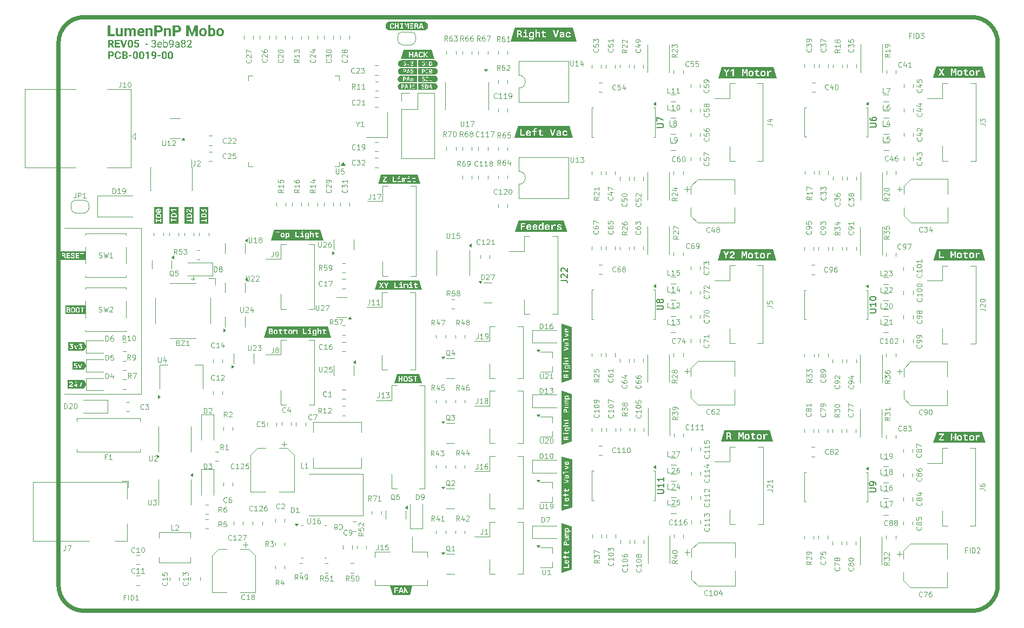
<source format=gbr>
G04 #@! TF.GenerationSoftware,KiCad,Pcbnew,9.0.4*
G04 #@! TF.CreationDate,2025-09-19T17:16:51+02:00*
G04 #@! TF.ProjectId,mobo,6d6f626f-2e6b-4696-9361-645f70636258,REV05*
G04 #@! TF.SameCoordinates,Original*
G04 #@! TF.FileFunction,Legend,Top*
G04 #@! TF.FilePolarity,Positive*
%FSLAX46Y46*%
G04 Gerber Fmt 4.6, Leading zero omitted, Abs format (unit mm)*
G04 Created by KiCad (PCBNEW 9.0.4) date 2025-09-19 17:16:51*
%MOMM*%
%LPD*%
G01*
G04 APERTURE LIST*
%ADD10C,0.700000*%
%ADD11C,0.120000*%
%ADD12C,0.300000*%
%ADD13C,0.150000*%
%ADD14C,0.000000*%
G04 APERTURE END LIST*
D10*
X214600000Y-140000000D02*
G75*
G02*
X210600000Y-144000000I-4000000J0D01*
G01*
D11*
X80500000Y-84000000D02*
X80500000Y-110000000D01*
D10*
X67600000Y-55000000D02*
X67600000Y-140000000D01*
D11*
X80500000Y-110000000D02*
X68500000Y-110000000D01*
D10*
X71600000Y-144000000D02*
G75*
G02*
X67600000Y-140000000I0J4000000D01*
G01*
D11*
X68500000Y-84000000D02*
X80500000Y-84000000D01*
D10*
X214600000Y-140000000D02*
X214600000Y-55000000D01*
X71600000Y-51000000D02*
X210600000Y-51000000D01*
X210600000Y-51000000D02*
G75*
G02*
X214600000Y-55000000I0J-4000000D01*
G01*
X67600000Y-55000000D02*
G75*
G02*
X71600000Y-51000000I4000000J0D01*
G01*
X71600000Y-144000000D02*
X210600000Y-144000000D01*
D12*
G36*
X75929678Y-56358035D02*
G01*
X76017896Y-56380062D01*
X76091849Y-56414799D01*
X76153893Y-56461928D01*
X76205704Y-56521521D01*
X76242288Y-56587617D01*
X76264591Y-56661559D01*
X76272302Y-56745274D01*
X76264452Y-56829959D01*
X76241996Y-56902769D01*
X76205535Y-56966018D01*
X76154260Y-57021293D01*
X76092938Y-57064274D01*
X76019392Y-57096247D01*
X75931215Y-57116652D01*
X75825411Y-57123948D01*
X75606399Y-57123948D01*
X75606399Y-57546000D01*
X75357857Y-57546000D01*
X75357857Y-56926990D01*
X75606399Y-56926990D01*
X75825338Y-56926990D01*
X75893794Y-56920458D01*
X75942758Y-56903149D01*
X75977233Y-56876945D01*
X76002719Y-56841162D01*
X76018298Y-56799056D01*
X76023761Y-56748864D01*
X76018492Y-56698445D01*
X76003052Y-56652993D01*
X75977233Y-56611331D01*
X75941935Y-56579659D01*
X75892882Y-56559369D01*
X75825338Y-56551833D01*
X75606399Y-56551833D01*
X75606399Y-56926990D01*
X75357857Y-56926990D01*
X75357857Y-56350187D01*
X75824166Y-56350187D01*
X75929678Y-56358035D01*
G37*
G36*
X77133185Y-57145710D02*
G01*
X77379309Y-57145710D01*
X77365702Y-57234513D01*
X77338386Y-57312715D01*
X77297639Y-57382120D01*
X77242728Y-57444004D01*
X77177636Y-57492990D01*
X77100295Y-57529073D01*
X77008301Y-57551932D01*
X76898565Y-57560068D01*
X76807220Y-57553370D01*
X76726968Y-57534170D01*
X76656019Y-57503241D01*
X76592955Y-57460576D01*
X76536817Y-57405389D01*
X76491161Y-57342193D01*
X76454789Y-57270053D01*
X76427794Y-57187681D01*
X76410767Y-57093482D01*
X76404780Y-56985609D01*
X76404780Y-56907573D01*
X76410887Y-56799911D01*
X76428275Y-56705721D01*
X76455893Y-56623169D01*
X76493184Y-56550678D01*
X76540115Y-56486987D01*
X76597624Y-56431178D01*
X76661398Y-56388211D01*
X76732308Y-56357216D01*
X76811648Y-56338075D01*
X76901057Y-56331429D01*
X77012920Y-56339906D01*
X77105098Y-56363561D01*
X77181174Y-56400669D01*
X77243900Y-56450863D01*
X77296578Y-56513907D01*
X77336663Y-56584581D01*
X77364615Y-56664072D01*
X77380115Y-56753993D01*
X77133991Y-56753993D01*
X77122782Y-56684636D01*
X77102567Y-56631112D01*
X77074494Y-56590155D01*
X77036239Y-56560426D01*
X76980529Y-56540618D01*
X76901057Y-56533076D01*
X76839233Y-56539852D01*
X76788441Y-56559017D01*
X76746200Y-56590201D01*
X76711144Y-56634871D01*
X76683219Y-56696126D01*
X76663682Y-56778378D01*
X76654933Y-56887057D01*
X76654933Y-56985535D01*
X76662447Y-57108970D01*
X76682237Y-57199592D01*
X76711133Y-57264778D01*
X76743176Y-57305043D01*
X76783738Y-57333813D01*
X76834570Y-57351909D01*
X76898565Y-57358421D01*
X76974511Y-57351536D01*
X77029821Y-57333202D01*
X77069584Y-57305445D01*
X77099458Y-57266724D01*
X77121046Y-57214717D01*
X77133185Y-57145710D01*
G37*
G36*
X78067641Y-56356019D02*
G01*
X78155289Y-56372216D01*
X78227697Y-56397232D01*
X78287306Y-56430127D01*
X78337911Y-56474643D01*
X78374098Y-56529251D01*
X78396748Y-56596009D01*
X78404836Y-56678156D01*
X78400209Y-56731430D01*
X78386545Y-56781151D01*
X78363729Y-56828145D01*
X78332036Y-56869034D01*
X78289374Y-56903593D01*
X78233743Y-56931973D01*
X78298631Y-56956113D01*
X78347327Y-56990034D01*
X78382854Y-57033822D01*
X78408219Y-57085656D01*
X78423245Y-57139258D01*
X78428283Y-57195462D01*
X78420692Y-57280346D01*
X78399377Y-57350419D01*
X78365449Y-57408596D01*
X78318520Y-57456900D01*
X78261991Y-57493745D01*
X78192806Y-57521556D01*
X78108395Y-57539521D01*
X78005645Y-57546000D01*
X77541974Y-57546000D01*
X77541974Y-57349042D01*
X77790516Y-57349042D01*
X78000150Y-57349042D01*
X78061424Y-57343308D01*
X78106517Y-57327947D01*
X78139368Y-57304492D01*
X78164291Y-57272366D01*
X78179250Y-57235394D01*
X78184431Y-57192092D01*
X78177172Y-57130817D01*
X78157719Y-57087319D01*
X78127233Y-57056862D01*
X78083671Y-57037417D01*
X78022278Y-57030159D01*
X77790516Y-57030159D01*
X77790516Y-57349042D01*
X77541974Y-57349042D01*
X77541974Y-56851959D01*
X77790516Y-56851959D01*
X77961974Y-56851959D01*
X78039517Y-56844417D01*
X78092398Y-56824800D01*
X78127448Y-56795559D01*
X78148646Y-56756049D01*
X78156294Y-56702702D01*
X78148766Y-56648129D01*
X78128050Y-56608067D01*
X78094181Y-56578753D01*
X78043639Y-56559278D01*
X77970108Y-56551833D01*
X77790516Y-56551833D01*
X77790516Y-56851959D01*
X77541974Y-56851959D01*
X77541974Y-56350187D01*
X77961901Y-56350187D01*
X78067641Y-56356019D01*
G37*
G36*
X79054326Y-56937249D02*
G01*
X79054326Y-57128637D01*
X78594759Y-57128637D01*
X78594759Y-56937249D01*
X79054326Y-56937249D01*
G37*
G36*
X79728536Y-56339312D02*
G01*
X79805129Y-56361947D01*
X79872459Y-56398768D01*
X79932062Y-56450497D01*
X79968955Y-56498609D01*
X79999401Y-56558723D01*
X80022872Y-56633141D01*
X80038231Y-56724663D01*
X80043803Y-56836498D01*
X80043803Y-57048404D01*
X80038264Y-57161774D01*
X80023001Y-57254526D01*
X79999697Y-57329903D01*
X79969513Y-57390740D01*
X79933014Y-57439387D01*
X79873774Y-57491822D01*
X79806631Y-57529128D01*
X79730015Y-57552070D01*
X79641681Y-57560068D01*
X79553401Y-57552090D01*
X79476576Y-57529173D01*
X79409014Y-57491865D01*
X79349176Y-57439387D01*
X79312247Y-57390669D01*
X79281741Y-57329788D01*
X79258208Y-57254405D01*
X79242804Y-57161691D01*
X79237215Y-57048404D01*
X79237215Y-56840602D01*
X79239153Y-56801254D01*
X79473447Y-56801254D01*
X79473447Y-57080424D01*
X79479751Y-57187635D01*
X79495654Y-57259109D01*
X79517704Y-57304639D01*
X79551339Y-57340318D01*
X79592050Y-57361358D01*
X79642194Y-57368679D01*
X79691279Y-57361504D01*
X79731154Y-57340877D01*
X79764120Y-57305884D01*
X79785793Y-57261253D01*
X79801395Y-57191445D01*
X79807571Y-57087018D01*
X79807571Y-56807849D01*
X79801306Y-56701137D01*
X79785543Y-56630404D01*
X79763754Y-56585685D01*
X79730471Y-56550740D01*
X79689920Y-56530043D01*
X79639703Y-56522817D01*
X79590503Y-56529876D01*
X79550449Y-56550151D01*
X79517264Y-56584440D01*
X79495423Y-56628370D01*
X79479686Y-56697452D01*
X79473447Y-56801254D01*
X79239153Y-56801254D01*
X79242779Y-56727633D01*
X79258107Y-56635266D01*
X79281511Y-56560247D01*
X79311832Y-56499732D01*
X79348517Y-56451376D01*
X79407956Y-56399283D01*
X79475281Y-56362196D01*
X79552058Y-56339381D01*
X79640509Y-56331429D01*
X79728536Y-56339312D01*
G37*
G36*
X80692221Y-56339312D02*
G01*
X80768814Y-56361947D01*
X80836144Y-56398768D01*
X80895746Y-56450497D01*
X80932639Y-56498609D01*
X80963085Y-56558723D01*
X80986557Y-56633141D01*
X81001916Y-56724663D01*
X81007487Y-56836498D01*
X81007487Y-57048404D01*
X81001948Y-57161774D01*
X80986686Y-57254526D01*
X80963382Y-57329903D01*
X80933198Y-57390740D01*
X80896699Y-57439387D01*
X80837459Y-57491822D01*
X80770316Y-57529128D01*
X80693699Y-57552070D01*
X80605366Y-57560068D01*
X80517085Y-57552090D01*
X80440260Y-57529173D01*
X80372698Y-57491865D01*
X80312861Y-57439387D01*
X80275932Y-57390669D01*
X80245426Y-57329788D01*
X80221893Y-57254405D01*
X80206488Y-57161691D01*
X80200900Y-57048404D01*
X80200900Y-56840602D01*
X80202838Y-56801254D01*
X80437131Y-56801254D01*
X80437131Y-57080424D01*
X80443435Y-57187635D01*
X80459338Y-57259109D01*
X80481388Y-57304639D01*
X80515024Y-57340318D01*
X80555735Y-57361358D01*
X80605879Y-57368679D01*
X80654964Y-57361504D01*
X80694838Y-57340877D01*
X80727805Y-57305884D01*
X80749477Y-57261253D01*
X80765079Y-57191445D01*
X80771256Y-57087018D01*
X80771256Y-56807849D01*
X80764991Y-56701137D01*
X80749227Y-56630404D01*
X80727438Y-56585685D01*
X80694155Y-56550740D01*
X80653605Y-56530043D01*
X80603387Y-56522817D01*
X80554188Y-56529876D01*
X80514133Y-56550151D01*
X80480949Y-56584440D01*
X80459108Y-56628370D01*
X80443371Y-56697452D01*
X80437131Y-56801254D01*
X80202838Y-56801254D01*
X80206463Y-56727633D01*
X80221792Y-56635266D01*
X80245195Y-56560247D01*
X80275516Y-56499732D01*
X80312201Y-56451376D01*
X80371640Y-56399283D01*
X80438966Y-56362196D01*
X80515742Y-56339381D01*
X80604193Y-56331429D01*
X80692221Y-56339312D01*
G37*
G36*
X81738457Y-56350187D02*
G01*
X81738457Y-57546000D01*
X81502226Y-57546000D01*
X81502226Y-56631481D01*
X81220858Y-56719262D01*
X81220858Y-56527360D01*
X81713105Y-56350187D01*
X81738457Y-56350187D01*
G37*
G36*
X82609453Y-56341123D02*
G01*
X82687079Y-56366456D01*
X82755049Y-56407907D01*
X82814982Y-56466764D01*
X82861748Y-56536384D01*
X82896148Y-56617241D01*
X82917821Y-56711394D01*
X82925478Y-56821404D01*
X82925478Y-56903616D01*
X82918835Y-57021773D01*
X82899827Y-57126374D01*
X82869475Y-57219205D01*
X82828298Y-57301806D01*
X82776294Y-57375420D01*
X82713239Y-57438060D01*
X82638799Y-57487425D01*
X82551242Y-57523979D01*
X82448133Y-57547152D01*
X82326472Y-57555378D01*
X82296870Y-57555378D01*
X82296870Y-57358421D01*
X82316653Y-57358421D01*
X82407663Y-57352769D01*
X82480472Y-57337286D01*
X82538377Y-57313649D01*
X82584099Y-57282730D01*
X82622667Y-57242083D01*
X82652674Y-57193196D01*
X82674249Y-57134654D01*
X82686755Y-57064524D01*
X82636079Y-57105682D01*
X82583259Y-57134140D01*
X82527526Y-57151062D01*
X82467815Y-57156774D01*
X82385304Y-57148970D01*
X82316322Y-57126890D01*
X82258161Y-57091371D01*
X82209016Y-57041662D01*
X82170400Y-56982063D01*
X82142365Y-56915216D01*
X82124958Y-56839845D01*
X82118890Y-56754360D01*
X82119151Y-56751209D01*
X82355122Y-56751209D01*
X82360085Y-56811140D01*
X82374275Y-56863077D01*
X82397180Y-56908452D01*
X82429845Y-56944523D01*
X82471743Y-56966188D01*
X82525921Y-56973885D01*
X82581200Y-56966184D01*
X82626524Y-56944063D01*
X82663569Y-56910611D01*
X82689246Y-56871596D01*
X82689246Y-56775829D01*
X82682844Y-56692278D01*
X82665851Y-56630845D01*
X82640519Y-56586345D01*
X82604535Y-56550885D01*
X82564693Y-56530548D01*
X82519326Y-56523697D01*
X82470969Y-56531496D01*
X82431298Y-56554221D01*
X82398060Y-56593672D01*
X82374356Y-56641878D01*
X82360021Y-56694060D01*
X82355122Y-56751209D01*
X82119151Y-56751209D01*
X82125935Y-56669162D01*
X82146448Y-56592061D01*
X82180163Y-56521555D01*
X82227700Y-56456505D01*
X82286232Y-56402571D01*
X82353169Y-56364203D01*
X82430179Y-56340569D01*
X82519692Y-56332308D01*
X82609453Y-56341123D01*
G37*
G36*
X83560900Y-56937249D02*
G01*
X83560900Y-57128637D01*
X83101332Y-57128637D01*
X83101332Y-56937249D01*
X83560900Y-56937249D01*
G37*
G36*
X84235110Y-56339312D02*
G01*
X84311703Y-56361947D01*
X84379033Y-56398768D01*
X84438635Y-56450497D01*
X84475528Y-56498609D01*
X84505974Y-56558723D01*
X84529446Y-56633141D01*
X84544805Y-56724663D01*
X84550376Y-56836498D01*
X84550376Y-57048404D01*
X84544838Y-57161774D01*
X84529575Y-57254526D01*
X84506271Y-57329903D01*
X84476087Y-57390740D01*
X84439588Y-57439387D01*
X84380348Y-57491822D01*
X84313205Y-57529128D01*
X84236588Y-57552070D01*
X84148255Y-57560068D01*
X84059974Y-57552090D01*
X83983149Y-57529173D01*
X83915587Y-57491865D01*
X83855750Y-57439387D01*
X83818821Y-57390669D01*
X83788315Y-57329788D01*
X83764782Y-57254405D01*
X83749377Y-57161691D01*
X83743789Y-57048404D01*
X83743789Y-56840602D01*
X83745727Y-56801254D01*
X83980020Y-56801254D01*
X83980020Y-57080424D01*
X83986324Y-57187635D01*
X84002228Y-57259109D01*
X84024277Y-57304639D01*
X84057913Y-57340318D01*
X84098624Y-57361358D01*
X84148768Y-57368679D01*
X84197853Y-57361504D01*
X84237727Y-57340877D01*
X84270694Y-57305884D01*
X84292366Y-57261253D01*
X84307968Y-57191445D01*
X84314145Y-57087018D01*
X84314145Y-56807849D01*
X84307880Y-56701137D01*
X84292117Y-56630404D01*
X84270327Y-56585685D01*
X84237044Y-56550740D01*
X84196494Y-56530043D01*
X84146277Y-56522817D01*
X84097077Y-56529876D01*
X84057023Y-56550151D01*
X84023838Y-56584440D01*
X84001997Y-56628370D01*
X83986260Y-56697452D01*
X83980020Y-56801254D01*
X83745727Y-56801254D01*
X83749352Y-56727633D01*
X83764681Y-56635266D01*
X83788084Y-56560247D01*
X83818405Y-56499732D01*
X83855090Y-56451376D01*
X83914529Y-56399283D01*
X83981855Y-56362196D01*
X84058631Y-56339381D01*
X84147083Y-56331429D01*
X84235110Y-56339312D01*
G37*
G36*
X85198795Y-56339312D02*
G01*
X85275387Y-56361947D01*
X85342718Y-56398768D01*
X85402320Y-56450497D01*
X85439213Y-56498609D01*
X85469659Y-56558723D01*
X85493130Y-56633141D01*
X85508490Y-56724663D01*
X85514061Y-56836498D01*
X85514061Y-57048404D01*
X85508522Y-57161774D01*
X85493259Y-57254526D01*
X85469956Y-57329903D01*
X85439771Y-57390740D01*
X85403272Y-57439387D01*
X85344032Y-57491822D01*
X85276889Y-57529128D01*
X85200273Y-57552070D01*
X85111939Y-57560068D01*
X85023659Y-57552090D01*
X84946834Y-57529173D01*
X84879272Y-57491865D01*
X84819434Y-57439387D01*
X84782505Y-57390669D01*
X84751999Y-57329788D01*
X84728467Y-57254405D01*
X84713062Y-57161691D01*
X84707473Y-57048404D01*
X84707473Y-56840602D01*
X84709411Y-56801254D01*
X84943705Y-56801254D01*
X84943705Y-57080424D01*
X84950009Y-57187635D01*
X84965912Y-57259109D01*
X84987962Y-57304639D01*
X85021597Y-57340318D01*
X85062308Y-57361358D01*
X85112452Y-57368679D01*
X85161538Y-57361504D01*
X85201412Y-57340877D01*
X85234378Y-57305884D01*
X85256051Y-57261253D01*
X85271653Y-57191445D01*
X85277829Y-57087018D01*
X85277829Y-56807849D01*
X85271565Y-56701137D01*
X85255801Y-56630404D01*
X85234012Y-56585685D01*
X85200729Y-56550740D01*
X85160178Y-56530043D01*
X85109961Y-56522817D01*
X85060761Y-56529876D01*
X85020707Y-56550151D01*
X84987522Y-56584440D01*
X84965681Y-56628370D01*
X84949945Y-56697452D01*
X84943705Y-56801254D01*
X84709411Y-56801254D01*
X84713037Y-56727633D01*
X84728365Y-56635266D01*
X84751769Y-56560247D01*
X84782090Y-56499732D01*
X84818775Y-56451376D01*
X84878214Y-56399283D01*
X84945539Y-56362196D01*
X85022316Y-56339381D01*
X85110767Y-56331429D01*
X85198795Y-56339312D01*
G37*
D13*
G36*
X81581430Y-55175644D02*
G01*
X81581430Y-55300501D01*
X81182826Y-55300501D01*
X81182826Y-55175644D01*
X81581430Y-55175644D01*
G37*
G36*
X82352480Y-55195574D02*
G01*
X82352480Y-55070717D01*
X82464148Y-55070717D01*
X82540181Y-55063295D01*
X82596887Y-55043255D01*
X82638904Y-55012318D01*
X82670692Y-54970418D01*
X82689759Y-54922524D01*
X82696350Y-54866799D01*
X82689727Y-54798433D01*
X82671800Y-54747089D01*
X82644079Y-54708739D01*
X82606063Y-54680875D01*
X82555338Y-54662910D01*
X82487962Y-54656286D01*
X82425594Y-54662880D01*
X82374135Y-54681531D01*
X82331231Y-54711753D01*
X82298392Y-54752138D01*
X82278359Y-54800933D01*
X82271294Y-54860644D01*
X82119546Y-54860644D01*
X82125959Y-54794220D01*
X82144728Y-54734074D01*
X82175944Y-54678816D01*
X82220736Y-54627489D01*
X82273957Y-54586327D01*
X82335078Y-54556520D01*
X82405604Y-54537950D01*
X82487522Y-54531429D01*
X82567826Y-54537313D01*
X82636925Y-54554030D01*
X82696670Y-54580709D01*
X82748520Y-54617231D01*
X82790771Y-54663308D01*
X82821607Y-54719239D01*
X82841120Y-54787075D01*
X82848098Y-54869656D01*
X82843580Y-54912905D01*
X82829279Y-54959883D01*
X82803548Y-55011659D01*
X82769128Y-55056983D01*
X82722371Y-55096061D01*
X82661032Y-55129042D01*
X82735610Y-55161565D01*
X82788201Y-55201336D01*
X82823332Y-55248184D01*
X82847925Y-55303083D01*
X82862183Y-55356797D01*
X82866856Y-55410043D01*
X82859463Y-55492455D01*
X82838575Y-55561473D01*
X82805119Y-55619692D01*
X82758632Y-55668916D01*
X82702252Y-55708196D01*
X82639361Y-55736505D01*
X82568761Y-55753991D01*
X82488914Y-55760068D01*
X82411966Y-55754373D01*
X82342548Y-55737858D01*
X82279425Y-55710929D01*
X82221615Y-55673386D01*
X82173303Y-55626061D01*
X82138934Y-55570511D01*
X82117661Y-55505099D01*
X82110167Y-55427336D01*
X82261915Y-55427336D01*
X82269093Y-55487684D01*
X82289495Y-55537272D01*
X82323025Y-55578571D01*
X82366945Y-55609154D01*
X82421413Y-55628333D01*
X82489354Y-55635211D01*
X82556815Y-55628512D01*
X82610853Y-55609856D01*
X82654364Y-55580183D01*
X82686802Y-55539503D01*
X82707505Y-55485315D01*
X82715108Y-55413341D01*
X82710224Y-55358080D01*
X82696657Y-55313548D01*
X82675300Y-55277567D01*
X82646011Y-55248623D01*
X82597324Y-55220232D01*
X82536674Y-55202117D01*
X82460997Y-55195574D01*
X82352480Y-55195574D01*
G37*
G36*
X83515048Y-54843682D02*
G01*
X83579342Y-54859637D01*
X83633352Y-54884812D01*
X83678765Y-54918972D01*
X83716674Y-54962713D01*
X83753897Y-55026655D01*
X83781192Y-55098936D01*
X83798262Y-55180942D01*
X83804235Y-55274342D01*
X83804235Y-55342706D01*
X83200980Y-55342706D01*
X83209104Y-55421315D01*
X83232548Y-55489629D01*
X83271175Y-55549848D01*
X83309216Y-55586922D01*
X83353202Y-55613265D01*
X83404316Y-55629514D01*
X83464323Y-55635211D01*
X83517767Y-55631284D01*
X83563288Y-55620178D01*
X83602222Y-55602531D01*
X83654827Y-55564649D01*
X83701067Y-55515117D01*
X83792951Y-55588316D01*
X83741871Y-55649410D01*
X83669633Y-55707092D01*
X83614040Y-55735291D01*
X83544680Y-55753474D01*
X83458241Y-55760068D01*
X83367005Y-55751986D01*
X83288493Y-55728899D01*
X83220309Y-55691545D01*
X83160753Y-55639314D01*
X83112684Y-55575870D01*
X83078091Y-55504318D01*
X83056694Y-55423122D01*
X83049232Y-55330249D01*
X83049232Y-55295738D01*
X83054666Y-55217849D01*
X83204277Y-55217849D01*
X83649483Y-55217849D01*
X83649483Y-55206345D01*
X83644335Y-55148406D01*
X83629005Y-55093321D01*
X83603175Y-55040235D01*
X83576768Y-55007495D01*
X83541982Y-54983685D01*
X83496916Y-54968430D01*
X83438604Y-54962859D01*
X83380178Y-54970271D01*
X83329077Y-54991952D01*
X83283412Y-55028658D01*
X83248025Y-55076144D01*
X83221296Y-55138032D01*
X83204277Y-55217849D01*
X83054666Y-55217849D01*
X83055906Y-55200083D01*
X83074795Y-55118254D01*
X83104773Y-55048002D01*
X83146457Y-54983921D01*
X83194465Y-54932345D01*
X83249120Y-54891858D01*
X83310123Y-54861740D01*
X83372862Y-54843951D01*
X83438311Y-54838002D01*
X83515048Y-54843682D01*
G37*
G36*
X84128321Y-54952161D02*
G01*
X84177312Y-54904016D01*
X84234568Y-54869684D01*
X84301734Y-54848419D01*
X84381259Y-54840933D01*
X84462502Y-54849215D01*
X84530858Y-54872785D01*
X84589022Y-54911095D01*
X84638667Y-54965424D01*
X84676383Y-55029168D01*
X84704443Y-55103695D01*
X84722255Y-55190912D01*
X84728572Y-55293100D01*
X84728572Y-55310319D01*
X84722381Y-55407430D01*
X84704727Y-55492311D01*
X84676559Y-55566762D01*
X84638227Y-55632280D01*
X84588161Y-55688386D01*
X84530122Y-55727665D01*
X84462555Y-55751672D01*
X84382871Y-55760068D01*
X84300953Y-55751948D01*
X84232021Y-55728867D01*
X84173409Y-55691464D01*
X84123412Y-55638655D01*
X84115279Y-55741310D01*
X83976573Y-55741310D01*
X83976573Y-55104862D01*
X84128321Y-55104862D01*
X84128321Y-55489838D01*
X84163669Y-55543956D01*
X84210607Y-55588756D01*
X84247638Y-55610387D01*
X84292026Y-55623944D01*
X84345575Y-55628763D01*
X84405298Y-55622330D01*
X84453195Y-55604330D01*
X84491898Y-55575397D01*
X84522896Y-55534387D01*
X84552140Y-55469433D01*
X84570409Y-55394732D01*
X84576824Y-55308341D01*
X84576824Y-55291195D01*
X84570714Y-55204711D01*
X84553285Y-55129445D01*
X84525387Y-55063609D01*
X84495364Y-55022199D01*
X84456528Y-54992758D01*
X84407100Y-54974239D01*
X84343963Y-54967549D01*
X84289806Y-54972370D01*
X84245442Y-54985862D01*
X84208921Y-55007263D01*
X84162831Y-55051530D01*
X84128321Y-55104862D01*
X83976573Y-55104862D01*
X83976573Y-54479845D01*
X84128321Y-54479845D01*
X84128321Y-54952161D01*
G37*
G36*
X85345734Y-54541694D02*
G01*
X85418100Y-54565573D01*
X85477787Y-54603749D01*
X85528435Y-54654813D01*
X85569114Y-54714847D01*
X85600153Y-54785099D01*
X85621299Y-54859772D01*
X85634039Y-54936742D01*
X85638328Y-55016495D01*
X85638328Y-55071523D01*
X85633367Y-55188042D01*
X85618325Y-55306582D01*
X85600618Y-55384172D01*
X85574705Y-55456735D01*
X85540582Y-55524862D01*
X85496784Y-55586131D01*
X85440596Y-55639448D01*
X85370443Y-55685256D01*
X85292922Y-55716869D01*
X85190479Y-55738090D01*
X85056835Y-55746000D01*
X85056835Y-55619384D01*
X85177025Y-55611718D01*
X85264080Y-55591624D01*
X85325746Y-55562378D01*
X85379160Y-55519821D01*
X85419645Y-55470403D01*
X85448478Y-55413267D01*
X85474466Y-55318771D01*
X85483283Y-55217043D01*
X85431384Y-55267578D01*
X85369783Y-55307828D01*
X85301094Y-55333910D01*
X85226095Y-55342706D01*
X85149682Y-55335631D01*
X85086288Y-55315697D01*
X85033314Y-55283794D01*
X84987667Y-55240974D01*
X84950790Y-55191188D01*
X84922233Y-55133585D01*
X84895292Y-55040735D01*
X84886329Y-54944907D01*
X84886900Y-54937140D01*
X85038077Y-54937140D01*
X85044131Y-55006745D01*
X85061923Y-55070937D01*
X85091493Y-55130874D01*
X85121798Y-55169079D01*
X85157997Y-55195744D01*
X85201189Y-55212090D01*
X85253353Y-55217849D01*
X85303460Y-55212641D01*
X85349991Y-55197199D01*
X85393963Y-55171101D01*
X85432683Y-55137054D01*
X85463341Y-55098621D01*
X85486580Y-55055330D01*
X85486580Y-54995319D01*
X85481524Y-54912498D01*
X85467548Y-54844835D01*
X85446010Y-54789749D01*
X85417630Y-54745092D01*
X85379809Y-54705267D01*
X85341124Y-54678629D01*
X85300953Y-54663188D01*
X85258262Y-54658044D01*
X85207392Y-54663322D01*
X85164316Y-54678397D01*
X85127386Y-54703006D01*
X85095596Y-54738058D01*
X85064371Y-54793985D01*
X85044932Y-54859587D01*
X85038077Y-54937140D01*
X84886900Y-54937140D01*
X84892522Y-54860727D01*
X84910456Y-54785047D01*
X84939644Y-54716484D01*
X84980265Y-54653941D01*
X85031547Y-54602122D01*
X85093244Y-54564839D01*
X85167477Y-54541491D01*
X85257383Y-54533187D01*
X85345734Y-54541694D01*
G37*
G36*
X86282317Y-54843051D02*
G01*
X86344770Y-54857445D01*
X86399355Y-54880476D01*
X86447260Y-54912008D01*
X86486619Y-54952166D01*
X86515258Y-55001400D01*
X86533382Y-55061623D01*
X86539877Y-55135563D01*
X86539877Y-55535193D01*
X86543928Y-55617432D01*
X86554844Y-55681557D01*
X86571092Y-55730905D01*
X86571092Y-55744021D01*
X86412749Y-55744021D01*
X86400814Y-55708389D01*
X86391427Y-55651478D01*
X86344500Y-55692246D01*
X86284961Y-55728121D01*
X86217808Y-55751809D01*
X86139221Y-55760068D01*
X86071754Y-55754855D01*
X86013995Y-55740059D01*
X85964274Y-55716418D01*
X85921308Y-55683937D01*
X85885106Y-55643179D01*
X85859862Y-55599076D01*
X85844664Y-55550839D01*
X85839462Y-55497311D01*
X85841702Y-55475842D01*
X85991210Y-55475842D01*
X85996063Y-55516823D01*
X86010185Y-55552574D01*
X86033855Y-55584360D01*
X86065081Y-55608041D01*
X86106415Y-55623199D01*
X86160983Y-55628763D01*
X86214357Y-55623969D01*
X86261357Y-55610133D01*
X86303206Y-55587510D01*
X86356028Y-55542440D01*
X86388129Y-55495993D01*
X86388129Y-55314569D01*
X86247079Y-55314569D01*
X86156024Y-55320855D01*
X86091067Y-55337283D01*
X86045897Y-55361195D01*
X86015685Y-55391511D01*
X85997588Y-55428940D01*
X85991210Y-55475842D01*
X85841702Y-55475842D01*
X85846655Y-55428366D01*
X85867094Y-55370743D01*
X85900317Y-55322034D01*
X85947540Y-55280790D01*
X86002584Y-55250018D01*
X86068075Y-55226861D01*
X86145902Y-55212015D01*
X86238286Y-55206711D01*
X86388129Y-55206711D01*
X86388129Y-55136076D01*
X86382534Y-55085499D01*
X86366736Y-55044200D01*
X86341088Y-55010120D01*
X86306797Y-54984961D01*
X86261403Y-54968800D01*
X86201503Y-54962859D01*
X86145629Y-54967992D01*
X86100069Y-54982345D01*
X86062725Y-55005138D01*
X86032460Y-55036083D01*
X86015532Y-55068385D01*
X86009968Y-55103250D01*
X85858220Y-55103250D01*
X85863690Y-55057951D01*
X85880408Y-55013383D01*
X85909723Y-54968498D01*
X85954061Y-54922559D01*
X86004033Y-54886705D01*
X86062318Y-54860410D01*
X86130481Y-54843856D01*
X86210516Y-54838002D01*
X86282317Y-54843051D01*
G37*
G36*
X87212708Y-54537179D02*
G01*
X87279117Y-54553649D01*
X87337631Y-54580189D01*
X87389476Y-54616865D01*
X87432130Y-54662847D01*
X87462907Y-54717325D01*
X87482160Y-54782010D01*
X87488981Y-54859325D01*
X87483582Y-54917063D01*
X87467754Y-54969716D01*
X87441427Y-55018400D01*
X87406339Y-55061510D01*
X87364222Y-55097649D01*
X87314298Y-55127210D01*
X87372680Y-55158138D01*
X87421586Y-55196870D01*
X87462090Y-55243787D01*
X87492548Y-55297400D01*
X87510860Y-55355786D01*
X87517117Y-55420302D01*
X87509661Y-55500718D01*
X87488588Y-55567903D01*
X87454764Y-55624477D01*
X87407575Y-55672214D01*
X87350770Y-55710033D01*
X87287599Y-55737337D01*
X87216915Y-55754209D01*
X87137271Y-55760068D01*
X87057628Y-55754210D01*
X86986931Y-55737340D01*
X86923734Y-55710035D01*
X86866894Y-55672214D01*
X86819740Y-55624482D01*
X86785938Y-55567910D01*
X86764877Y-55500723D01*
X86757424Y-55420302D01*
X86757722Y-55417151D01*
X86909173Y-55417151D01*
X86916564Y-55483419D01*
X86937186Y-55535934D01*
X86970355Y-55577838D01*
X87014395Y-55608808D01*
X87069180Y-55628237D01*
X87137711Y-55635211D01*
X87206232Y-55628225D01*
X87260828Y-55608788D01*
X87304553Y-55577838D01*
X87337507Y-55535962D01*
X87358015Y-55483448D01*
X87365369Y-55417151D01*
X87357933Y-55353138D01*
X87336670Y-55299559D01*
X87301622Y-55254046D01*
X87255751Y-55219415D01*
X87201369Y-55198297D01*
X87136025Y-55190884D01*
X87069074Y-55198413D01*
X87014801Y-55219622D01*
X86970355Y-55254046D01*
X86936820Y-55299371D01*
X86916353Y-55352956D01*
X86909173Y-55417151D01*
X86757722Y-55417151D01*
X86763577Y-55355188D01*
X86781515Y-55296664D01*
X86811207Y-55243348D01*
X86850947Y-55196693D01*
X86899164Y-55158107D01*
X86956946Y-55127210D01*
X86907417Y-55097593D01*
X86865921Y-55061317D01*
X86831650Y-55017960D01*
X86806122Y-54969099D01*
X86790783Y-54916566D01*
X86785768Y-54861596D01*
X86937309Y-54861596D01*
X86943841Y-54921205D01*
X86962279Y-54969936D01*
X86992191Y-55010193D01*
X87031923Y-55040760D01*
X87079501Y-55059446D01*
X87137198Y-55066027D01*
X87194463Y-55059471D01*
X87241970Y-55040806D01*
X87281912Y-55010193D01*
X87312080Y-54969903D01*
X87330656Y-54921172D01*
X87337233Y-54861596D01*
X87330736Y-54804159D01*
X87312126Y-54755685D01*
X87281472Y-54714171D01*
X87241111Y-54682326D01*
X87193472Y-54663033D01*
X87136392Y-54656286D01*
X87079208Y-54662810D01*
X87031878Y-54681363D01*
X86992191Y-54711753D01*
X86962374Y-54751776D01*
X86943891Y-54800864D01*
X86937309Y-54861596D01*
X86785768Y-54861596D01*
X86785561Y-54859325D01*
X86792382Y-54782010D01*
X86811635Y-54717325D01*
X86842412Y-54662847D01*
X86885066Y-54616865D01*
X86936957Y-54580148D01*
X86995359Y-54553612D01*
X87061470Y-54537164D01*
X87136831Y-54531429D01*
X87212708Y-54537179D01*
G37*
G36*
X88489009Y-55621143D02*
G01*
X88489009Y-55746000D01*
X87705868Y-55746000D01*
X87705868Y-55636750D01*
X88111140Y-55184803D01*
X88200791Y-55075204D01*
X88246109Y-55004845D01*
X88272499Y-54937196D01*
X88280987Y-54870902D01*
X88274735Y-54814344D01*
X88256570Y-54764760D01*
X88226325Y-54720546D01*
X88186097Y-54686511D01*
X88135801Y-54665533D01*
X88072379Y-54658044D01*
X88012696Y-54662906D01*
X87964322Y-54676407D01*
X87925061Y-54697553D01*
X87893300Y-54726261D01*
X87861083Y-54774737D01*
X87841187Y-54832284D01*
X87834169Y-54901310D01*
X87682421Y-54901310D01*
X87688803Y-54827431D01*
X87707435Y-54760373D01*
X87738185Y-54698796D01*
X87781779Y-54641704D01*
X87834736Y-54595885D01*
X87899100Y-54562229D01*
X87977249Y-54540847D01*
X88072379Y-54533187D01*
X88156820Y-54539363D01*
X88227587Y-54556704D01*
X88287042Y-54584050D01*
X88337041Y-54621115D01*
X88378586Y-54668086D01*
X88408171Y-54721427D01*
X88426382Y-54782399D01*
X88432735Y-54852803D01*
X88425894Y-54921287D01*
X88404806Y-54991447D01*
X88367889Y-55064489D01*
X88296784Y-55168468D01*
X88208667Y-55273536D01*
X87888391Y-55621143D01*
X88489009Y-55621143D01*
G37*
D12*
G36*
X75906451Y-54552128D02*
G01*
X75993256Y-54570667D01*
X76065815Y-54599631D01*
X76126416Y-54638334D01*
X76177041Y-54688857D01*
X76213396Y-54749226D01*
X76236108Y-54821431D01*
X76244166Y-54908418D01*
X76237064Y-54993608D01*
X76217330Y-55062673D01*
X76186353Y-55118784D01*
X76143869Y-55167542D01*
X76091981Y-55208981D01*
X76029476Y-55243348D01*
X76289302Y-55732151D01*
X76289302Y-55743655D01*
X76022882Y-55743655D01*
X75801011Y-55305190D01*
X75606399Y-55305190D01*
X75606399Y-55743655D01*
X75357857Y-55743655D01*
X75357857Y-55108233D01*
X75606399Y-55108233D01*
X75802623Y-55108233D01*
X75864784Y-55102045D01*
X75911754Y-55085228D01*
X75947117Y-55059066D01*
X75973595Y-55023619D01*
X75989872Y-54980928D01*
X75995624Y-54928934D01*
X75989936Y-54875123D01*
X75973993Y-54831673D01*
X75948363Y-54796310D01*
X75913704Y-54770302D01*
X75866475Y-54753417D01*
X75802623Y-54747144D01*
X75606399Y-54747144D01*
X75606399Y-55108233D01*
X75357857Y-55108233D01*
X75357857Y-54545497D01*
X75802623Y-54545497D01*
X75906451Y-54552128D01*
G37*
G36*
X76429399Y-55746000D02*
G01*
X76429399Y-54550187D01*
X77228953Y-54550187D01*
X77228953Y-54751833D01*
X76677941Y-54751833D01*
X76677941Y-55034080D01*
X77146887Y-55034080D01*
X77146887Y-55225469D01*
X76677941Y-55225469D01*
X76677941Y-55549042D01*
X77231297Y-55549042D01*
X77231297Y-55746000D01*
X76429399Y-55746000D01*
G37*
G36*
X78359919Y-54550187D02*
G01*
X77943217Y-55746000D01*
X77687274Y-55746000D01*
X77273063Y-54550187D01*
X77545345Y-54550187D01*
X77815282Y-55448658D01*
X78085952Y-54550187D01*
X78359919Y-54550187D01*
G37*
G36*
X78934845Y-54539312D02*
G01*
X79011438Y-54561947D01*
X79078768Y-54598768D01*
X79138370Y-54650497D01*
X79175263Y-54698609D01*
X79205709Y-54758723D01*
X79229181Y-54833141D01*
X79244540Y-54924663D01*
X79250111Y-55036498D01*
X79250111Y-55248404D01*
X79244572Y-55361774D01*
X79229309Y-55454526D01*
X79206006Y-55529903D01*
X79175822Y-55590740D01*
X79139323Y-55639387D01*
X79080082Y-55691822D01*
X79012940Y-55729128D01*
X78936323Y-55752070D01*
X78847990Y-55760068D01*
X78759709Y-55752090D01*
X78682884Y-55729173D01*
X78615322Y-55691865D01*
X78555484Y-55639387D01*
X78518555Y-55590669D01*
X78488050Y-55529788D01*
X78464517Y-55454405D01*
X78449112Y-55361691D01*
X78443524Y-55248404D01*
X78443524Y-55040602D01*
X78445462Y-55001254D01*
X78679755Y-55001254D01*
X78679755Y-55280424D01*
X78686059Y-55387635D01*
X78701962Y-55459109D01*
X78724012Y-55504639D01*
X78757648Y-55540318D01*
X78798359Y-55561358D01*
X78848503Y-55568679D01*
X78897588Y-55561504D01*
X78937462Y-55540877D01*
X78970429Y-55505884D01*
X78992101Y-55461253D01*
X79007703Y-55391445D01*
X79013879Y-55287018D01*
X79013879Y-55007849D01*
X79007615Y-54901137D01*
X78991851Y-54830404D01*
X78970062Y-54785685D01*
X78936779Y-54750740D01*
X78896228Y-54730043D01*
X78846011Y-54722817D01*
X78796812Y-54729876D01*
X78756757Y-54750151D01*
X78723572Y-54784440D01*
X78701731Y-54828370D01*
X78685995Y-54897452D01*
X78679755Y-55001254D01*
X78445462Y-55001254D01*
X78449087Y-54927633D01*
X78464416Y-54835266D01*
X78487819Y-54760247D01*
X78518140Y-54699732D01*
X78554825Y-54651376D01*
X78614264Y-54599283D01*
X78681590Y-54562196D01*
X78758366Y-54539381D01*
X78846817Y-54531429D01*
X78934845Y-54539312D01*
G37*
G36*
X79633548Y-55202095D02*
G01*
X79445237Y-55156080D01*
X79513234Y-54550187D01*
X80181043Y-54550187D01*
X80181043Y-54747144D01*
X79708066Y-54747144D01*
X79678611Y-55003306D01*
X79734587Y-54978294D01*
X79793745Y-54963263D01*
X79856957Y-54958170D01*
X79942658Y-54965470D01*
X80014318Y-54986046D01*
X80074581Y-55018832D01*
X80125355Y-55064049D01*
X80165169Y-55119229D01*
X80194704Y-55185340D01*
X80213521Y-55264543D01*
X80220244Y-55359558D01*
X80213944Y-55437609D01*
X80195471Y-55509528D01*
X80164925Y-55576505D01*
X80121692Y-55639461D01*
X80080047Y-55681216D01*
X80030289Y-55714255D01*
X79971144Y-55738833D01*
X79900832Y-55754488D01*
X79817170Y-55760068D01*
X79740968Y-55754226D01*
X79669881Y-55737027D01*
X79602907Y-55708523D01*
X79539246Y-55668184D01*
X79485663Y-55617685D01*
X79447897Y-55559109D01*
X79424710Y-55490861D01*
X79416587Y-55410410D01*
X79649155Y-55410410D01*
X79661896Y-55470419D01*
X79684653Y-55513276D01*
X79716684Y-55543122D01*
X79759599Y-55561839D01*
X79817023Y-55568679D01*
X79872919Y-55560924D01*
X79914390Y-55539483D01*
X79945104Y-55504346D01*
X79966129Y-55459845D01*
X79979341Y-55407741D01*
X79984012Y-55346443D01*
X79978345Y-55285110D01*
X79962501Y-55235156D01*
X79937337Y-55194255D01*
X79902264Y-55163181D01*
X79855277Y-55143557D01*
X79792477Y-55136369D01*
X79732097Y-55142264D01*
X79692533Y-55157325D01*
X79659460Y-55179560D01*
X79633548Y-55202095D01*
G37*
G36*
X76417316Y-53681977D02*
G01*
X76417316Y-53961001D01*
X75327798Y-53961001D01*
X75327798Y-52266932D01*
X75679898Y-52266932D01*
X75679898Y-53681977D01*
X76417316Y-53681977D01*
G37*
G36*
X77338258Y-53961001D02*
G01*
X77329020Y-53831350D01*
X77262144Y-53896028D01*
X77184030Y-53942217D01*
X77092442Y-53970850D01*
X76984082Y-53980931D01*
X76892517Y-53973637D01*
X76813092Y-53952796D01*
X76743699Y-53919236D01*
X76682741Y-53872768D01*
X76635408Y-53815441D01*
X76599319Y-53740309D01*
X76575551Y-53642982D01*
X76566793Y-53517865D01*
X76566793Y-52698753D01*
X76901454Y-52698753D01*
X76901454Y-53517449D01*
X76908068Y-53585491D01*
X76925469Y-53633243D01*
X76951695Y-53666096D01*
X77007700Y-53698417D01*
X77080307Y-53709797D01*
X77164321Y-53701266D01*
X77229243Y-53677834D01*
X77279431Y-53640975D01*
X77317498Y-53589696D01*
X77317498Y-52698753D01*
X77652159Y-52698753D01*
X77652159Y-53961001D01*
X77338258Y-53961001D01*
G37*
G36*
X78447915Y-52949957D02*
G01*
X78380527Y-52957764D01*
X78325003Y-52979944D01*
X78278654Y-53016296D01*
X78240101Y-53068812D01*
X78240101Y-53961001D01*
X77905439Y-53961001D01*
X77905439Y-52698753D01*
X78219340Y-52698753D01*
X78230862Y-52838473D01*
X78302267Y-52769118D01*
X78384717Y-52719848D01*
X78480407Y-52689470D01*
X78592616Y-52678823D01*
X78689093Y-52687355D01*
X78767868Y-52711190D01*
X78832457Y-52748918D01*
X78885317Y-52800853D01*
X78927589Y-52868991D01*
X78984086Y-52800337D01*
X79048676Y-52747977D01*
X79122350Y-52710323D01*
X79206865Y-52686990D01*
X79304603Y-52678823D01*
X79393931Y-52686071D01*
X79470827Y-52706723D01*
X79537489Y-52739914D01*
X79595563Y-52785844D01*
X79639781Y-52842098D01*
X79674167Y-52918345D01*
X79697207Y-53019932D01*
X79705802Y-53153515D01*
X79705802Y-53961001D01*
X79371140Y-53961001D01*
X79371140Y-53157252D01*
X79363985Y-53074634D01*
X79346062Y-53022255D01*
X79320588Y-52990752D01*
X79263584Y-52960955D01*
X79182945Y-52949957D01*
X79113127Y-52959072D01*
X79057064Y-52984914D01*
X79011441Y-53027720D01*
X78975027Y-53090922D01*
X78975027Y-53961001D01*
X78640366Y-53961001D01*
X78640366Y-53159536D01*
X78633150Y-53077917D01*
X78614903Y-53025134D01*
X78588672Y-52992517D01*
X78530304Y-52961407D01*
X78447915Y-52949957D01*
G37*
G36*
X80647999Y-52685196D02*
G01*
X80758865Y-52718257D01*
X80851103Y-52770848D01*
X80927877Y-52843455D01*
X80988166Y-52931690D01*
X81032458Y-53034154D01*
X81060342Y-53153471D01*
X81070191Y-53292923D01*
X81070191Y-53436171D01*
X80265717Y-53436171D01*
X80284861Y-53514574D01*
X80317129Y-53579894D01*
X80362461Y-53634436D01*
X80419399Y-53675516D01*
X80487875Y-53700840D01*
X80571106Y-53709797D01*
X80664400Y-53700497D01*
X80744545Y-53673826D01*
X80814248Y-53630236D01*
X80875249Y-53568313D01*
X81041438Y-53752460D01*
X80996797Y-53805632D01*
X80936440Y-53858097D01*
X80857499Y-53909929D01*
X80772464Y-53948056D01*
X80671074Y-53972289D01*
X80549930Y-53980931D01*
X80404814Y-53968735D01*
X80282510Y-53934260D01*
X80178798Y-53879205D01*
X80090601Y-53803220D01*
X80018044Y-53709546D01*
X79966806Y-53607988D01*
X79935708Y-53496840D01*
X79925034Y-53373786D01*
X79925034Y-53324894D01*
X79934249Y-53203652D01*
X80269246Y-53203652D01*
X80735530Y-53203652D01*
X80735530Y-53178220D01*
X80729122Y-53113019D01*
X80710892Y-53058004D01*
X80681345Y-53011097D01*
X80640620Y-52975536D01*
X80585315Y-52952901D01*
X80510588Y-52944559D01*
X80442504Y-52953074D01*
X80388423Y-52977034D01*
X80345022Y-53016287D01*
X80311837Y-53066847D01*
X80286355Y-53128576D01*
X80269246Y-53203652D01*
X79934249Y-53203652D01*
X79935786Y-53183422D01*
X79966530Y-53060095D01*
X80015993Y-52951883D01*
X80084269Y-52856431D01*
X80169937Y-52777030D01*
X80268253Y-52720496D01*
X80381727Y-52685629D01*
X80514014Y-52673425D01*
X80647999Y-52685196D01*
G37*
G36*
X81798267Y-52949957D02*
G01*
X81729802Y-52957877D01*
X81672992Y-52980440D01*
X81625197Y-53017503D01*
X81585055Y-53071096D01*
X81585055Y-53961001D01*
X81250394Y-53961001D01*
X81250394Y-52698753D01*
X81564191Y-52698753D01*
X81575817Y-52844286D01*
X81648986Y-52771844D01*
X81732072Y-52720843D01*
X81827072Y-52689673D01*
X81937052Y-52678823D01*
X82024838Y-52685974D01*
X82100608Y-52706374D01*
X82166488Y-52739207D01*
X82224068Y-52784703D01*
X82267704Y-52840339D01*
X82301777Y-52916409D01*
X82324694Y-53018491D01*
X82333269Y-53153515D01*
X82333269Y-53961001D01*
X81998607Y-53961001D01*
X81998607Y-53157252D01*
X81991451Y-53078052D01*
X81973206Y-53025963D01*
X81946706Y-52993036D01*
X81909769Y-52970236D01*
X81861377Y-52955414D01*
X81798267Y-52949957D01*
G37*
G36*
X83419050Y-52278051D02*
G01*
X83544025Y-52309256D01*
X83648792Y-52358466D01*
X83736688Y-52425232D01*
X83810086Y-52509656D01*
X83861914Y-52603292D01*
X83893510Y-52708043D01*
X83904434Y-52826639D01*
X83893313Y-52946609D01*
X83861500Y-53049757D01*
X83809847Y-53139360D01*
X83737207Y-53217666D01*
X83650335Y-53278556D01*
X83546144Y-53323851D01*
X83421228Y-53352759D01*
X83271338Y-53363094D01*
X82961071Y-53363094D01*
X82961071Y-53961001D01*
X82608970Y-53961001D01*
X82608970Y-53084071D01*
X82961071Y-53084071D01*
X83271235Y-53084071D01*
X83368215Y-53074816D01*
X83437580Y-53050296D01*
X83486419Y-53013173D01*
X83522524Y-52962481D01*
X83544595Y-52902831D01*
X83552334Y-52831725D01*
X83544870Y-52760298D01*
X83522996Y-52695908D01*
X83486419Y-52636887D01*
X83436414Y-52592019D01*
X83366922Y-52563274D01*
X83271235Y-52552599D01*
X82961071Y-52552599D01*
X82961071Y-53084071D01*
X82608970Y-53084071D01*
X82608970Y-52266932D01*
X83269574Y-52266932D01*
X83419050Y-52278051D01*
G37*
G36*
X84666557Y-52949957D02*
G01*
X84598092Y-52957877D01*
X84541283Y-52980440D01*
X84493488Y-53017503D01*
X84453346Y-53071096D01*
X84453346Y-53961001D01*
X84118684Y-53961001D01*
X84118684Y-52698753D01*
X84432481Y-52698753D01*
X84444107Y-52844286D01*
X84517277Y-52771844D01*
X84600363Y-52720843D01*
X84695362Y-52689673D01*
X84805342Y-52678823D01*
X84893129Y-52685974D01*
X84968898Y-52706374D01*
X85034778Y-52739207D01*
X85092358Y-52784703D01*
X85135994Y-52840339D01*
X85170067Y-52916409D01*
X85192985Y-53018491D01*
X85201559Y-53153515D01*
X85201559Y-53961001D01*
X84866898Y-53961001D01*
X84866898Y-53157252D01*
X84859741Y-53078052D01*
X84841496Y-53025963D01*
X84814996Y-52993036D01*
X84778060Y-52970236D01*
X84729667Y-52955414D01*
X84666557Y-52949957D01*
G37*
G36*
X86287340Y-52278051D02*
G01*
X86412316Y-52309256D01*
X86517082Y-52358466D01*
X86604979Y-52425232D01*
X86678376Y-52509656D01*
X86730205Y-52603292D01*
X86761800Y-52708043D01*
X86772725Y-52826639D01*
X86761603Y-52946609D01*
X86729791Y-53049757D01*
X86678138Y-53139360D01*
X86605498Y-53217666D01*
X86518625Y-53278556D01*
X86414435Y-53323851D01*
X86289518Y-53352759D01*
X86139629Y-53363094D01*
X85829361Y-53363094D01*
X85829361Y-53961001D01*
X85477260Y-53961001D01*
X85477260Y-53084071D01*
X85829361Y-53084071D01*
X86139525Y-53084071D01*
X86236505Y-53074816D01*
X86305870Y-53050296D01*
X86354709Y-53013173D01*
X86390814Y-52962481D01*
X86412885Y-52902831D01*
X86420624Y-52831725D01*
X86413160Y-52760298D01*
X86391286Y-52695908D01*
X86354709Y-52636887D01*
X86304704Y-52592019D01*
X86235212Y-52563274D01*
X86139525Y-52552599D01*
X85829361Y-52552599D01*
X85829361Y-53084071D01*
X85477260Y-53084071D01*
X85477260Y-52266932D01*
X86137864Y-52266932D01*
X86287340Y-52278051D01*
G37*
G36*
X88495027Y-53495547D02*
G01*
X88928510Y-52266932D01*
X89385244Y-52266932D01*
X89385244Y-53961001D01*
X89035427Y-53961001D01*
X89035427Y-53497934D01*
X89070305Y-52702075D01*
X88614713Y-53961001D01*
X88375342Y-53961001D01*
X87919750Y-52702075D01*
X87954628Y-53497934D01*
X87954628Y-53961001D01*
X87604811Y-53961001D01*
X87604811Y-52266932D01*
X88061545Y-52266932D01*
X88495027Y-53495547D01*
G37*
G36*
X90324896Y-52681568D02*
G01*
X90424163Y-52704728D01*
X90510362Y-52741695D01*
X90585486Y-52792225D01*
X90650916Y-52857053D01*
X90717379Y-52952635D01*
X90765323Y-53059443D01*
X90794963Y-53179536D01*
X90805272Y-53315552D01*
X90805272Y-53339946D01*
X90794918Y-53475995D01*
X90765157Y-53596012D01*
X90717024Y-53702665D01*
X90650293Y-53798029D01*
X90584644Y-53862640D01*
X90509442Y-53912984D01*
X90423331Y-53949792D01*
X90324355Y-53972836D01*
X90210064Y-53980931D01*
X90070686Y-53968724D01*
X89953800Y-53934242D01*
X89855118Y-53879100D01*
X89771599Y-53802701D01*
X89704540Y-53709518D01*
X89656273Y-53605330D01*
X89626467Y-53488080D01*
X89616102Y-53355101D01*
X89616102Y-53340050D01*
X89950764Y-53340050D01*
X89957833Y-53441363D01*
X89977822Y-53527855D01*
X90009516Y-53601945D01*
X90043717Y-53648608D01*
X90087356Y-53681661D01*
X90142297Y-53702354D01*
X90211829Y-53709797D01*
X90280112Y-53702435D01*
X90334313Y-53681919D01*
X90377601Y-53649061D01*
X90411754Y-53602568D01*
X90442738Y-53528589D01*
X90463130Y-53434473D01*
X90470610Y-53315552D01*
X90463628Y-53216707D01*
X90443694Y-53130493D01*
X90411754Y-53054902D01*
X90377395Y-53006998D01*
X90333671Y-52973209D01*
X90278778Y-52952127D01*
X90209441Y-52944559D01*
X90140733Y-52952080D01*
X90086345Y-52973032D01*
X90043027Y-53006626D01*
X90008997Y-53054279D01*
X89978179Y-53129645D01*
X89958077Y-53223552D01*
X89950764Y-53340050D01*
X89616102Y-53340050D01*
X89616102Y-53315552D01*
X89626471Y-53179592D01*
X89656292Y-53059523D01*
X89704551Y-52952697D01*
X89771495Y-52857053D01*
X89837459Y-52792037D01*
X89912706Y-52741471D01*
X89998542Y-52704571D01*
X90096868Y-52681513D01*
X90210064Y-52673425D01*
X90324896Y-52681568D01*
G37*
G36*
X91342557Y-52807851D02*
G01*
X91405860Y-52748989D01*
X91476810Y-52707508D01*
X91556973Y-52682201D01*
X91648673Y-52673425D01*
X91746984Y-52681356D01*
X91830854Y-52703863D01*
X91902847Y-52739879D01*
X91964888Y-52789535D01*
X92018108Y-52854147D01*
X92069396Y-52946325D01*
X92107372Y-53052178D01*
X92131327Y-53173977D01*
X92139766Y-53314410D01*
X92139766Y-53338804D01*
X92131270Y-53481275D01*
X92107226Y-53604048D01*
X92069239Y-53709999D01*
X92018108Y-53801559D01*
X91950319Y-53879386D01*
X91868659Y-53934561D01*
X91770389Y-53968794D01*
X91651060Y-53980931D01*
X91552197Y-53970696D01*
X91466438Y-53941178D01*
X91390979Y-53892565D01*
X91324080Y-53822942D01*
X91309132Y-53954357D01*
X91007896Y-53954357D01*
X91007896Y-53076805D01*
X91342557Y-53076805D01*
X91342557Y-53577551D01*
X91379787Y-53635376D01*
X91427953Y-53675741D01*
X91489005Y-53700797D01*
X91566876Y-53709797D01*
X91635515Y-53702452D01*
X91687688Y-53682354D01*
X91727303Y-53650698D01*
X91756524Y-53606305D01*
X91781609Y-53535335D01*
X91798688Y-53440040D01*
X91805104Y-53314307D01*
X91799278Y-53215344D01*
X91782739Y-53129391D01*
X91756524Y-53054591D01*
X91726877Y-53007065D01*
X91686685Y-52973473D01*
X91633878Y-52952282D01*
X91564488Y-52944559D01*
X91487909Y-52953505D01*
X91427604Y-52978475D01*
X91379771Y-53018827D01*
X91342557Y-53076805D01*
X91007896Y-53076805D01*
X91007896Y-52167281D01*
X91342557Y-52167281D01*
X91342557Y-52807851D01*
G37*
G36*
X93008832Y-52681568D02*
G01*
X93108099Y-52704728D01*
X93194297Y-52741695D01*
X93269422Y-52792225D01*
X93334852Y-52857053D01*
X93401315Y-52952635D01*
X93449259Y-53059443D01*
X93478899Y-53179536D01*
X93489207Y-53315552D01*
X93489207Y-53339946D01*
X93478854Y-53475995D01*
X93449093Y-53596012D01*
X93400960Y-53702665D01*
X93334229Y-53798029D01*
X93268580Y-53862640D01*
X93193377Y-53912984D01*
X93107267Y-53949792D01*
X93008290Y-53972836D01*
X92894000Y-53980931D01*
X92754622Y-53968724D01*
X92637736Y-53934242D01*
X92539054Y-53879100D01*
X92455535Y-53802701D01*
X92388476Y-53709518D01*
X92340209Y-53605330D01*
X92310403Y-53488080D01*
X92300038Y-53355101D01*
X92300038Y-53340050D01*
X92634699Y-53340050D01*
X92641769Y-53441363D01*
X92661758Y-53527855D01*
X92693452Y-53601945D01*
X92727653Y-53648608D01*
X92771292Y-53681661D01*
X92826232Y-53702354D01*
X92895765Y-53709797D01*
X92964048Y-53702435D01*
X93018249Y-53681919D01*
X93061536Y-53649061D01*
X93095689Y-53602568D01*
X93126674Y-53528589D01*
X93147065Y-53434473D01*
X93154546Y-53315552D01*
X93147564Y-53216707D01*
X93127630Y-53130493D01*
X93095689Y-53054902D01*
X93061331Y-53006998D01*
X93017607Y-52973209D01*
X92962714Y-52952127D01*
X92893377Y-52944559D01*
X92824669Y-52952080D01*
X92770281Y-52973032D01*
X92726963Y-53006626D01*
X92692933Y-53054279D01*
X92662114Y-53129645D01*
X92642013Y-53223552D01*
X92634699Y-53340050D01*
X92300038Y-53340050D01*
X92300038Y-53315552D01*
X92310407Y-53179592D01*
X92340227Y-53059523D01*
X92388487Y-52952697D01*
X92455431Y-52857053D01*
X92521395Y-52792037D01*
X92596642Y-52741471D01*
X92682478Y-52704571D01*
X92780804Y-52681513D01*
X92894000Y-52673425D01*
X93008832Y-52681568D01*
G37*
D11*
X114010714Y-71662664D02*
X113972618Y-71700760D01*
X113972618Y-71700760D02*
X113858333Y-71738855D01*
X113858333Y-71738855D02*
X113782142Y-71738855D01*
X113782142Y-71738855D02*
X113667856Y-71700760D01*
X113667856Y-71700760D02*
X113591666Y-71624569D01*
X113591666Y-71624569D02*
X113553571Y-71548379D01*
X113553571Y-71548379D02*
X113515475Y-71395998D01*
X113515475Y-71395998D02*
X113515475Y-71281712D01*
X113515475Y-71281712D02*
X113553571Y-71129331D01*
X113553571Y-71129331D02*
X113591666Y-71053140D01*
X113591666Y-71053140D02*
X113667856Y-70976950D01*
X113667856Y-70976950D02*
X113782142Y-70938855D01*
X113782142Y-70938855D02*
X113858333Y-70938855D01*
X113858333Y-70938855D02*
X113972618Y-70976950D01*
X113972618Y-70976950D02*
X114010714Y-71015045D01*
X114772618Y-71738855D02*
X114315475Y-71738855D01*
X114544047Y-71738855D02*
X114544047Y-70938855D01*
X114544047Y-70938855D02*
X114467856Y-71053140D01*
X114467856Y-71053140D02*
X114391666Y-71129331D01*
X114391666Y-71129331D02*
X114315475Y-71167426D01*
X115153571Y-71738855D02*
X115305952Y-71738855D01*
X115305952Y-71738855D02*
X115382142Y-71700760D01*
X115382142Y-71700760D02*
X115420238Y-71662664D01*
X115420238Y-71662664D02*
X115496428Y-71548379D01*
X115496428Y-71548379D02*
X115534523Y-71395998D01*
X115534523Y-71395998D02*
X115534523Y-71091236D01*
X115534523Y-71091236D02*
X115496428Y-71015045D01*
X115496428Y-71015045D02*
X115458333Y-70976950D01*
X115458333Y-70976950D02*
X115382142Y-70938855D01*
X115382142Y-70938855D02*
X115229761Y-70938855D01*
X115229761Y-70938855D02*
X115153571Y-70976950D01*
X115153571Y-70976950D02*
X115115476Y-71015045D01*
X115115476Y-71015045D02*
X115077380Y-71091236D01*
X115077380Y-71091236D02*
X115077380Y-71281712D01*
X115077380Y-71281712D02*
X115115476Y-71357902D01*
X115115476Y-71357902D02*
X115153571Y-71395998D01*
X115153571Y-71395998D02*
X115229761Y-71434093D01*
X115229761Y-71434093D02*
X115382142Y-71434093D01*
X115382142Y-71434093D02*
X115458333Y-71395998D01*
X115458333Y-71395998D02*
X115496428Y-71357902D01*
X115496428Y-71357902D02*
X115534523Y-71281712D01*
X81790476Y-119713855D02*
X81790476Y-120361474D01*
X81790476Y-120361474D02*
X81828571Y-120437664D01*
X81828571Y-120437664D02*
X81866666Y-120475760D01*
X81866666Y-120475760D02*
X81942857Y-120513855D01*
X81942857Y-120513855D02*
X82095238Y-120513855D01*
X82095238Y-120513855D02*
X82171428Y-120475760D01*
X82171428Y-120475760D02*
X82209523Y-120437664D01*
X82209523Y-120437664D02*
X82247619Y-120361474D01*
X82247619Y-120361474D02*
X82247619Y-119713855D01*
X82590475Y-119790045D02*
X82628571Y-119751950D01*
X82628571Y-119751950D02*
X82704761Y-119713855D01*
X82704761Y-119713855D02*
X82895237Y-119713855D01*
X82895237Y-119713855D02*
X82971428Y-119751950D01*
X82971428Y-119751950D02*
X83009523Y-119790045D01*
X83009523Y-119790045D02*
X83047618Y-119866236D01*
X83047618Y-119866236D02*
X83047618Y-119942426D01*
X83047618Y-119942426D02*
X83009523Y-120056712D01*
X83009523Y-120056712D02*
X82552380Y-120513855D01*
X82552380Y-120513855D02*
X83047618Y-120513855D01*
X96735714Y-142137664D02*
X96697618Y-142175760D01*
X96697618Y-142175760D02*
X96583333Y-142213855D01*
X96583333Y-142213855D02*
X96507142Y-142213855D01*
X96507142Y-142213855D02*
X96392856Y-142175760D01*
X96392856Y-142175760D02*
X96316666Y-142099569D01*
X96316666Y-142099569D02*
X96278571Y-142023379D01*
X96278571Y-142023379D02*
X96240475Y-141870998D01*
X96240475Y-141870998D02*
X96240475Y-141756712D01*
X96240475Y-141756712D02*
X96278571Y-141604331D01*
X96278571Y-141604331D02*
X96316666Y-141528140D01*
X96316666Y-141528140D02*
X96392856Y-141451950D01*
X96392856Y-141451950D02*
X96507142Y-141413855D01*
X96507142Y-141413855D02*
X96583333Y-141413855D01*
X96583333Y-141413855D02*
X96697618Y-141451950D01*
X96697618Y-141451950D02*
X96735714Y-141490045D01*
X97497618Y-142213855D02*
X97040475Y-142213855D01*
X97269047Y-142213855D02*
X97269047Y-141413855D01*
X97269047Y-141413855D02*
X97192856Y-141528140D01*
X97192856Y-141528140D02*
X97116666Y-141604331D01*
X97116666Y-141604331D02*
X97040475Y-141642426D01*
X97954761Y-141756712D02*
X97878571Y-141718617D01*
X97878571Y-141718617D02*
X97840476Y-141680521D01*
X97840476Y-141680521D02*
X97802380Y-141604331D01*
X97802380Y-141604331D02*
X97802380Y-141566236D01*
X97802380Y-141566236D02*
X97840476Y-141490045D01*
X97840476Y-141490045D02*
X97878571Y-141451950D01*
X97878571Y-141451950D02*
X97954761Y-141413855D01*
X97954761Y-141413855D02*
X98107142Y-141413855D01*
X98107142Y-141413855D02*
X98183333Y-141451950D01*
X98183333Y-141451950D02*
X98221428Y-141490045D01*
X98221428Y-141490045D02*
X98259523Y-141566236D01*
X98259523Y-141566236D02*
X98259523Y-141604331D01*
X98259523Y-141604331D02*
X98221428Y-141680521D01*
X98221428Y-141680521D02*
X98183333Y-141718617D01*
X98183333Y-141718617D02*
X98107142Y-141756712D01*
X98107142Y-141756712D02*
X97954761Y-141756712D01*
X97954761Y-141756712D02*
X97878571Y-141794807D01*
X97878571Y-141794807D02*
X97840476Y-141832902D01*
X97840476Y-141832902D02*
X97802380Y-141909093D01*
X97802380Y-141909093D02*
X97802380Y-142061474D01*
X97802380Y-142061474D02*
X97840476Y-142137664D01*
X97840476Y-142137664D02*
X97878571Y-142175760D01*
X97878571Y-142175760D02*
X97954761Y-142213855D01*
X97954761Y-142213855D02*
X98107142Y-142213855D01*
X98107142Y-142213855D02*
X98183333Y-142175760D01*
X98183333Y-142175760D02*
X98221428Y-142137664D01*
X98221428Y-142137664D02*
X98259523Y-142061474D01*
X98259523Y-142061474D02*
X98259523Y-141909093D01*
X98259523Y-141909093D02*
X98221428Y-141832902D01*
X98221428Y-141832902D02*
X98183333Y-141794807D01*
X98183333Y-141794807D02*
X98107142Y-141756712D01*
X108860714Y-102937664D02*
X108822618Y-102975760D01*
X108822618Y-102975760D02*
X108708333Y-103013855D01*
X108708333Y-103013855D02*
X108632142Y-103013855D01*
X108632142Y-103013855D02*
X108517856Y-102975760D01*
X108517856Y-102975760D02*
X108441666Y-102899569D01*
X108441666Y-102899569D02*
X108403571Y-102823379D01*
X108403571Y-102823379D02*
X108365475Y-102670998D01*
X108365475Y-102670998D02*
X108365475Y-102556712D01*
X108365475Y-102556712D02*
X108403571Y-102404331D01*
X108403571Y-102404331D02*
X108441666Y-102328140D01*
X108441666Y-102328140D02*
X108517856Y-102251950D01*
X108517856Y-102251950D02*
X108632142Y-102213855D01*
X108632142Y-102213855D02*
X108708333Y-102213855D01*
X108708333Y-102213855D02*
X108822618Y-102251950D01*
X108822618Y-102251950D02*
X108860714Y-102290045D01*
X109622618Y-103013855D02*
X109165475Y-103013855D01*
X109394047Y-103013855D02*
X109394047Y-102213855D01*
X109394047Y-102213855D02*
X109317856Y-102328140D01*
X109317856Y-102328140D02*
X109241666Y-102404331D01*
X109241666Y-102404331D02*
X109165475Y-102442426D01*
X110308333Y-102213855D02*
X110155952Y-102213855D01*
X110155952Y-102213855D02*
X110079761Y-102251950D01*
X110079761Y-102251950D02*
X110041666Y-102290045D01*
X110041666Y-102290045D02*
X109965476Y-102404331D01*
X109965476Y-102404331D02*
X109927380Y-102556712D01*
X109927380Y-102556712D02*
X109927380Y-102861474D01*
X109927380Y-102861474D02*
X109965476Y-102937664D01*
X109965476Y-102937664D02*
X110003571Y-102975760D01*
X110003571Y-102975760D02*
X110079761Y-103013855D01*
X110079761Y-103013855D02*
X110232142Y-103013855D01*
X110232142Y-103013855D02*
X110308333Y-102975760D01*
X110308333Y-102975760D02*
X110346428Y-102937664D01*
X110346428Y-102937664D02*
X110384523Y-102861474D01*
X110384523Y-102861474D02*
X110384523Y-102670998D01*
X110384523Y-102670998D02*
X110346428Y-102594807D01*
X110346428Y-102594807D02*
X110308333Y-102556712D01*
X110308333Y-102556712D02*
X110232142Y-102518617D01*
X110232142Y-102518617D02*
X110079761Y-102518617D01*
X110079761Y-102518617D02*
X110003571Y-102556712D01*
X110003571Y-102556712D02*
X109965476Y-102594807D01*
X109965476Y-102594807D02*
X109927380Y-102670998D01*
X133202380Y-110713855D02*
X133202380Y-111285283D01*
X133202380Y-111285283D02*
X133164285Y-111399569D01*
X133164285Y-111399569D02*
X133088094Y-111475760D01*
X133088094Y-111475760D02*
X132973809Y-111513855D01*
X132973809Y-111513855D02*
X132897618Y-111513855D01*
X134002380Y-111513855D02*
X133545237Y-111513855D01*
X133773809Y-111513855D02*
X133773809Y-110713855D01*
X133773809Y-110713855D02*
X133697618Y-110828140D01*
X133697618Y-110828140D02*
X133621428Y-110904331D01*
X133621428Y-110904331D02*
X133545237Y-110942426D01*
X134459523Y-111056712D02*
X134383333Y-111018617D01*
X134383333Y-111018617D02*
X134345238Y-110980521D01*
X134345238Y-110980521D02*
X134307142Y-110904331D01*
X134307142Y-110904331D02*
X134307142Y-110866236D01*
X134307142Y-110866236D02*
X134345238Y-110790045D01*
X134345238Y-110790045D02*
X134383333Y-110751950D01*
X134383333Y-110751950D02*
X134459523Y-110713855D01*
X134459523Y-110713855D02*
X134611904Y-110713855D01*
X134611904Y-110713855D02*
X134688095Y-110751950D01*
X134688095Y-110751950D02*
X134726190Y-110790045D01*
X134726190Y-110790045D02*
X134764285Y-110866236D01*
X134764285Y-110866236D02*
X134764285Y-110904331D01*
X134764285Y-110904331D02*
X134726190Y-110980521D01*
X134726190Y-110980521D02*
X134688095Y-111018617D01*
X134688095Y-111018617D02*
X134611904Y-111056712D01*
X134611904Y-111056712D02*
X134459523Y-111056712D01*
X134459523Y-111056712D02*
X134383333Y-111094807D01*
X134383333Y-111094807D02*
X134345238Y-111132902D01*
X134345238Y-111132902D02*
X134307142Y-111209093D01*
X134307142Y-111209093D02*
X134307142Y-111361474D01*
X134307142Y-111361474D02*
X134345238Y-111437664D01*
X134345238Y-111437664D02*
X134383333Y-111475760D01*
X134383333Y-111475760D02*
X134459523Y-111513855D01*
X134459523Y-111513855D02*
X134611904Y-111513855D01*
X134611904Y-111513855D02*
X134688095Y-111475760D01*
X134688095Y-111475760D02*
X134726190Y-111437664D01*
X134726190Y-111437664D02*
X134764285Y-111361474D01*
X134764285Y-111361474D02*
X134764285Y-111209093D01*
X134764285Y-111209093D02*
X134726190Y-111132902D01*
X134726190Y-111132902D02*
X134688095Y-111094807D01*
X134688095Y-111094807D02*
X134611904Y-111056712D01*
X202612664Y-123176787D02*
X202650760Y-123214883D01*
X202650760Y-123214883D02*
X202688855Y-123329168D01*
X202688855Y-123329168D02*
X202688855Y-123405359D01*
X202688855Y-123405359D02*
X202650760Y-123519645D01*
X202650760Y-123519645D02*
X202574569Y-123595835D01*
X202574569Y-123595835D02*
X202498379Y-123633930D01*
X202498379Y-123633930D02*
X202345998Y-123672026D01*
X202345998Y-123672026D02*
X202231712Y-123672026D01*
X202231712Y-123672026D02*
X202079331Y-123633930D01*
X202079331Y-123633930D02*
X202003140Y-123595835D01*
X202003140Y-123595835D02*
X201926950Y-123519645D01*
X201926950Y-123519645D02*
X201888855Y-123405359D01*
X201888855Y-123405359D02*
X201888855Y-123329168D01*
X201888855Y-123329168D02*
X201926950Y-123214883D01*
X201926950Y-123214883D02*
X201965045Y-123176787D01*
X202231712Y-122719645D02*
X202193617Y-122795835D01*
X202193617Y-122795835D02*
X202155521Y-122833930D01*
X202155521Y-122833930D02*
X202079331Y-122872026D01*
X202079331Y-122872026D02*
X202041236Y-122872026D01*
X202041236Y-122872026D02*
X201965045Y-122833930D01*
X201965045Y-122833930D02*
X201926950Y-122795835D01*
X201926950Y-122795835D02*
X201888855Y-122719645D01*
X201888855Y-122719645D02*
X201888855Y-122567264D01*
X201888855Y-122567264D02*
X201926950Y-122491073D01*
X201926950Y-122491073D02*
X201965045Y-122452978D01*
X201965045Y-122452978D02*
X202041236Y-122414883D01*
X202041236Y-122414883D02*
X202079331Y-122414883D01*
X202079331Y-122414883D02*
X202155521Y-122452978D01*
X202155521Y-122452978D02*
X202193617Y-122491073D01*
X202193617Y-122491073D02*
X202231712Y-122567264D01*
X202231712Y-122567264D02*
X202231712Y-122719645D01*
X202231712Y-122719645D02*
X202269807Y-122795835D01*
X202269807Y-122795835D02*
X202307902Y-122833930D01*
X202307902Y-122833930D02*
X202384093Y-122872026D01*
X202384093Y-122872026D02*
X202536474Y-122872026D01*
X202536474Y-122872026D02*
X202612664Y-122833930D01*
X202612664Y-122833930D02*
X202650760Y-122795835D01*
X202650760Y-122795835D02*
X202688855Y-122719645D01*
X202688855Y-122719645D02*
X202688855Y-122567264D01*
X202688855Y-122567264D02*
X202650760Y-122491073D01*
X202650760Y-122491073D02*
X202612664Y-122452978D01*
X202612664Y-122452978D02*
X202536474Y-122414883D01*
X202536474Y-122414883D02*
X202384093Y-122414883D01*
X202384093Y-122414883D02*
X202307902Y-122452978D01*
X202307902Y-122452978D02*
X202269807Y-122491073D01*
X202269807Y-122491073D02*
X202231712Y-122567264D01*
X201888855Y-121729168D02*
X201888855Y-121881549D01*
X201888855Y-121881549D02*
X201926950Y-121957740D01*
X201926950Y-121957740D02*
X201965045Y-121995835D01*
X201965045Y-121995835D02*
X202079331Y-122072025D01*
X202079331Y-122072025D02*
X202231712Y-122110121D01*
X202231712Y-122110121D02*
X202536474Y-122110121D01*
X202536474Y-122110121D02*
X202612664Y-122072025D01*
X202612664Y-122072025D02*
X202650760Y-122033930D01*
X202650760Y-122033930D02*
X202688855Y-121957740D01*
X202688855Y-121957740D02*
X202688855Y-121805359D01*
X202688855Y-121805359D02*
X202650760Y-121729168D01*
X202650760Y-121729168D02*
X202612664Y-121691073D01*
X202612664Y-121691073D02*
X202536474Y-121652978D01*
X202536474Y-121652978D02*
X202345998Y-121652978D01*
X202345998Y-121652978D02*
X202269807Y-121691073D01*
X202269807Y-121691073D02*
X202231712Y-121729168D01*
X202231712Y-121729168D02*
X202193617Y-121805359D01*
X202193617Y-121805359D02*
X202193617Y-121957740D01*
X202193617Y-121957740D02*
X202231712Y-122033930D01*
X202231712Y-122033930D02*
X202269807Y-122072025D01*
X202269807Y-122072025D02*
X202345998Y-122110121D01*
X178513855Y-96266666D02*
X179085283Y-96266666D01*
X179085283Y-96266666D02*
X179199569Y-96304761D01*
X179199569Y-96304761D02*
X179275760Y-96380952D01*
X179275760Y-96380952D02*
X179313855Y-96495237D01*
X179313855Y-96495237D02*
X179313855Y-96571428D01*
X178513855Y-95504761D02*
X178513855Y-95885713D01*
X178513855Y-95885713D02*
X178894807Y-95923809D01*
X178894807Y-95923809D02*
X178856712Y-95885713D01*
X178856712Y-95885713D02*
X178818617Y-95809523D01*
X178818617Y-95809523D02*
X178818617Y-95619047D01*
X178818617Y-95619047D02*
X178856712Y-95542856D01*
X178856712Y-95542856D02*
X178894807Y-95504761D01*
X178894807Y-95504761D02*
X178970998Y-95466666D01*
X178970998Y-95466666D02*
X179161474Y-95466666D01*
X179161474Y-95466666D02*
X179237664Y-95504761D01*
X179237664Y-95504761D02*
X179275760Y-95542856D01*
X179275760Y-95542856D02*
X179313855Y-95619047D01*
X179313855Y-95619047D02*
X179313855Y-95809523D01*
X179313855Y-95809523D02*
X179275760Y-95885713D01*
X179275760Y-95885713D02*
X179237664Y-95923809D01*
X136698214Y-54813855D02*
X136431547Y-54432902D01*
X136241071Y-54813855D02*
X136241071Y-54013855D01*
X136241071Y-54013855D02*
X136545833Y-54013855D01*
X136545833Y-54013855D02*
X136622023Y-54051950D01*
X136622023Y-54051950D02*
X136660118Y-54090045D01*
X136660118Y-54090045D02*
X136698214Y-54166236D01*
X136698214Y-54166236D02*
X136698214Y-54280521D01*
X136698214Y-54280521D02*
X136660118Y-54356712D01*
X136660118Y-54356712D02*
X136622023Y-54394807D01*
X136622023Y-54394807D02*
X136545833Y-54432902D01*
X136545833Y-54432902D02*
X136241071Y-54432902D01*
X137383928Y-54013855D02*
X137231547Y-54013855D01*
X137231547Y-54013855D02*
X137155356Y-54051950D01*
X137155356Y-54051950D02*
X137117261Y-54090045D01*
X137117261Y-54090045D02*
X137041071Y-54204331D01*
X137041071Y-54204331D02*
X137002975Y-54356712D01*
X137002975Y-54356712D02*
X137002975Y-54661474D01*
X137002975Y-54661474D02*
X137041071Y-54737664D01*
X137041071Y-54737664D02*
X137079166Y-54775760D01*
X137079166Y-54775760D02*
X137155356Y-54813855D01*
X137155356Y-54813855D02*
X137307737Y-54813855D01*
X137307737Y-54813855D02*
X137383928Y-54775760D01*
X137383928Y-54775760D02*
X137422023Y-54737664D01*
X137422023Y-54737664D02*
X137460118Y-54661474D01*
X137460118Y-54661474D02*
X137460118Y-54470998D01*
X137460118Y-54470998D02*
X137422023Y-54394807D01*
X137422023Y-54394807D02*
X137383928Y-54356712D01*
X137383928Y-54356712D02*
X137307737Y-54318617D01*
X137307737Y-54318617D02*
X137155356Y-54318617D01*
X137155356Y-54318617D02*
X137079166Y-54356712D01*
X137079166Y-54356712D02*
X137041071Y-54394807D01*
X137041071Y-54394807D02*
X137002975Y-54470998D01*
X138222023Y-54813855D02*
X137764880Y-54813855D01*
X137993452Y-54813855D02*
X137993452Y-54013855D01*
X137993452Y-54013855D02*
X137917261Y-54128140D01*
X137917261Y-54128140D02*
X137841071Y-54204331D01*
X137841071Y-54204331D02*
X137764880Y-54242426D01*
X169485715Y-84612664D02*
X169447619Y-84650760D01*
X169447619Y-84650760D02*
X169333334Y-84688855D01*
X169333334Y-84688855D02*
X169257143Y-84688855D01*
X169257143Y-84688855D02*
X169142857Y-84650760D01*
X169142857Y-84650760D02*
X169066667Y-84574569D01*
X169066667Y-84574569D02*
X169028572Y-84498379D01*
X169028572Y-84498379D02*
X168990476Y-84345998D01*
X168990476Y-84345998D02*
X168990476Y-84231712D01*
X168990476Y-84231712D02*
X169028572Y-84079331D01*
X169028572Y-84079331D02*
X169066667Y-84003140D01*
X169066667Y-84003140D02*
X169142857Y-83926950D01*
X169142857Y-83926950D02*
X169257143Y-83888855D01*
X169257143Y-83888855D02*
X169333334Y-83888855D01*
X169333334Y-83888855D02*
X169447619Y-83926950D01*
X169447619Y-83926950D02*
X169485715Y-83965045D01*
X170171429Y-84155521D02*
X170171429Y-84688855D01*
X169980953Y-83850760D02*
X169790476Y-84422188D01*
X169790476Y-84422188D02*
X170285715Y-84422188D01*
X170704762Y-84231712D02*
X170628572Y-84193617D01*
X170628572Y-84193617D02*
X170590477Y-84155521D01*
X170590477Y-84155521D02*
X170552381Y-84079331D01*
X170552381Y-84079331D02*
X170552381Y-84041236D01*
X170552381Y-84041236D02*
X170590477Y-83965045D01*
X170590477Y-83965045D02*
X170628572Y-83926950D01*
X170628572Y-83926950D02*
X170704762Y-83888855D01*
X170704762Y-83888855D02*
X170857143Y-83888855D01*
X170857143Y-83888855D02*
X170933334Y-83926950D01*
X170933334Y-83926950D02*
X170971429Y-83965045D01*
X170971429Y-83965045D02*
X171009524Y-84041236D01*
X171009524Y-84041236D02*
X171009524Y-84079331D01*
X171009524Y-84079331D02*
X170971429Y-84155521D01*
X170971429Y-84155521D02*
X170933334Y-84193617D01*
X170933334Y-84193617D02*
X170857143Y-84231712D01*
X170857143Y-84231712D02*
X170704762Y-84231712D01*
X170704762Y-84231712D02*
X170628572Y-84269807D01*
X170628572Y-84269807D02*
X170590477Y-84307902D01*
X170590477Y-84307902D02*
X170552381Y-84384093D01*
X170552381Y-84384093D02*
X170552381Y-84536474D01*
X170552381Y-84536474D02*
X170590477Y-84612664D01*
X170590477Y-84612664D02*
X170628572Y-84650760D01*
X170628572Y-84650760D02*
X170704762Y-84688855D01*
X170704762Y-84688855D02*
X170857143Y-84688855D01*
X170857143Y-84688855D02*
X170933334Y-84650760D01*
X170933334Y-84650760D02*
X170971429Y-84612664D01*
X170971429Y-84612664D02*
X171009524Y-84536474D01*
X171009524Y-84536474D02*
X171009524Y-84384093D01*
X171009524Y-84384093D02*
X170971429Y-84307902D01*
X170971429Y-84307902D02*
X170933334Y-84269807D01*
X170933334Y-84269807D02*
X170857143Y-84231712D01*
X112712664Y-77989285D02*
X112750760Y-78027381D01*
X112750760Y-78027381D02*
X112788855Y-78141666D01*
X112788855Y-78141666D02*
X112788855Y-78217857D01*
X112788855Y-78217857D02*
X112750760Y-78332143D01*
X112750760Y-78332143D02*
X112674569Y-78408333D01*
X112674569Y-78408333D02*
X112598379Y-78446428D01*
X112598379Y-78446428D02*
X112445998Y-78484524D01*
X112445998Y-78484524D02*
X112331712Y-78484524D01*
X112331712Y-78484524D02*
X112179331Y-78446428D01*
X112179331Y-78446428D02*
X112103140Y-78408333D01*
X112103140Y-78408333D02*
X112026950Y-78332143D01*
X112026950Y-78332143D02*
X111988855Y-78217857D01*
X111988855Y-78217857D02*
X111988855Y-78141666D01*
X111988855Y-78141666D02*
X112026950Y-78027381D01*
X112026950Y-78027381D02*
X112065045Y-77989285D01*
X111988855Y-77722619D02*
X111988855Y-77227381D01*
X111988855Y-77227381D02*
X112293617Y-77494047D01*
X112293617Y-77494047D02*
X112293617Y-77379762D01*
X112293617Y-77379762D02*
X112331712Y-77303571D01*
X112331712Y-77303571D02*
X112369807Y-77265476D01*
X112369807Y-77265476D02*
X112445998Y-77227381D01*
X112445998Y-77227381D02*
X112636474Y-77227381D01*
X112636474Y-77227381D02*
X112712664Y-77265476D01*
X112712664Y-77265476D02*
X112750760Y-77303571D01*
X112750760Y-77303571D02*
X112788855Y-77379762D01*
X112788855Y-77379762D02*
X112788855Y-77608333D01*
X112788855Y-77608333D02*
X112750760Y-77684524D01*
X112750760Y-77684524D02*
X112712664Y-77722619D01*
X112788855Y-76465476D02*
X112788855Y-76922619D01*
X112788855Y-76694047D02*
X111988855Y-76694047D01*
X111988855Y-76694047D02*
X112103140Y-76770238D01*
X112103140Y-76770238D02*
X112179331Y-76846428D01*
X112179331Y-76846428D02*
X112217426Y-76922619D01*
X191937666Y-84576784D02*
X191975762Y-84614880D01*
X191975762Y-84614880D02*
X192013857Y-84729165D01*
X192013857Y-84729165D02*
X192013857Y-84805356D01*
X192013857Y-84805356D02*
X191975762Y-84919642D01*
X191975762Y-84919642D02*
X191899571Y-84995832D01*
X191899571Y-84995832D02*
X191823381Y-85033927D01*
X191823381Y-85033927D02*
X191671000Y-85072023D01*
X191671000Y-85072023D02*
X191556714Y-85072023D01*
X191556714Y-85072023D02*
X191404333Y-85033927D01*
X191404333Y-85033927D02*
X191328142Y-84995832D01*
X191328142Y-84995832D02*
X191251952Y-84919642D01*
X191251952Y-84919642D02*
X191213857Y-84805356D01*
X191213857Y-84805356D02*
X191213857Y-84729165D01*
X191213857Y-84729165D02*
X191251952Y-84614880D01*
X191251952Y-84614880D02*
X191290047Y-84576784D01*
X192013857Y-84195832D02*
X192013857Y-84043451D01*
X192013857Y-84043451D02*
X191975762Y-83967261D01*
X191975762Y-83967261D02*
X191937666Y-83929165D01*
X191937666Y-83929165D02*
X191823381Y-83852975D01*
X191823381Y-83852975D02*
X191671000Y-83814880D01*
X191671000Y-83814880D02*
X191366238Y-83814880D01*
X191366238Y-83814880D02*
X191290047Y-83852975D01*
X191290047Y-83852975D02*
X191251952Y-83891070D01*
X191251952Y-83891070D02*
X191213857Y-83967261D01*
X191213857Y-83967261D02*
X191213857Y-84119642D01*
X191213857Y-84119642D02*
X191251952Y-84195832D01*
X191251952Y-84195832D02*
X191290047Y-84233927D01*
X191290047Y-84233927D02*
X191366238Y-84272023D01*
X191366238Y-84272023D02*
X191556714Y-84272023D01*
X191556714Y-84272023D02*
X191632904Y-84233927D01*
X191632904Y-84233927D02*
X191671000Y-84195832D01*
X191671000Y-84195832D02*
X191709095Y-84119642D01*
X191709095Y-84119642D02*
X191709095Y-83967261D01*
X191709095Y-83967261D02*
X191671000Y-83891070D01*
X191671000Y-83891070D02*
X191632904Y-83852975D01*
X191632904Y-83852975D02*
X191556714Y-83814880D01*
X192013857Y-83052975D02*
X192013857Y-83510118D01*
X192013857Y-83281546D02*
X191213857Y-83281546D01*
X191213857Y-83281546D02*
X191328142Y-83357737D01*
X191328142Y-83357737D02*
X191404333Y-83433927D01*
X191404333Y-83433927D02*
X191442428Y-83510118D01*
X189888852Y-84626786D02*
X189507899Y-84893453D01*
X189888852Y-85083929D02*
X189088852Y-85083929D01*
X189088852Y-85083929D02*
X189088852Y-84779167D01*
X189088852Y-84779167D02*
X189126947Y-84702977D01*
X189126947Y-84702977D02*
X189165042Y-84664882D01*
X189165042Y-84664882D02*
X189241233Y-84626786D01*
X189241233Y-84626786D02*
X189355518Y-84626786D01*
X189355518Y-84626786D02*
X189431709Y-84664882D01*
X189431709Y-84664882D02*
X189469804Y-84702977D01*
X189469804Y-84702977D02*
X189507899Y-84779167D01*
X189507899Y-84779167D02*
X189507899Y-85083929D01*
X189088852Y-84360120D02*
X189088852Y-83864882D01*
X189088852Y-83864882D02*
X189393614Y-84131548D01*
X189393614Y-84131548D02*
X189393614Y-84017263D01*
X189393614Y-84017263D02*
X189431709Y-83941072D01*
X189431709Y-83941072D02*
X189469804Y-83902977D01*
X189469804Y-83902977D02*
X189545995Y-83864882D01*
X189545995Y-83864882D02*
X189736471Y-83864882D01*
X189736471Y-83864882D02*
X189812661Y-83902977D01*
X189812661Y-83902977D02*
X189850757Y-83941072D01*
X189850757Y-83941072D02*
X189888852Y-84017263D01*
X189888852Y-84017263D02*
X189888852Y-84245834D01*
X189888852Y-84245834D02*
X189850757Y-84322025D01*
X189850757Y-84322025D02*
X189812661Y-84360120D01*
X189355518Y-83179167D02*
X189888852Y-83179167D01*
X189050757Y-83369643D02*
X189622185Y-83560120D01*
X189622185Y-83560120D02*
X189622185Y-83064881D01*
X202637664Y-95020240D02*
X202675760Y-95058336D01*
X202675760Y-95058336D02*
X202713855Y-95172621D01*
X202713855Y-95172621D02*
X202713855Y-95248812D01*
X202713855Y-95248812D02*
X202675760Y-95363098D01*
X202675760Y-95363098D02*
X202599569Y-95439288D01*
X202599569Y-95439288D02*
X202523379Y-95477383D01*
X202523379Y-95477383D02*
X202370998Y-95515479D01*
X202370998Y-95515479D02*
X202256712Y-95515479D01*
X202256712Y-95515479D02*
X202104331Y-95477383D01*
X202104331Y-95477383D02*
X202028140Y-95439288D01*
X202028140Y-95439288D02*
X201951950Y-95363098D01*
X201951950Y-95363098D02*
X201913855Y-95248812D01*
X201913855Y-95248812D02*
X201913855Y-95172621D01*
X201913855Y-95172621D02*
X201951950Y-95058336D01*
X201951950Y-95058336D02*
X201990045Y-95020240D01*
X202713855Y-94258336D02*
X202713855Y-94715479D01*
X202713855Y-94486907D02*
X201913855Y-94486907D01*
X201913855Y-94486907D02*
X202028140Y-94563098D01*
X202028140Y-94563098D02*
X202104331Y-94639288D01*
X202104331Y-94639288D02*
X202142426Y-94715479D01*
X201913855Y-93763097D02*
X201913855Y-93686907D01*
X201913855Y-93686907D02*
X201951950Y-93610716D01*
X201951950Y-93610716D02*
X201990045Y-93572621D01*
X201990045Y-93572621D02*
X202066236Y-93534526D01*
X202066236Y-93534526D02*
X202218617Y-93496431D01*
X202218617Y-93496431D02*
X202409093Y-93496431D01*
X202409093Y-93496431D02*
X202561474Y-93534526D01*
X202561474Y-93534526D02*
X202637664Y-93572621D01*
X202637664Y-93572621D02*
X202675760Y-93610716D01*
X202675760Y-93610716D02*
X202713855Y-93686907D01*
X202713855Y-93686907D02*
X202713855Y-93763097D01*
X202713855Y-93763097D02*
X202675760Y-93839288D01*
X202675760Y-93839288D02*
X202637664Y-93877383D01*
X202637664Y-93877383D02*
X202561474Y-93915478D01*
X202561474Y-93915478D02*
X202409093Y-93953574D01*
X202409093Y-93953574D02*
X202218617Y-93953574D01*
X202218617Y-93953574D02*
X202066236Y-93915478D01*
X202066236Y-93915478D02*
X201990045Y-93877383D01*
X201990045Y-93877383D02*
X201951950Y-93839288D01*
X201951950Y-93839288D02*
X201913855Y-93763097D01*
X201913855Y-93001192D02*
X201913855Y-92925002D01*
X201913855Y-92925002D02*
X201951950Y-92848811D01*
X201951950Y-92848811D02*
X201990045Y-92810716D01*
X201990045Y-92810716D02*
X202066236Y-92772621D01*
X202066236Y-92772621D02*
X202218617Y-92734526D01*
X202218617Y-92734526D02*
X202409093Y-92734526D01*
X202409093Y-92734526D02*
X202561474Y-92772621D01*
X202561474Y-92772621D02*
X202637664Y-92810716D01*
X202637664Y-92810716D02*
X202675760Y-92848811D01*
X202675760Y-92848811D02*
X202713855Y-92925002D01*
X202713855Y-92925002D02*
X202713855Y-93001192D01*
X202713855Y-93001192D02*
X202675760Y-93077383D01*
X202675760Y-93077383D02*
X202637664Y-93115478D01*
X202637664Y-93115478D02*
X202561474Y-93153573D01*
X202561474Y-93153573D02*
X202409093Y-93191669D01*
X202409093Y-93191669D02*
X202218617Y-93191669D01*
X202218617Y-93191669D02*
X202066236Y-93153573D01*
X202066236Y-93153573D02*
X201990045Y-93115478D01*
X201990045Y-93115478D02*
X201951950Y-93077383D01*
X201951950Y-93077383D02*
X201913855Y-93001192D01*
X152238853Y-136026785D02*
X151857900Y-136293452D01*
X152238853Y-136483928D02*
X151438853Y-136483928D01*
X151438853Y-136483928D02*
X151438853Y-136179166D01*
X151438853Y-136179166D02*
X151476948Y-136102976D01*
X151476948Y-136102976D02*
X151515043Y-136064881D01*
X151515043Y-136064881D02*
X151591234Y-136026785D01*
X151591234Y-136026785D02*
X151705519Y-136026785D01*
X151705519Y-136026785D02*
X151781710Y-136064881D01*
X151781710Y-136064881D02*
X151819805Y-136102976D01*
X151819805Y-136102976D02*
X151857900Y-136179166D01*
X151857900Y-136179166D02*
X151857900Y-136483928D01*
X151438853Y-135760119D02*
X151438853Y-135264881D01*
X151438853Y-135264881D02*
X151743615Y-135531547D01*
X151743615Y-135531547D02*
X151743615Y-135417262D01*
X151743615Y-135417262D02*
X151781710Y-135341071D01*
X151781710Y-135341071D02*
X151819805Y-135302976D01*
X151819805Y-135302976D02*
X151895996Y-135264881D01*
X151895996Y-135264881D02*
X152086472Y-135264881D01*
X152086472Y-135264881D02*
X152162662Y-135302976D01*
X152162662Y-135302976D02*
X152200758Y-135341071D01*
X152200758Y-135341071D02*
X152238853Y-135417262D01*
X152238853Y-135417262D02*
X152238853Y-135645833D01*
X152238853Y-135645833D02*
X152200758Y-135722024D01*
X152200758Y-135722024D02*
X152162662Y-135760119D01*
X151438853Y-134998214D02*
X151438853Y-134464880D01*
X151438853Y-134464880D02*
X152238853Y-134807738D01*
X136798214Y-74176355D02*
X136531547Y-73795402D01*
X136341071Y-74176355D02*
X136341071Y-73376355D01*
X136341071Y-73376355D02*
X136645833Y-73376355D01*
X136645833Y-73376355D02*
X136722023Y-73414450D01*
X136722023Y-73414450D02*
X136760118Y-73452545D01*
X136760118Y-73452545D02*
X136798214Y-73528736D01*
X136798214Y-73528736D02*
X136798214Y-73643021D01*
X136798214Y-73643021D02*
X136760118Y-73719212D01*
X136760118Y-73719212D02*
X136722023Y-73757307D01*
X136722023Y-73757307D02*
X136645833Y-73795402D01*
X136645833Y-73795402D02*
X136341071Y-73795402D01*
X137483928Y-73376355D02*
X137331547Y-73376355D01*
X137331547Y-73376355D02*
X137255356Y-73414450D01*
X137255356Y-73414450D02*
X137217261Y-73452545D01*
X137217261Y-73452545D02*
X137141071Y-73566831D01*
X137141071Y-73566831D02*
X137102975Y-73719212D01*
X137102975Y-73719212D02*
X137102975Y-74023974D01*
X137102975Y-74023974D02*
X137141071Y-74100164D01*
X137141071Y-74100164D02*
X137179166Y-74138260D01*
X137179166Y-74138260D02*
X137255356Y-74176355D01*
X137255356Y-74176355D02*
X137407737Y-74176355D01*
X137407737Y-74176355D02*
X137483928Y-74138260D01*
X137483928Y-74138260D02*
X137522023Y-74100164D01*
X137522023Y-74100164D02*
X137560118Y-74023974D01*
X137560118Y-74023974D02*
X137560118Y-73833498D01*
X137560118Y-73833498D02*
X137522023Y-73757307D01*
X137522023Y-73757307D02*
X137483928Y-73719212D01*
X137483928Y-73719212D02*
X137407737Y-73681117D01*
X137407737Y-73681117D02*
X137255356Y-73681117D01*
X137255356Y-73681117D02*
X137179166Y-73719212D01*
X137179166Y-73719212D02*
X137141071Y-73757307D01*
X137141071Y-73757307D02*
X137102975Y-73833498D01*
X138245833Y-73643021D02*
X138245833Y-74176355D01*
X138055357Y-73338260D02*
X137864880Y-73909688D01*
X137864880Y-73909688D02*
X138360119Y-73909688D01*
X114010714Y-64662664D02*
X113972618Y-64700760D01*
X113972618Y-64700760D02*
X113858333Y-64738855D01*
X113858333Y-64738855D02*
X113782142Y-64738855D01*
X113782142Y-64738855D02*
X113667856Y-64700760D01*
X113667856Y-64700760D02*
X113591666Y-64624569D01*
X113591666Y-64624569D02*
X113553571Y-64548379D01*
X113553571Y-64548379D02*
X113515475Y-64395998D01*
X113515475Y-64395998D02*
X113515475Y-64281712D01*
X113515475Y-64281712D02*
X113553571Y-64129331D01*
X113553571Y-64129331D02*
X113591666Y-64053140D01*
X113591666Y-64053140D02*
X113667856Y-63976950D01*
X113667856Y-63976950D02*
X113782142Y-63938855D01*
X113782142Y-63938855D02*
X113858333Y-63938855D01*
X113858333Y-63938855D02*
X113972618Y-63976950D01*
X113972618Y-63976950D02*
X114010714Y-64015045D01*
X114315475Y-64015045D02*
X114353571Y-63976950D01*
X114353571Y-63976950D02*
X114429761Y-63938855D01*
X114429761Y-63938855D02*
X114620237Y-63938855D01*
X114620237Y-63938855D02*
X114696428Y-63976950D01*
X114696428Y-63976950D02*
X114734523Y-64015045D01*
X114734523Y-64015045D02*
X114772618Y-64091236D01*
X114772618Y-64091236D02*
X114772618Y-64167426D01*
X114772618Y-64167426D02*
X114734523Y-64281712D01*
X114734523Y-64281712D02*
X114277380Y-64738855D01*
X114277380Y-64738855D02*
X114772618Y-64738855D01*
X115534523Y-64738855D02*
X115077380Y-64738855D01*
X115305952Y-64738855D02*
X115305952Y-63938855D01*
X115305952Y-63938855D02*
X115229761Y-64053140D01*
X115229761Y-64053140D02*
X115153571Y-64129331D01*
X115153571Y-64129331D02*
X115077380Y-64167426D01*
X133252380Y-100588855D02*
X133252380Y-101160283D01*
X133252380Y-101160283D02*
X133214285Y-101274569D01*
X133214285Y-101274569D02*
X133138094Y-101350760D01*
X133138094Y-101350760D02*
X133023809Y-101388855D01*
X133023809Y-101388855D02*
X132947618Y-101388855D01*
X134052380Y-101388855D02*
X133595237Y-101388855D01*
X133823809Y-101388855D02*
X133823809Y-100588855D01*
X133823809Y-100588855D02*
X133747618Y-100703140D01*
X133747618Y-100703140D02*
X133671428Y-100779331D01*
X133671428Y-100779331D02*
X133595237Y-100817426D01*
X134433333Y-101388855D02*
X134585714Y-101388855D01*
X134585714Y-101388855D02*
X134661904Y-101350760D01*
X134661904Y-101350760D02*
X134700000Y-101312664D01*
X134700000Y-101312664D02*
X134776190Y-101198379D01*
X134776190Y-101198379D02*
X134814285Y-101045998D01*
X134814285Y-101045998D02*
X134814285Y-100741236D01*
X134814285Y-100741236D02*
X134776190Y-100665045D01*
X134776190Y-100665045D02*
X134738095Y-100626950D01*
X134738095Y-100626950D02*
X134661904Y-100588855D01*
X134661904Y-100588855D02*
X134509523Y-100588855D01*
X134509523Y-100588855D02*
X134433333Y-100626950D01*
X134433333Y-100626950D02*
X134395238Y-100665045D01*
X134395238Y-100665045D02*
X134357142Y-100741236D01*
X134357142Y-100741236D02*
X134357142Y-100931712D01*
X134357142Y-100931712D02*
X134395238Y-101007902D01*
X134395238Y-101007902D02*
X134433333Y-101045998D01*
X134433333Y-101045998D02*
X134509523Y-101084093D01*
X134509523Y-101084093D02*
X134661904Y-101084093D01*
X134661904Y-101084093D02*
X134738095Y-101045998D01*
X134738095Y-101045998D02*
X134776190Y-101007902D01*
X134776190Y-101007902D02*
X134814285Y-100931712D01*
X202637664Y-62276785D02*
X202675760Y-62314881D01*
X202675760Y-62314881D02*
X202713855Y-62429166D01*
X202713855Y-62429166D02*
X202713855Y-62505357D01*
X202713855Y-62505357D02*
X202675760Y-62619643D01*
X202675760Y-62619643D02*
X202599569Y-62695833D01*
X202599569Y-62695833D02*
X202523379Y-62733928D01*
X202523379Y-62733928D02*
X202370998Y-62772024D01*
X202370998Y-62772024D02*
X202256712Y-62772024D01*
X202256712Y-62772024D02*
X202104331Y-62733928D01*
X202104331Y-62733928D02*
X202028140Y-62695833D01*
X202028140Y-62695833D02*
X201951950Y-62619643D01*
X201951950Y-62619643D02*
X201913855Y-62505357D01*
X201913855Y-62505357D02*
X201913855Y-62429166D01*
X201913855Y-62429166D02*
X201951950Y-62314881D01*
X201951950Y-62314881D02*
X201990045Y-62276785D01*
X202180521Y-61591071D02*
X202713855Y-61591071D01*
X201875760Y-61781547D02*
X202447188Y-61972024D01*
X202447188Y-61972024D02*
X202447188Y-61476785D01*
X201913855Y-60791071D02*
X201913855Y-61172023D01*
X201913855Y-61172023D02*
X202294807Y-61210119D01*
X202294807Y-61210119D02*
X202256712Y-61172023D01*
X202256712Y-61172023D02*
X202218617Y-61095833D01*
X202218617Y-61095833D02*
X202218617Y-60905357D01*
X202218617Y-60905357D02*
X202256712Y-60829166D01*
X202256712Y-60829166D02*
X202294807Y-60791071D01*
X202294807Y-60791071D02*
X202370998Y-60752976D01*
X202370998Y-60752976D02*
X202561474Y-60752976D01*
X202561474Y-60752976D02*
X202637664Y-60791071D01*
X202637664Y-60791071D02*
X202675760Y-60829166D01*
X202675760Y-60829166D02*
X202713855Y-60905357D01*
X202713855Y-60905357D02*
X202713855Y-61095833D01*
X202713855Y-61095833D02*
X202675760Y-61172023D01*
X202675760Y-61172023D02*
X202637664Y-61210119D01*
X116302380Y-95238855D02*
X116302380Y-95810283D01*
X116302380Y-95810283D02*
X116264285Y-95924569D01*
X116264285Y-95924569D02*
X116188094Y-96000760D01*
X116188094Y-96000760D02*
X116073809Y-96038855D01*
X116073809Y-96038855D02*
X115997618Y-96038855D01*
X117102380Y-96038855D02*
X116645237Y-96038855D01*
X116873809Y-96038855D02*
X116873809Y-95238855D01*
X116873809Y-95238855D02*
X116797618Y-95353140D01*
X116797618Y-95353140D02*
X116721428Y-95429331D01*
X116721428Y-95429331D02*
X116645237Y-95467426D01*
X117864285Y-96038855D02*
X117407142Y-96038855D01*
X117635714Y-96038855D02*
X117635714Y-95238855D01*
X117635714Y-95238855D02*
X117559523Y-95353140D01*
X117559523Y-95353140D02*
X117483333Y-95429331D01*
X117483333Y-95429331D02*
X117407142Y-95467426D01*
X147684524Y-57813855D02*
X147684524Y-58461474D01*
X147684524Y-58461474D02*
X147722619Y-58537664D01*
X147722619Y-58537664D02*
X147760714Y-58575760D01*
X147760714Y-58575760D02*
X147836905Y-58613855D01*
X147836905Y-58613855D02*
X147989286Y-58613855D01*
X147989286Y-58613855D02*
X148065476Y-58575760D01*
X148065476Y-58575760D02*
X148103571Y-58537664D01*
X148103571Y-58537664D02*
X148141667Y-58461474D01*
X148141667Y-58461474D02*
X148141667Y-57813855D01*
X148941666Y-58613855D02*
X148484523Y-58613855D01*
X148713095Y-58613855D02*
X148713095Y-57813855D01*
X148713095Y-57813855D02*
X148636904Y-57928140D01*
X148636904Y-57928140D02*
X148560714Y-58004331D01*
X148560714Y-58004331D02*
X148484523Y-58042426D01*
X149627381Y-58080521D02*
X149627381Y-58613855D01*
X149436905Y-57775760D02*
X149246428Y-58347188D01*
X149246428Y-58347188D02*
X149741667Y-58347188D01*
X202612664Y-102314282D02*
X202650760Y-102352378D01*
X202650760Y-102352378D02*
X202688855Y-102466663D01*
X202688855Y-102466663D02*
X202688855Y-102542854D01*
X202688855Y-102542854D02*
X202650760Y-102657140D01*
X202650760Y-102657140D02*
X202574569Y-102733330D01*
X202574569Y-102733330D02*
X202498379Y-102771425D01*
X202498379Y-102771425D02*
X202345998Y-102809521D01*
X202345998Y-102809521D02*
X202231712Y-102809521D01*
X202231712Y-102809521D02*
X202079331Y-102771425D01*
X202079331Y-102771425D02*
X202003140Y-102733330D01*
X202003140Y-102733330D02*
X201926950Y-102657140D01*
X201926950Y-102657140D02*
X201888855Y-102542854D01*
X201888855Y-102542854D02*
X201888855Y-102466663D01*
X201888855Y-102466663D02*
X201926950Y-102352378D01*
X201926950Y-102352378D02*
X201965045Y-102314282D01*
X202688855Y-101933330D02*
X202688855Y-101780949D01*
X202688855Y-101780949D02*
X202650760Y-101704759D01*
X202650760Y-101704759D02*
X202612664Y-101666663D01*
X202612664Y-101666663D02*
X202498379Y-101590473D01*
X202498379Y-101590473D02*
X202345998Y-101552378D01*
X202345998Y-101552378D02*
X202041236Y-101552378D01*
X202041236Y-101552378D02*
X201965045Y-101590473D01*
X201965045Y-101590473D02*
X201926950Y-101628568D01*
X201926950Y-101628568D02*
X201888855Y-101704759D01*
X201888855Y-101704759D02*
X201888855Y-101857140D01*
X201888855Y-101857140D02*
X201926950Y-101933330D01*
X201926950Y-101933330D02*
X201965045Y-101971425D01*
X201965045Y-101971425D02*
X202041236Y-102009521D01*
X202041236Y-102009521D02*
X202231712Y-102009521D01*
X202231712Y-102009521D02*
X202307902Y-101971425D01*
X202307902Y-101971425D02*
X202345998Y-101933330D01*
X202345998Y-101933330D02*
X202384093Y-101857140D01*
X202384093Y-101857140D02*
X202384093Y-101704759D01*
X202384093Y-101704759D02*
X202345998Y-101628568D01*
X202345998Y-101628568D02*
X202307902Y-101590473D01*
X202307902Y-101590473D02*
X202231712Y-101552378D01*
X202688855Y-101171425D02*
X202688855Y-101019044D01*
X202688855Y-101019044D02*
X202650760Y-100942854D01*
X202650760Y-100942854D02*
X202612664Y-100904758D01*
X202612664Y-100904758D02*
X202498379Y-100828568D01*
X202498379Y-100828568D02*
X202345998Y-100790473D01*
X202345998Y-100790473D02*
X202041236Y-100790473D01*
X202041236Y-100790473D02*
X201965045Y-100828568D01*
X201965045Y-100828568D02*
X201926950Y-100866663D01*
X201926950Y-100866663D02*
X201888855Y-100942854D01*
X201888855Y-100942854D02*
X201888855Y-101095235D01*
X201888855Y-101095235D02*
X201926950Y-101171425D01*
X201926950Y-101171425D02*
X201965045Y-101209520D01*
X201965045Y-101209520D02*
X202041236Y-101247616D01*
X202041236Y-101247616D02*
X202231712Y-101247616D01*
X202231712Y-101247616D02*
X202307902Y-101209520D01*
X202307902Y-101209520D02*
X202345998Y-101171425D01*
X202345998Y-101171425D02*
X202384093Y-101095235D01*
X202384093Y-101095235D02*
X202384093Y-100942854D01*
X202384093Y-100942854D02*
X202345998Y-100866663D01*
X202345998Y-100866663D02*
X202307902Y-100828568D01*
X202307902Y-100828568D02*
X202231712Y-100790473D01*
X133202380Y-120988855D02*
X133202380Y-121560283D01*
X133202380Y-121560283D02*
X133164285Y-121674569D01*
X133164285Y-121674569D02*
X133088094Y-121750760D01*
X133088094Y-121750760D02*
X132973809Y-121788855D01*
X132973809Y-121788855D02*
X132897618Y-121788855D01*
X134002380Y-121788855D02*
X133545237Y-121788855D01*
X133773809Y-121788855D02*
X133773809Y-120988855D01*
X133773809Y-120988855D02*
X133697618Y-121103140D01*
X133697618Y-121103140D02*
X133621428Y-121179331D01*
X133621428Y-121179331D02*
X133545237Y-121217426D01*
X134688095Y-120988855D02*
X134535714Y-120988855D01*
X134535714Y-120988855D02*
X134459523Y-121026950D01*
X134459523Y-121026950D02*
X134421428Y-121065045D01*
X134421428Y-121065045D02*
X134345238Y-121179331D01*
X134345238Y-121179331D02*
X134307142Y-121331712D01*
X134307142Y-121331712D02*
X134307142Y-121636474D01*
X134307142Y-121636474D02*
X134345238Y-121712664D01*
X134345238Y-121712664D02*
X134383333Y-121750760D01*
X134383333Y-121750760D02*
X134459523Y-121788855D01*
X134459523Y-121788855D02*
X134611904Y-121788855D01*
X134611904Y-121788855D02*
X134688095Y-121750760D01*
X134688095Y-121750760D02*
X134726190Y-121712664D01*
X134726190Y-121712664D02*
X134764285Y-121636474D01*
X134764285Y-121636474D02*
X134764285Y-121445998D01*
X134764285Y-121445998D02*
X134726190Y-121369807D01*
X134726190Y-121369807D02*
X134688095Y-121331712D01*
X134688095Y-121331712D02*
X134611904Y-121293617D01*
X134611904Y-121293617D02*
X134459523Y-121293617D01*
X134459523Y-121293617D02*
X134383333Y-121331712D01*
X134383333Y-121331712D02*
X134345238Y-121369807D01*
X134345238Y-121369807D02*
X134307142Y-121445998D01*
X112712664Y-57589285D02*
X112750760Y-57627381D01*
X112750760Y-57627381D02*
X112788855Y-57741666D01*
X112788855Y-57741666D02*
X112788855Y-57817857D01*
X112788855Y-57817857D02*
X112750760Y-57932143D01*
X112750760Y-57932143D02*
X112674569Y-58008333D01*
X112674569Y-58008333D02*
X112598379Y-58046428D01*
X112598379Y-58046428D02*
X112445998Y-58084524D01*
X112445998Y-58084524D02*
X112331712Y-58084524D01*
X112331712Y-58084524D02*
X112179331Y-58046428D01*
X112179331Y-58046428D02*
X112103140Y-58008333D01*
X112103140Y-58008333D02*
X112026950Y-57932143D01*
X112026950Y-57932143D02*
X111988855Y-57817857D01*
X111988855Y-57817857D02*
X111988855Y-57741666D01*
X111988855Y-57741666D02*
X112026950Y-57627381D01*
X112026950Y-57627381D02*
X112065045Y-57589285D01*
X112065045Y-57284524D02*
X112026950Y-57246428D01*
X112026950Y-57246428D02*
X111988855Y-57170238D01*
X111988855Y-57170238D02*
X111988855Y-56979762D01*
X111988855Y-56979762D02*
X112026950Y-56903571D01*
X112026950Y-56903571D02*
X112065045Y-56865476D01*
X112065045Y-56865476D02*
X112141236Y-56827381D01*
X112141236Y-56827381D02*
X112217426Y-56827381D01*
X112217426Y-56827381D02*
X112331712Y-56865476D01*
X112331712Y-56865476D02*
X112788855Y-57322619D01*
X112788855Y-57322619D02*
X112788855Y-56827381D01*
X112331712Y-56370238D02*
X112293617Y-56446428D01*
X112293617Y-56446428D02*
X112255521Y-56484523D01*
X112255521Y-56484523D02*
X112179331Y-56522619D01*
X112179331Y-56522619D02*
X112141236Y-56522619D01*
X112141236Y-56522619D02*
X112065045Y-56484523D01*
X112065045Y-56484523D02*
X112026950Y-56446428D01*
X112026950Y-56446428D02*
X111988855Y-56370238D01*
X111988855Y-56370238D02*
X111988855Y-56217857D01*
X111988855Y-56217857D02*
X112026950Y-56141666D01*
X112026950Y-56141666D02*
X112065045Y-56103571D01*
X112065045Y-56103571D02*
X112141236Y-56065476D01*
X112141236Y-56065476D02*
X112179331Y-56065476D01*
X112179331Y-56065476D02*
X112255521Y-56103571D01*
X112255521Y-56103571D02*
X112293617Y-56141666D01*
X112293617Y-56141666D02*
X112331712Y-56217857D01*
X112331712Y-56217857D02*
X112331712Y-56370238D01*
X112331712Y-56370238D02*
X112369807Y-56446428D01*
X112369807Y-56446428D02*
X112407902Y-56484523D01*
X112407902Y-56484523D02*
X112484093Y-56522619D01*
X112484093Y-56522619D02*
X112636474Y-56522619D01*
X112636474Y-56522619D02*
X112712664Y-56484523D01*
X112712664Y-56484523D02*
X112750760Y-56446428D01*
X112750760Y-56446428D02*
X112788855Y-56370238D01*
X112788855Y-56370238D02*
X112788855Y-56217857D01*
X112788855Y-56217857D02*
X112750760Y-56141666D01*
X112750760Y-56141666D02*
X112712664Y-56103571D01*
X112712664Y-56103571D02*
X112636474Y-56065476D01*
X112636474Y-56065476D02*
X112484093Y-56065476D01*
X112484093Y-56065476D02*
X112407902Y-56103571D01*
X112407902Y-56103571D02*
X112369807Y-56141666D01*
X112369807Y-56141666D02*
X112331712Y-56217857D01*
X154785714Y-90787665D02*
X154747618Y-90825761D01*
X154747618Y-90825761D02*
X154633333Y-90863856D01*
X154633333Y-90863856D02*
X154557142Y-90863856D01*
X154557142Y-90863856D02*
X154442856Y-90825761D01*
X154442856Y-90825761D02*
X154366666Y-90749570D01*
X154366666Y-90749570D02*
X154328571Y-90673380D01*
X154328571Y-90673380D02*
X154290475Y-90520999D01*
X154290475Y-90520999D02*
X154290475Y-90406713D01*
X154290475Y-90406713D02*
X154328571Y-90254332D01*
X154328571Y-90254332D02*
X154366666Y-90178141D01*
X154366666Y-90178141D02*
X154442856Y-90101951D01*
X154442856Y-90101951D02*
X154557142Y-90063856D01*
X154557142Y-90063856D02*
X154633333Y-90063856D01*
X154633333Y-90063856D02*
X154747618Y-90101951D01*
X154747618Y-90101951D02*
X154785714Y-90140046D01*
X155471428Y-90063856D02*
X155319047Y-90063856D01*
X155319047Y-90063856D02*
X155242856Y-90101951D01*
X155242856Y-90101951D02*
X155204761Y-90140046D01*
X155204761Y-90140046D02*
X155128571Y-90254332D01*
X155128571Y-90254332D02*
X155090475Y-90406713D01*
X155090475Y-90406713D02*
X155090475Y-90711475D01*
X155090475Y-90711475D02*
X155128571Y-90787665D01*
X155128571Y-90787665D02*
X155166666Y-90825761D01*
X155166666Y-90825761D02*
X155242856Y-90863856D01*
X155242856Y-90863856D02*
X155395237Y-90863856D01*
X155395237Y-90863856D02*
X155471428Y-90825761D01*
X155471428Y-90825761D02*
X155509523Y-90787665D01*
X155509523Y-90787665D02*
X155547618Y-90711475D01*
X155547618Y-90711475D02*
X155547618Y-90520999D01*
X155547618Y-90520999D02*
X155509523Y-90444808D01*
X155509523Y-90444808D02*
X155471428Y-90406713D01*
X155471428Y-90406713D02*
X155395237Y-90368618D01*
X155395237Y-90368618D02*
X155242856Y-90368618D01*
X155242856Y-90368618D02*
X155166666Y-90406713D01*
X155166666Y-90406713D02*
X155128571Y-90444808D01*
X155128571Y-90444808D02*
X155090475Y-90520999D01*
X156004761Y-90406713D02*
X155928571Y-90368618D01*
X155928571Y-90368618D02*
X155890476Y-90330522D01*
X155890476Y-90330522D02*
X155852380Y-90254332D01*
X155852380Y-90254332D02*
X155852380Y-90216237D01*
X155852380Y-90216237D02*
X155890476Y-90140046D01*
X155890476Y-90140046D02*
X155928571Y-90101951D01*
X155928571Y-90101951D02*
X156004761Y-90063856D01*
X156004761Y-90063856D02*
X156157142Y-90063856D01*
X156157142Y-90063856D02*
X156233333Y-90101951D01*
X156233333Y-90101951D02*
X156271428Y-90140046D01*
X156271428Y-90140046D02*
X156309523Y-90216237D01*
X156309523Y-90216237D02*
X156309523Y-90254332D01*
X156309523Y-90254332D02*
X156271428Y-90330522D01*
X156271428Y-90330522D02*
X156233333Y-90368618D01*
X156233333Y-90368618D02*
X156157142Y-90406713D01*
X156157142Y-90406713D02*
X156004761Y-90406713D01*
X156004761Y-90406713D02*
X155928571Y-90444808D01*
X155928571Y-90444808D02*
X155890476Y-90482903D01*
X155890476Y-90482903D02*
X155852380Y-90559094D01*
X155852380Y-90559094D02*
X155852380Y-90711475D01*
X155852380Y-90711475D02*
X155890476Y-90787665D01*
X155890476Y-90787665D02*
X155928571Y-90825761D01*
X155928571Y-90825761D02*
X156004761Y-90863856D01*
X156004761Y-90863856D02*
X156157142Y-90863856D01*
X156157142Y-90863856D02*
X156233333Y-90825761D01*
X156233333Y-90825761D02*
X156271428Y-90787665D01*
X156271428Y-90787665D02*
X156309523Y-90711475D01*
X156309523Y-90711475D02*
X156309523Y-90559094D01*
X156309523Y-90559094D02*
X156271428Y-90482903D01*
X156271428Y-90482903D02*
X156233333Y-90444808D01*
X156233333Y-90444808D02*
X156157142Y-90406713D01*
X169337664Y-98414285D02*
X169375760Y-98452381D01*
X169375760Y-98452381D02*
X169413855Y-98566666D01*
X169413855Y-98566666D02*
X169413855Y-98642857D01*
X169413855Y-98642857D02*
X169375760Y-98757143D01*
X169375760Y-98757143D02*
X169299569Y-98833333D01*
X169299569Y-98833333D02*
X169223379Y-98871428D01*
X169223379Y-98871428D02*
X169070998Y-98909524D01*
X169070998Y-98909524D02*
X168956712Y-98909524D01*
X168956712Y-98909524D02*
X168804331Y-98871428D01*
X168804331Y-98871428D02*
X168728140Y-98833333D01*
X168728140Y-98833333D02*
X168651950Y-98757143D01*
X168651950Y-98757143D02*
X168613855Y-98642857D01*
X168613855Y-98642857D02*
X168613855Y-98566666D01*
X168613855Y-98566666D02*
X168651950Y-98452381D01*
X168651950Y-98452381D02*
X168690045Y-98414285D01*
X168613855Y-98147619D02*
X168613855Y-97614285D01*
X168613855Y-97614285D02*
X169413855Y-97957143D01*
X168613855Y-97157142D02*
X168613855Y-97080952D01*
X168613855Y-97080952D02*
X168651950Y-97004761D01*
X168651950Y-97004761D02*
X168690045Y-96966666D01*
X168690045Y-96966666D02*
X168766236Y-96928571D01*
X168766236Y-96928571D02*
X168918617Y-96890476D01*
X168918617Y-96890476D02*
X169109093Y-96890476D01*
X169109093Y-96890476D02*
X169261474Y-96928571D01*
X169261474Y-96928571D02*
X169337664Y-96966666D01*
X169337664Y-96966666D02*
X169375760Y-97004761D01*
X169375760Y-97004761D02*
X169413855Y-97080952D01*
X169413855Y-97080952D02*
X169413855Y-97157142D01*
X169413855Y-97157142D02*
X169375760Y-97233333D01*
X169375760Y-97233333D02*
X169337664Y-97271428D01*
X169337664Y-97271428D02*
X169261474Y-97309523D01*
X169261474Y-97309523D02*
X169109093Y-97347619D01*
X169109093Y-97347619D02*
X168918617Y-97347619D01*
X168918617Y-97347619D02*
X168766236Y-97309523D01*
X168766236Y-97309523D02*
X168690045Y-97271428D01*
X168690045Y-97271428D02*
X168651950Y-97233333D01*
X168651950Y-97233333D02*
X168613855Y-97157142D01*
X85666666Y-131363855D02*
X85285714Y-131363855D01*
X85285714Y-131363855D02*
X85285714Y-130563855D01*
X85895237Y-130640045D02*
X85933333Y-130601950D01*
X85933333Y-130601950D02*
X86009523Y-130563855D01*
X86009523Y-130563855D02*
X86199999Y-130563855D01*
X86199999Y-130563855D02*
X86276190Y-130601950D01*
X86276190Y-130601950D02*
X86314285Y-130640045D01*
X86314285Y-130640045D02*
X86352380Y-130716236D01*
X86352380Y-130716236D02*
X86352380Y-130792426D01*
X86352380Y-130792426D02*
X86314285Y-130906712D01*
X86314285Y-130906712D02*
X85857142Y-131363855D01*
X85857142Y-131363855D02*
X86352380Y-131363855D01*
X120198809Y-126615045D02*
X120122619Y-126576950D01*
X120122619Y-126576950D02*
X120046428Y-126500760D01*
X120046428Y-126500760D02*
X119932142Y-126386474D01*
X119932142Y-126386474D02*
X119855952Y-126348379D01*
X119855952Y-126348379D02*
X119779761Y-126348379D01*
X119817857Y-126538855D02*
X119741666Y-126500760D01*
X119741666Y-126500760D02*
X119665476Y-126424569D01*
X119665476Y-126424569D02*
X119627380Y-126272188D01*
X119627380Y-126272188D02*
X119627380Y-126005521D01*
X119627380Y-126005521D02*
X119665476Y-125853140D01*
X119665476Y-125853140D02*
X119741666Y-125776950D01*
X119741666Y-125776950D02*
X119817857Y-125738855D01*
X119817857Y-125738855D02*
X119970238Y-125738855D01*
X119970238Y-125738855D02*
X120046428Y-125776950D01*
X120046428Y-125776950D02*
X120122619Y-125853140D01*
X120122619Y-125853140D02*
X120160714Y-126005521D01*
X120160714Y-126005521D02*
X120160714Y-126272188D01*
X120160714Y-126272188D02*
X120122619Y-126424569D01*
X120122619Y-126424569D02*
X120046428Y-126500760D01*
X120046428Y-126500760D02*
X119970238Y-126538855D01*
X119970238Y-126538855D02*
X119817857Y-126538855D01*
X120846428Y-125738855D02*
X120694047Y-125738855D01*
X120694047Y-125738855D02*
X120617856Y-125776950D01*
X120617856Y-125776950D02*
X120579761Y-125815045D01*
X120579761Y-125815045D02*
X120503571Y-125929331D01*
X120503571Y-125929331D02*
X120465475Y-126081712D01*
X120465475Y-126081712D02*
X120465475Y-126386474D01*
X120465475Y-126386474D02*
X120503571Y-126462664D01*
X120503571Y-126462664D02*
X120541666Y-126500760D01*
X120541666Y-126500760D02*
X120617856Y-126538855D01*
X120617856Y-126538855D02*
X120770237Y-126538855D01*
X120770237Y-126538855D02*
X120846428Y-126500760D01*
X120846428Y-126500760D02*
X120884523Y-126462664D01*
X120884523Y-126462664D02*
X120922618Y-126386474D01*
X120922618Y-126386474D02*
X120922618Y-126195998D01*
X120922618Y-126195998D02*
X120884523Y-126119807D01*
X120884523Y-126119807D02*
X120846428Y-126081712D01*
X120846428Y-126081712D02*
X120770237Y-126043617D01*
X120770237Y-126043617D02*
X120617856Y-126043617D01*
X120617856Y-126043617D02*
X120541666Y-126081712D01*
X120541666Y-126081712D02*
X120503571Y-126119807D01*
X120503571Y-126119807D02*
X120465475Y-126195998D01*
X187587664Y-84526785D02*
X187625760Y-84564881D01*
X187625760Y-84564881D02*
X187663855Y-84679166D01*
X187663855Y-84679166D02*
X187663855Y-84755357D01*
X187663855Y-84755357D02*
X187625760Y-84869643D01*
X187625760Y-84869643D02*
X187549569Y-84945833D01*
X187549569Y-84945833D02*
X187473379Y-84983928D01*
X187473379Y-84983928D02*
X187320998Y-85022024D01*
X187320998Y-85022024D02*
X187206712Y-85022024D01*
X187206712Y-85022024D02*
X187054331Y-84983928D01*
X187054331Y-84983928D02*
X186978140Y-84945833D01*
X186978140Y-84945833D02*
X186901950Y-84869643D01*
X186901950Y-84869643D02*
X186863855Y-84755357D01*
X186863855Y-84755357D02*
X186863855Y-84679166D01*
X186863855Y-84679166D02*
X186901950Y-84564881D01*
X186901950Y-84564881D02*
X186940045Y-84526785D01*
X187663855Y-84145833D02*
X187663855Y-83993452D01*
X187663855Y-83993452D02*
X187625760Y-83917262D01*
X187625760Y-83917262D02*
X187587664Y-83879166D01*
X187587664Y-83879166D02*
X187473379Y-83802976D01*
X187473379Y-83802976D02*
X187320998Y-83764881D01*
X187320998Y-83764881D02*
X187016236Y-83764881D01*
X187016236Y-83764881D02*
X186940045Y-83802976D01*
X186940045Y-83802976D02*
X186901950Y-83841071D01*
X186901950Y-83841071D02*
X186863855Y-83917262D01*
X186863855Y-83917262D02*
X186863855Y-84069643D01*
X186863855Y-84069643D02*
X186901950Y-84145833D01*
X186901950Y-84145833D02*
X186940045Y-84183928D01*
X186940045Y-84183928D02*
X187016236Y-84222024D01*
X187016236Y-84222024D02*
X187206712Y-84222024D01*
X187206712Y-84222024D02*
X187282902Y-84183928D01*
X187282902Y-84183928D02*
X187320998Y-84145833D01*
X187320998Y-84145833D02*
X187359093Y-84069643D01*
X187359093Y-84069643D02*
X187359093Y-83917262D01*
X187359093Y-83917262D02*
X187320998Y-83841071D01*
X187320998Y-83841071D02*
X187282902Y-83802976D01*
X187282902Y-83802976D02*
X187206712Y-83764881D01*
X186863855Y-83498214D02*
X186863855Y-83002976D01*
X186863855Y-83002976D02*
X187168617Y-83269642D01*
X187168617Y-83269642D02*
X187168617Y-83155357D01*
X187168617Y-83155357D02*
X187206712Y-83079166D01*
X187206712Y-83079166D02*
X187244807Y-83041071D01*
X187244807Y-83041071D02*
X187320998Y-83002976D01*
X187320998Y-83002976D02*
X187511474Y-83002976D01*
X187511474Y-83002976D02*
X187587664Y-83041071D01*
X187587664Y-83041071D02*
X187625760Y-83079166D01*
X187625760Y-83079166D02*
X187663855Y-83155357D01*
X187663855Y-83155357D02*
X187663855Y-83383928D01*
X187663855Y-83383928D02*
X187625760Y-83460119D01*
X187625760Y-83460119D02*
X187587664Y-83498214D01*
X136217262Y-63637664D02*
X136179166Y-63675760D01*
X136179166Y-63675760D02*
X136064881Y-63713855D01*
X136064881Y-63713855D02*
X135988690Y-63713855D01*
X135988690Y-63713855D02*
X135874404Y-63675760D01*
X135874404Y-63675760D02*
X135798214Y-63599569D01*
X135798214Y-63599569D02*
X135760119Y-63523379D01*
X135760119Y-63523379D02*
X135722023Y-63370998D01*
X135722023Y-63370998D02*
X135722023Y-63256712D01*
X135722023Y-63256712D02*
X135760119Y-63104331D01*
X135760119Y-63104331D02*
X135798214Y-63028140D01*
X135798214Y-63028140D02*
X135874404Y-62951950D01*
X135874404Y-62951950D02*
X135988690Y-62913855D01*
X135988690Y-62913855D02*
X136064881Y-62913855D01*
X136064881Y-62913855D02*
X136179166Y-62951950D01*
X136179166Y-62951950D02*
X136217262Y-62990045D01*
X136979166Y-63713855D02*
X136522023Y-63713855D01*
X136750595Y-63713855D02*
X136750595Y-62913855D01*
X136750595Y-62913855D02*
X136674404Y-63028140D01*
X136674404Y-63028140D02*
X136598214Y-63104331D01*
X136598214Y-63104331D02*
X136522023Y-63142426D01*
X137741071Y-63713855D02*
X137283928Y-63713855D01*
X137512500Y-63713855D02*
X137512500Y-62913855D01*
X137512500Y-62913855D02*
X137436309Y-63028140D01*
X137436309Y-63028140D02*
X137360119Y-63104331D01*
X137360119Y-63104331D02*
X137283928Y-63142426D01*
X138122024Y-63713855D02*
X138274405Y-63713855D01*
X138274405Y-63713855D02*
X138350595Y-63675760D01*
X138350595Y-63675760D02*
X138388691Y-63637664D01*
X138388691Y-63637664D02*
X138464881Y-63523379D01*
X138464881Y-63523379D02*
X138502976Y-63370998D01*
X138502976Y-63370998D02*
X138502976Y-63066236D01*
X138502976Y-63066236D02*
X138464881Y-62990045D01*
X138464881Y-62990045D02*
X138426786Y-62951950D01*
X138426786Y-62951950D02*
X138350595Y-62913855D01*
X138350595Y-62913855D02*
X138198214Y-62913855D01*
X138198214Y-62913855D02*
X138122024Y-62951950D01*
X138122024Y-62951950D02*
X138083929Y-62990045D01*
X138083929Y-62990045D02*
X138045833Y-63066236D01*
X138045833Y-63066236D02*
X138045833Y-63256712D01*
X138045833Y-63256712D02*
X138083929Y-63332902D01*
X138083929Y-63332902D02*
X138122024Y-63370998D01*
X138122024Y-63370998D02*
X138198214Y-63409093D01*
X138198214Y-63409093D02*
X138350595Y-63409093D01*
X138350595Y-63409093D02*
X138426786Y-63370998D01*
X138426786Y-63370998D02*
X138464881Y-63332902D01*
X138464881Y-63332902D02*
X138502976Y-63256712D01*
X130335714Y-129913855D02*
X130069047Y-129532902D01*
X129878571Y-129913855D02*
X129878571Y-129113855D01*
X129878571Y-129113855D02*
X130183333Y-129113855D01*
X130183333Y-129113855D02*
X130259523Y-129151950D01*
X130259523Y-129151950D02*
X130297618Y-129190045D01*
X130297618Y-129190045D02*
X130335714Y-129266236D01*
X130335714Y-129266236D02*
X130335714Y-129380521D01*
X130335714Y-129380521D02*
X130297618Y-129456712D01*
X130297618Y-129456712D02*
X130259523Y-129494807D01*
X130259523Y-129494807D02*
X130183333Y-129532902D01*
X130183333Y-129532902D02*
X129878571Y-129532902D01*
X131021428Y-129380521D02*
X131021428Y-129913855D01*
X130830952Y-129075760D02*
X130640475Y-129647188D01*
X130640475Y-129647188D02*
X131135714Y-129647188D01*
X131402380Y-129190045D02*
X131440476Y-129151950D01*
X131440476Y-129151950D02*
X131516666Y-129113855D01*
X131516666Y-129113855D02*
X131707142Y-129113855D01*
X131707142Y-129113855D02*
X131783333Y-129151950D01*
X131783333Y-129151950D02*
X131821428Y-129190045D01*
X131821428Y-129190045D02*
X131859523Y-129266236D01*
X131859523Y-129266236D02*
X131859523Y-129342426D01*
X131859523Y-129342426D02*
X131821428Y-129456712D01*
X131821428Y-129456712D02*
X131364285Y-129913855D01*
X131364285Y-129913855D02*
X131859523Y-129913855D01*
X143232524Y-130108855D02*
X143232524Y-129308855D01*
X143232524Y-129308855D02*
X143423000Y-129308855D01*
X143423000Y-129308855D02*
X143537286Y-129346950D01*
X143537286Y-129346950D02*
X143613476Y-129423140D01*
X143613476Y-129423140D02*
X143651571Y-129499331D01*
X143651571Y-129499331D02*
X143689667Y-129651712D01*
X143689667Y-129651712D02*
X143689667Y-129765998D01*
X143689667Y-129765998D02*
X143651571Y-129918379D01*
X143651571Y-129918379D02*
X143613476Y-129994569D01*
X143613476Y-129994569D02*
X143537286Y-130070760D01*
X143537286Y-130070760D02*
X143423000Y-130108855D01*
X143423000Y-130108855D02*
X143232524Y-130108855D01*
X143956333Y-129308855D02*
X144489667Y-129308855D01*
X144489667Y-129308855D02*
X144146809Y-130108855D01*
X197613855Y-136364285D02*
X197232902Y-136630952D01*
X197613855Y-136821428D02*
X196813855Y-136821428D01*
X196813855Y-136821428D02*
X196813855Y-136516666D01*
X196813855Y-136516666D02*
X196851950Y-136440476D01*
X196851950Y-136440476D02*
X196890045Y-136402381D01*
X196890045Y-136402381D02*
X196966236Y-136364285D01*
X196966236Y-136364285D02*
X197080521Y-136364285D01*
X197080521Y-136364285D02*
X197156712Y-136402381D01*
X197156712Y-136402381D02*
X197194807Y-136440476D01*
X197194807Y-136440476D02*
X197232902Y-136516666D01*
X197232902Y-136516666D02*
X197232902Y-136821428D01*
X196813855Y-136097619D02*
X196813855Y-135602381D01*
X196813855Y-135602381D02*
X197118617Y-135869047D01*
X197118617Y-135869047D02*
X197118617Y-135754762D01*
X197118617Y-135754762D02*
X197156712Y-135678571D01*
X197156712Y-135678571D02*
X197194807Y-135640476D01*
X197194807Y-135640476D02*
X197270998Y-135602381D01*
X197270998Y-135602381D02*
X197461474Y-135602381D01*
X197461474Y-135602381D02*
X197537664Y-135640476D01*
X197537664Y-135640476D02*
X197575760Y-135678571D01*
X197575760Y-135678571D02*
X197613855Y-135754762D01*
X197613855Y-135754762D02*
X197613855Y-135983333D01*
X197613855Y-135983333D02*
X197575760Y-136059524D01*
X197575760Y-136059524D02*
X197537664Y-136097619D01*
X196890045Y-135297619D02*
X196851950Y-135259523D01*
X196851950Y-135259523D02*
X196813855Y-135183333D01*
X196813855Y-135183333D02*
X196813855Y-134992857D01*
X196813855Y-134992857D02*
X196851950Y-134916666D01*
X196851950Y-134916666D02*
X196890045Y-134878571D01*
X196890045Y-134878571D02*
X196966236Y-134840476D01*
X196966236Y-134840476D02*
X197042426Y-134840476D01*
X197042426Y-134840476D02*
X197156712Y-134878571D01*
X197156712Y-134878571D02*
X197613855Y-135335714D01*
X197613855Y-135335714D02*
X197613855Y-134840476D01*
X152087665Y-113207738D02*
X152125761Y-113245834D01*
X152125761Y-113245834D02*
X152163856Y-113360119D01*
X152163856Y-113360119D02*
X152163856Y-113436310D01*
X152163856Y-113436310D02*
X152125761Y-113550596D01*
X152125761Y-113550596D02*
X152049570Y-113626786D01*
X152049570Y-113626786D02*
X151973380Y-113664881D01*
X151973380Y-113664881D02*
X151820999Y-113702977D01*
X151820999Y-113702977D02*
X151706713Y-113702977D01*
X151706713Y-113702977D02*
X151554332Y-113664881D01*
X151554332Y-113664881D02*
X151478141Y-113626786D01*
X151478141Y-113626786D02*
X151401951Y-113550596D01*
X151401951Y-113550596D02*
X151363856Y-113436310D01*
X151363856Y-113436310D02*
X151363856Y-113360119D01*
X151363856Y-113360119D02*
X151401951Y-113245834D01*
X151401951Y-113245834D02*
X151440046Y-113207738D01*
X152163856Y-112445834D02*
X152163856Y-112902977D01*
X152163856Y-112674405D02*
X151363856Y-112674405D01*
X151363856Y-112674405D02*
X151478141Y-112750596D01*
X151478141Y-112750596D02*
X151554332Y-112826786D01*
X151554332Y-112826786D02*
X151592427Y-112902977D01*
X151363856Y-111950595D02*
X151363856Y-111874405D01*
X151363856Y-111874405D02*
X151401951Y-111798214D01*
X151401951Y-111798214D02*
X151440046Y-111760119D01*
X151440046Y-111760119D02*
X151516237Y-111722024D01*
X151516237Y-111722024D02*
X151668618Y-111683929D01*
X151668618Y-111683929D02*
X151859094Y-111683929D01*
X151859094Y-111683929D02*
X152011475Y-111722024D01*
X152011475Y-111722024D02*
X152087665Y-111760119D01*
X152087665Y-111760119D02*
X152125761Y-111798214D01*
X152125761Y-111798214D02*
X152163856Y-111874405D01*
X152163856Y-111874405D02*
X152163856Y-111950595D01*
X152163856Y-111950595D02*
X152125761Y-112026786D01*
X152125761Y-112026786D02*
X152087665Y-112064881D01*
X152087665Y-112064881D02*
X152011475Y-112102976D01*
X152011475Y-112102976D02*
X151859094Y-112141072D01*
X151859094Y-112141072D02*
X151668618Y-112141072D01*
X151668618Y-112141072D02*
X151516237Y-112102976D01*
X151516237Y-112102976D02*
X151440046Y-112064881D01*
X151440046Y-112064881D02*
X151401951Y-112026786D01*
X151401951Y-112026786D02*
X151363856Y-111950595D01*
X152163856Y-111302976D02*
X152163856Y-111150595D01*
X152163856Y-111150595D02*
X152125761Y-111074405D01*
X152125761Y-111074405D02*
X152087665Y-111036309D01*
X152087665Y-111036309D02*
X151973380Y-110960119D01*
X151973380Y-110960119D02*
X151820999Y-110922024D01*
X151820999Y-110922024D02*
X151516237Y-110922024D01*
X151516237Y-110922024D02*
X151440046Y-110960119D01*
X151440046Y-110960119D02*
X151401951Y-110998214D01*
X151401951Y-110998214D02*
X151363856Y-111074405D01*
X151363856Y-111074405D02*
X151363856Y-111226786D01*
X151363856Y-111226786D02*
X151401951Y-111302976D01*
X151401951Y-111302976D02*
X151440046Y-111341071D01*
X151440046Y-111341071D02*
X151516237Y-111379167D01*
X151516237Y-111379167D02*
X151706713Y-111379167D01*
X151706713Y-111379167D02*
X151782903Y-111341071D01*
X151782903Y-111341071D02*
X151820999Y-111302976D01*
X151820999Y-111302976D02*
X151859094Y-111226786D01*
X151859094Y-111226786D02*
X151859094Y-111074405D01*
X151859094Y-111074405D02*
X151820999Y-110998214D01*
X151820999Y-110998214D02*
X151782903Y-110960119D01*
X151782903Y-110960119D02*
X151706713Y-110922024D01*
X202760714Y-141712664D02*
X202722618Y-141750760D01*
X202722618Y-141750760D02*
X202608333Y-141788855D01*
X202608333Y-141788855D02*
X202532142Y-141788855D01*
X202532142Y-141788855D02*
X202417856Y-141750760D01*
X202417856Y-141750760D02*
X202341666Y-141674569D01*
X202341666Y-141674569D02*
X202303571Y-141598379D01*
X202303571Y-141598379D02*
X202265475Y-141445998D01*
X202265475Y-141445998D02*
X202265475Y-141331712D01*
X202265475Y-141331712D02*
X202303571Y-141179331D01*
X202303571Y-141179331D02*
X202341666Y-141103140D01*
X202341666Y-141103140D02*
X202417856Y-141026950D01*
X202417856Y-141026950D02*
X202532142Y-140988855D01*
X202532142Y-140988855D02*
X202608333Y-140988855D01*
X202608333Y-140988855D02*
X202722618Y-141026950D01*
X202722618Y-141026950D02*
X202760714Y-141065045D01*
X203027380Y-140988855D02*
X203560714Y-140988855D01*
X203560714Y-140988855D02*
X203217856Y-141788855D01*
X204208333Y-140988855D02*
X204055952Y-140988855D01*
X204055952Y-140988855D02*
X203979761Y-141026950D01*
X203979761Y-141026950D02*
X203941666Y-141065045D01*
X203941666Y-141065045D02*
X203865476Y-141179331D01*
X203865476Y-141179331D02*
X203827380Y-141331712D01*
X203827380Y-141331712D02*
X203827380Y-141636474D01*
X203827380Y-141636474D02*
X203865476Y-141712664D01*
X203865476Y-141712664D02*
X203903571Y-141750760D01*
X203903571Y-141750760D02*
X203979761Y-141788855D01*
X203979761Y-141788855D02*
X204132142Y-141788855D01*
X204132142Y-141788855D02*
X204208333Y-141750760D01*
X204208333Y-141750760D02*
X204246428Y-141712664D01*
X204246428Y-141712664D02*
X204284523Y-141636474D01*
X204284523Y-141636474D02*
X204284523Y-141445998D01*
X204284523Y-141445998D02*
X204246428Y-141369807D01*
X204246428Y-141369807D02*
X204208333Y-141331712D01*
X204208333Y-141331712D02*
X204132142Y-141293617D01*
X204132142Y-141293617D02*
X203979761Y-141293617D01*
X203979761Y-141293617D02*
X203903571Y-141331712D01*
X203903571Y-141331712D02*
X203865476Y-141369807D01*
X203865476Y-141369807D02*
X203827380Y-141445998D01*
X130485714Y-74313855D02*
X130219047Y-73932902D01*
X130028571Y-74313855D02*
X130028571Y-73513855D01*
X130028571Y-73513855D02*
X130333333Y-73513855D01*
X130333333Y-73513855D02*
X130409523Y-73551950D01*
X130409523Y-73551950D02*
X130447618Y-73590045D01*
X130447618Y-73590045D02*
X130485714Y-73666236D01*
X130485714Y-73666236D02*
X130485714Y-73780521D01*
X130485714Y-73780521D02*
X130447618Y-73856712D01*
X130447618Y-73856712D02*
X130409523Y-73894807D01*
X130409523Y-73894807D02*
X130333333Y-73932902D01*
X130333333Y-73932902D02*
X130028571Y-73932902D01*
X131171428Y-73513855D02*
X131019047Y-73513855D01*
X131019047Y-73513855D02*
X130942856Y-73551950D01*
X130942856Y-73551950D02*
X130904761Y-73590045D01*
X130904761Y-73590045D02*
X130828571Y-73704331D01*
X130828571Y-73704331D02*
X130790475Y-73856712D01*
X130790475Y-73856712D02*
X130790475Y-74161474D01*
X130790475Y-74161474D02*
X130828571Y-74237664D01*
X130828571Y-74237664D02*
X130866666Y-74275760D01*
X130866666Y-74275760D02*
X130942856Y-74313855D01*
X130942856Y-74313855D02*
X131095237Y-74313855D01*
X131095237Y-74313855D02*
X131171428Y-74275760D01*
X131171428Y-74275760D02*
X131209523Y-74237664D01*
X131209523Y-74237664D02*
X131247618Y-74161474D01*
X131247618Y-74161474D02*
X131247618Y-73970998D01*
X131247618Y-73970998D02*
X131209523Y-73894807D01*
X131209523Y-73894807D02*
X131171428Y-73856712D01*
X131171428Y-73856712D02*
X131095237Y-73818617D01*
X131095237Y-73818617D02*
X130942856Y-73818617D01*
X130942856Y-73818617D02*
X130866666Y-73856712D01*
X130866666Y-73856712D02*
X130828571Y-73894807D01*
X130828571Y-73894807D02*
X130790475Y-73970998D01*
X131628571Y-74313855D02*
X131780952Y-74313855D01*
X131780952Y-74313855D02*
X131857142Y-74275760D01*
X131857142Y-74275760D02*
X131895238Y-74237664D01*
X131895238Y-74237664D02*
X131971428Y-74123379D01*
X131971428Y-74123379D02*
X132009523Y-73970998D01*
X132009523Y-73970998D02*
X132009523Y-73666236D01*
X132009523Y-73666236D02*
X131971428Y-73590045D01*
X131971428Y-73590045D02*
X131933333Y-73551950D01*
X131933333Y-73551950D02*
X131857142Y-73513855D01*
X131857142Y-73513855D02*
X131704761Y-73513855D01*
X131704761Y-73513855D02*
X131628571Y-73551950D01*
X131628571Y-73551950D02*
X131590476Y-73590045D01*
X131590476Y-73590045D02*
X131552380Y-73666236D01*
X131552380Y-73666236D02*
X131552380Y-73856712D01*
X131552380Y-73856712D02*
X131590476Y-73932902D01*
X131590476Y-73932902D02*
X131628571Y-73970998D01*
X131628571Y-73970998D02*
X131704761Y-74009093D01*
X131704761Y-74009093D02*
X131857142Y-74009093D01*
X131857142Y-74009093D02*
X131933333Y-73970998D01*
X131933333Y-73970998D02*
X131971428Y-73932902D01*
X131971428Y-73932902D02*
X132009523Y-73856712D01*
X169337664Y-69914285D02*
X169375760Y-69952381D01*
X169375760Y-69952381D02*
X169413855Y-70066666D01*
X169413855Y-70066666D02*
X169413855Y-70142857D01*
X169413855Y-70142857D02*
X169375760Y-70257143D01*
X169375760Y-70257143D02*
X169299569Y-70333333D01*
X169299569Y-70333333D02*
X169223379Y-70371428D01*
X169223379Y-70371428D02*
X169070998Y-70409524D01*
X169070998Y-70409524D02*
X168956712Y-70409524D01*
X168956712Y-70409524D02*
X168804331Y-70371428D01*
X168804331Y-70371428D02*
X168728140Y-70333333D01*
X168728140Y-70333333D02*
X168651950Y-70257143D01*
X168651950Y-70257143D02*
X168613855Y-70142857D01*
X168613855Y-70142857D02*
X168613855Y-70066666D01*
X168613855Y-70066666D02*
X168651950Y-69952381D01*
X168651950Y-69952381D02*
X168690045Y-69914285D01*
X168613855Y-69190476D02*
X168613855Y-69571428D01*
X168613855Y-69571428D02*
X168994807Y-69609524D01*
X168994807Y-69609524D02*
X168956712Y-69571428D01*
X168956712Y-69571428D02*
X168918617Y-69495238D01*
X168918617Y-69495238D02*
X168918617Y-69304762D01*
X168918617Y-69304762D02*
X168956712Y-69228571D01*
X168956712Y-69228571D02*
X168994807Y-69190476D01*
X168994807Y-69190476D02*
X169070998Y-69152381D01*
X169070998Y-69152381D02*
X169261474Y-69152381D01*
X169261474Y-69152381D02*
X169337664Y-69190476D01*
X169337664Y-69190476D02*
X169375760Y-69228571D01*
X169375760Y-69228571D02*
X169413855Y-69304762D01*
X169413855Y-69304762D02*
X169413855Y-69495238D01*
X169413855Y-69495238D02*
X169375760Y-69571428D01*
X169375760Y-69571428D02*
X169337664Y-69609524D01*
X168613855Y-68466666D02*
X168613855Y-68619047D01*
X168613855Y-68619047D02*
X168651950Y-68695238D01*
X168651950Y-68695238D02*
X168690045Y-68733333D01*
X168690045Y-68733333D02*
X168804331Y-68809523D01*
X168804331Y-68809523D02*
X168956712Y-68847619D01*
X168956712Y-68847619D02*
X169261474Y-68847619D01*
X169261474Y-68847619D02*
X169337664Y-68809523D01*
X169337664Y-68809523D02*
X169375760Y-68771428D01*
X169375760Y-68771428D02*
X169413855Y-68695238D01*
X169413855Y-68695238D02*
X169413855Y-68542857D01*
X169413855Y-68542857D02*
X169375760Y-68466666D01*
X169375760Y-68466666D02*
X169337664Y-68428571D01*
X169337664Y-68428571D02*
X169261474Y-68390476D01*
X169261474Y-68390476D02*
X169070998Y-68390476D01*
X169070998Y-68390476D02*
X168994807Y-68428571D01*
X168994807Y-68428571D02*
X168956712Y-68466666D01*
X168956712Y-68466666D02*
X168918617Y-68542857D01*
X168918617Y-68542857D02*
X168918617Y-68695238D01*
X168918617Y-68695238D02*
X168956712Y-68771428D01*
X168956712Y-68771428D02*
X168994807Y-68809523D01*
X168994807Y-68809523D02*
X169070998Y-68847619D01*
X211813855Y-96697619D02*
X212385283Y-96697619D01*
X212385283Y-96697619D02*
X212499569Y-96735714D01*
X212499569Y-96735714D02*
X212575760Y-96811905D01*
X212575760Y-96811905D02*
X212613855Y-96926190D01*
X212613855Y-96926190D02*
X212613855Y-97002381D01*
X211890045Y-96354762D02*
X211851950Y-96316666D01*
X211851950Y-96316666D02*
X211813855Y-96240476D01*
X211813855Y-96240476D02*
X211813855Y-96050000D01*
X211813855Y-96050000D02*
X211851950Y-95973809D01*
X211851950Y-95973809D02*
X211890045Y-95935714D01*
X211890045Y-95935714D02*
X211966236Y-95897619D01*
X211966236Y-95897619D02*
X212042426Y-95897619D01*
X212042426Y-95897619D02*
X212156712Y-95935714D01*
X212156712Y-95935714D02*
X212613855Y-96392857D01*
X212613855Y-96392857D02*
X212613855Y-95897619D01*
X211813855Y-95402380D02*
X211813855Y-95326190D01*
X211813855Y-95326190D02*
X211851950Y-95249999D01*
X211851950Y-95249999D02*
X211890045Y-95211904D01*
X211890045Y-95211904D02*
X211966236Y-95173809D01*
X211966236Y-95173809D02*
X212118617Y-95135714D01*
X212118617Y-95135714D02*
X212309093Y-95135714D01*
X212309093Y-95135714D02*
X212461474Y-95173809D01*
X212461474Y-95173809D02*
X212537664Y-95211904D01*
X212537664Y-95211904D02*
X212575760Y-95249999D01*
X212575760Y-95249999D02*
X212613855Y-95326190D01*
X212613855Y-95326190D02*
X212613855Y-95402380D01*
X212613855Y-95402380D02*
X212575760Y-95478571D01*
X212575760Y-95478571D02*
X212537664Y-95516666D01*
X212537664Y-95516666D02*
X212461474Y-95554761D01*
X212461474Y-95554761D02*
X212309093Y-95592857D01*
X212309093Y-95592857D02*
X212118617Y-95592857D01*
X212118617Y-95592857D02*
X211966236Y-95554761D01*
X211966236Y-95554761D02*
X211890045Y-95516666D01*
X211890045Y-95516666D02*
X211851950Y-95478571D01*
X211851950Y-95478571D02*
X211813855Y-95402380D01*
X97259524Y-102413855D02*
X97259524Y-103061474D01*
X97259524Y-103061474D02*
X97297619Y-103137664D01*
X97297619Y-103137664D02*
X97335714Y-103175760D01*
X97335714Y-103175760D02*
X97411905Y-103213855D01*
X97411905Y-103213855D02*
X97564286Y-103213855D01*
X97564286Y-103213855D02*
X97640476Y-103175760D01*
X97640476Y-103175760D02*
X97678571Y-103137664D01*
X97678571Y-103137664D02*
X97716667Y-103061474D01*
X97716667Y-103061474D02*
X97716667Y-102413855D01*
X98059523Y-102490045D02*
X98097619Y-102451950D01*
X98097619Y-102451950D02*
X98173809Y-102413855D01*
X98173809Y-102413855D02*
X98364285Y-102413855D01*
X98364285Y-102413855D02*
X98440476Y-102451950D01*
X98440476Y-102451950D02*
X98478571Y-102490045D01*
X98478571Y-102490045D02*
X98516666Y-102566236D01*
X98516666Y-102566236D02*
X98516666Y-102642426D01*
X98516666Y-102642426D02*
X98478571Y-102756712D01*
X98478571Y-102756712D02*
X98021428Y-103213855D01*
X98021428Y-103213855D02*
X98516666Y-103213855D01*
X98783333Y-102413855D02*
X99278571Y-102413855D01*
X99278571Y-102413855D02*
X99011905Y-102718617D01*
X99011905Y-102718617D02*
X99126190Y-102718617D01*
X99126190Y-102718617D02*
X99202381Y-102756712D01*
X99202381Y-102756712D02*
X99240476Y-102794807D01*
X99240476Y-102794807D02*
X99278571Y-102870998D01*
X99278571Y-102870998D02*
X99278571Y-103061474D01*
X99278571Y-103061474D02*
X99240476Y-103137664D01*
X99240476Y-103137664D02*
X99202381Y-103175760D01*
X99202381Y-103175760D02*
X99126190Y-103213855D01*
X99126190Y-103213855D02*
X98897619Y-103213855D01*
X98897619Y-103213855D02*
X98821428Y-103175760D01*
X98821428Y-103175760D02*
X98783333Y-103137664D01*
X142959524Y-106813855D02*
X142959524Y-107461474D01*
X142959524Y-107461474D02*
X142997619Y-107537664D01*
X142997619Y-107537664D02*
X143035714Y-107575760D01*
X143035714Y-107575760D02*
X143111905Y-107613855D01*
X143111905Y-107613855D02*
X143264286Y-107613855D01*
X143264286Y-107613855D02*
X143340476Y-107575760D01*
X143340476Y-107575760D02*
X143378571Y-107537664D01*
X143378571Y-107537664D02*
X143416667Y-107461474D01*
X143416667Y-107461474D02*
X143416667Y-106813855D01*
X143759523Y-106890045D02*
X143797619Y-106851950D01*
X143797619Y-106851950D02*
X143873809Y-106813855D01*
X143873809Y-106813855D02*
X144064285Y-106813855D01*
X144064285Y-106813855D02*
X144140476Y-106851950D01*
X144140476Y-106851950D02*
X144178571Y-106890045D01*
X144178571Y-106890045D02*
X144216666Y-106966236D01*
X144216666Y-106966236D02*
X144216666Y-107042426D01*
X144216666Y-107042426D02*
X144178571Y-107156712D01*
X144178571Y-107156712D02*
X143721428Y-107613855D01*
X143721428Y-107613855D02*
X144216666Y-107613855D01*
X144978571Y-107613855D02*
X144521428Y-107613855D01*
X144750000Y-107613855D02*
X144750000Y-106813855D01*
X144750000Y-106813855D02*
X144673809Y-106928140D01*
X144673809Y-106928140D02*
X144597619Y-107004331D01*
X144597619Y-107004331D02*
X144521428Y-107042426D01*
X133554762Y-86537664D02*
X133516666Y-86575760D01*
X133516666Y-86575760D02*
X133402381Y-86613855D01*
X133402381Y-86613855D02*
X133326190Y-86613855D01*
X133326190Y-86613855D02*
X133211904Y-86575760D01*
X133211904Y-86575760D02*
X133135714Y-86499569D01*
X133135714Y-86499569D02*
X133097619Y-86423379D01*
X133097619Y-86423379D02*
X133059523Y-86270998D01*
X133059523Y-86270998D02*
X133059523Y-86156712D01*
X133059523Y-86156712D02*
X133097619Y-86004331D01*
X133097619Y-86004331D02*
X133135714Y-85928140D01*
X133135714Y-85928140D02*
X133211904Y-85851950D01*
X133211904Y-85851950D02*
X133326190Y-85813855D01*
X133326190Y-85813855D02*
X133402381Y-85813855D01*
X133402381Y-85813855D02*
X133516666Y-85851950D01*
X133516666Y-85851950D02*
X133554762Y-85890045D01*
X134316666Y-86613855D02*
X133859523Y-86613855D01*
X134088095Y-86613855D02*
X134088095Y-85813855D01*
X134088095Y-85813855D02*
X134011904Y-85928140D01*
X134011904Y-85928140D02*
X133935714Y-86004331D01*
X133935714Y-86004331D02*
X133859523Y-86042426D01*
X134621428Y-85890045D02*
X134659524Y-85851950D01*
X134659524Y-85851950D02*
X134735714Y-85813855D01*
X134735714Y-85813855D02*
X134926190Y-85813855D01*
X134926190Y-85813855D02*
X135002381Y-85851950D01*
X135002381Y-85851950D02*
X135040476Y-85890045D01*
X135040476Y-85890045D02*
X135078571Y-85966236D01*
X135078571Y-85966236D02*
X135078571Y-86042426D01*
X135078571Y-86042426D02*
X135040476Y-86156712D01*
X135040476Y-86156712D02*
X134583333Y-86613855D01*
X134583333Y-86613855D02*
X135078571Y-86613855D01*
X135840476Y-86613855D02*
X135383333Y-86613855D01*
X135611905Y-86613855D02*
X135611905Y-85813855D01*
X135611905Y-85813855D02*
X135535714Y-85928140D01*
X135535714Y-85928140D02*
X135459524Y-86004331D01*
X135459524Y-86004331D02*
X135383333Y-86042426D01*
X185488853Y-107701785D02*
X185107900Y-107968452D01*
X185488853Y-108158928D02*
X184688853Y-108158928D01*
X184688853Y-108158928D02*
X184688853Y-107854166D01*
X184688853Y-107854166D02*
X184726948Y-107777976D01*
X184726948Y-107777976D02*
X184765043Y-107739881D01*
X184765043Y-107739881D02*
X184841234Y-107701785D01*
X184841234Y-107701785D02*
X184955519Y-107701785D01*
X184955519Y-107701785D02*
X185031710Y-107739881D01*
X185031710Y-107739881D02*
X185069805Y-107777976D01*
X185069805Y-107777976D02*
X185107900Y-107854166D01*
X185107900Y-107854166D02*
X185107900Y-108158928D01*
X184688853Y-107435119D02*
X184688853Y-106939881D01*
X184688853Y-106939881D02*
X184993615Y-107206547D01*
X184993615Y-107206547D02*
X184993615Y-107092262D01*
X184993615Y-107092262D02*
X185031710Y-107016071D01*
X185031710Y-107016071D02*
X185069805Y-106977976D01*
X185069805Y-106977976D02*
X185145996Y-106939881D01*
X185145996Y-106939881D02*
X185336472Y-106939881D01*
X185336472Y-106939881D02*
X185412662Y-106977976D01*
X185412662Y-106977976D02*
X185450758Y-107016071D01*
X185450758Y-107016071D02*
X185488853Y-107092262D01*
X185488853Y-107092262D02*
X185488853Y-107320833D01*
X185488853Y-107320833D02*
X185450758Y-107397024D01*
X185450758Y-107397024D02*
X185412662Y-107435119D01*
X184688853Y-106673214D02*
X184688853Y-106177976D01*
X184688853Y-106177976D02*
X184993615Y-106444642D01*
X184993615Y-106444642D02*
X184993615Y-106330357D01*
X184993615Y-106330357D02*
X185031710Y-106254166D01*
X185031710Y-106254166D02*
X185069805Y-106216071D01*
X185069805Y-106216071D02*
X185145996Y-106177976D01*
X185145996Y-106177976D02*
X185336472Y-106177976D01*
X185336472Y-106177976D02*
X185412662Y-106216071D01*
X185412662Y-106216071D02*
X185450758Y-106254166D01*
X185450758Y-106254166D02*
X185488853Y-106330357D01*
X185488853Y-106330357D02*
X185488853Y-106558928D01*
X185488853Y-106558928D02*
X185450758Y-106635119D01*
X185450758Y-106635119D02*
X185412662Y-106673214D01*
X116427380Y-78688855D02*
X116427380Y-79260283D01*
X116427380Y-79260283D02*
X116389285Y-79374569D01*
X116389285Y-79374569D02*
X116313094Y-79450760D01*
X116313094Y-79450760D02*
X116198809Y-79488855D01*
X116198809Y-79488855D02*
X116122618Y-79488855D01*
X117227380Y-79488855D02*
X116770237Y-79488855D01*
X116998809Y-79488855D02*
X116998809Y-78688855D01*
X116998809Y-78688855D02*
X116922618Y-78803140D01*
X116922618Y-78803140D02*
X116846428Y-78879331D01*
X116846428Y-78879331D02*
X116770237Y-78917426D01*
X117494047Y-78688855D02*
X118027381Y-78688855D01*
X118027381Y-78688855D02*
X117684523Y-79488855D01*
X197335714Y-130537664D02*
X197297618Y-130575760D01*
X197297618Y-130575760D02*
X197183333Y-130613855D01*
X197183333Y-130613855D02*
X197107142Y-130613855D01*
X197107142Y-130613855D02*
X196992856Y-130575760D01*
X196992856Y-130575760D02*
X196916666Y-130499569D01*
X196916666Y-130499569D02*
X196878571Y-130423379D01*
X196878571Y-130423379D02*
X196840475Y-130270998D01*
X196840475Y-130270998D02*
X196840475Y-130156712D01*
X196840475Y-130156712D02*
X196878571Y-130004331D01*
X196878571Y-130004331D02*
X196916666Y-129928140D01*
X196916666Y-129928140D02*
X196992856Y-129851950D01*
X196992856Y-129851950D02*
X197107142Y-129813855D01*
X197107142Y-129813855D02*
X197183333Y-129813855D01*
X197183333Y-129813855D02*
X197297618Y-129851950D01*
X197297618Y-129851950D02*
X197335714Y-129890045D01*
X197792856Y-130156712D02*
X197716666Y-130118617D01*
X197716666Y-130118617D02*
X197678571Y-130080521D01*
X197678571Y-130080521D02*
X197640475Y-130004331D01*
X197640475Y-130004331D02*
X197640475Y-129966236D01*
X197640475Y-129966236D02*
X197678571Y-129890045D01*
X197678571Y-129890045D02*
X197716666Y-129851950D01*
X197716666Y-129851950D02*
X197792856Y-129813855D01*
X197792856Y-129813855D02*
X197945237Y-129813855D01*
X197945237Y-129813855D02*
X198021428Y-129851950D01*
X198021428Y-129851950D02*
X198059523Y-129890045D01*
X198059523Y-129890045D02*
X198097618Y-129966236D01*
X198097618Y-129966236D02*
X198097618Y-130004331D01*
X198097618Y-130004331D02*
X198059523Y-130080521D01*
X198059523Y-130080521D02*
X198021428Y-130118617D01*
X198021428Y-130118617D02*
X197945237Y-130156712D01*
X197945237Y-130156712D02*
X197792856Y-130156712D01*
X197792856Y-130156712D02*
X197716666Y-130194807D01*
X197716666Y-130194807D02*
X197678571Y-130232902D01*
X197678571Y-130232902D02*
X197640475Y-130309093D01*
X197640475Y-130309093D02*
X197640475Y-130461474D01*
X197640475Y-130461474D02*
X197678571Y-130537664D01*
X197678571Y-130537664D02*
X197716666Y-130575760D01*
X197716666Y-130575760D02*
X197792856Y-130613855D01*
X197792856Y-130613855D02*
X197945237Y-130613855D01*
X197945237Y-130613855D02*
X198021428Y-130575760D01*
X198021428Y-130575760D02*
X198059523Y-130537664D01*
X198059523Y-130537664D02*
X198097618Y-130461474D01*
X198097618Y-130461474D02*
X198097618Y-130309093D01*
X198097618Y-130309093D02*
X198059523Y-130232902D01*
X198059523Y-130232902D02*
X198021428Y-130194807D01*
X198021428Y-130194807D02*
X197945237Y-130156712D01*
X198554761Y-130156712D02*
X198478571Y-130118617D01*
X198478571Y-130118617D02*
X198440476Y-130080521D01*
X198440476Y-130080521D02*
X198402380Y-130004331D01*
X198402380Y-130004331D02*
X198402380Y-129966236D01*
X198402380Y-129966236D02*
X198440476Y-129890045D01*
X198440476Y-129890045D02*
X198478571Y-129851950D01*
X198478571Y-129851950D02*
X198554761Y-129813855D01*
X198554761Y-129813855D02*
X198707142Y-129813855D01*
X198707142Y-129813855D02*
X198783333Y-129851950D01*
X198783333Y-129851950D02*
X198821428Y-129890045D01*
X198821428Y-129890045D02*
X198859523Y-129966236D01*
X198859523Y-129966236D02*
X198859523Y-130004331D01*
X198859523Y-130004331D02*
X198821428Y-130080521D01*
X198821428Y-130080521D02*
X198783333Y-130118617D01*
X198783333Y-130118617D02*
X198707142Y-130156712D01*
X198707142Y-130156712D02*
X198554761Y-130156712D01*
X198554761Y-130156712D02*
X198478571Y-130194807D01*
X198478571Y-130194807D02*
X198440476Y-130232902D01*
X198440476Y-130232902D02*
X198402380Y-130309093D01*
X198402380Y-130309093D02*
X198402380Y-130461474D01*
X198402380Y-130461474D02*
X198440476Y-130537664D01*
X198440476Y-130537664D02*
X198478571Y-130575760D01*
X198478571Y-130575760D02*
X198554761Y-130613855D01*
X198554761Y-130613855D02*
X198707142Y-130613855D01*
X198707142Y-130613855D02*
X198783333Y-130575760D01*
X198783333Y-130575760D02*
X198821428Y-130537664D01*
X198821428Y-130537664D02*
X198859523Y-130461474D01*
X198859523Y-130461474D02*
X198859523Y-130309093D01*
X198859523Y-130309093D02*
X198821428Y-130232902D01*
X198821428Y-130232902D02*
X198783333Y-130194807D01*
X198783333Y-130194807D02*
X198707142Y-130156712D01*
X86345237Y-101994807D02*
X86459523Y-102032902D01*
X86459523Y-102032902D02*
X86497618Y-102070998D01*
X86497618Y-102070998D02*
X86535714Y-102147188D01*
X86535714Y-102147188D02*
X86535714Y-102261474D01*
X86535714Y-102261474D02*
X86497618Y-102337664D01*
X86497618Y-102337664D02*
X86459523Y-102375760D01*
X86459523Y-102375760D02*
X86383333Y-102413855D01*
X86383333Y-102413855D02*
X86078571Y-102413855D01*
X86078571Y-102413855D02*
X86078571Y-101613855D01*
X86078571Y-101613855D02*
X86345237Y-101613855D01*
X86345237Y-101613855D02*
X86421428Y-101651950D01*
X86421428Y-101651950D02*
X86459523Y-101690045D01*
X86459523Y-101690045D02*
X86497618Y-101766236D01*
X86497618Y-101766236D02*
X86497618Y-101842426D01*
X86497618Y-101842426D02*
X86459523Y-101918617D01*
X86459523Y-101918617D02*
X86421428Y-101956712D01*
X86421428Y-101956712D02*
X86345237Y-101994807D01*
X86345237Y-101994807D02*
X86078571Y-101994807D01*
X86802380Y-101613855D02*
X87335714Y-101613855D01*
X87335714Y-101613855D02*
X86802380Y-102413855D01*
X86802380Y-102413855D02*
X87335714Y-102413855D01*
X88059523Y-102413855D02*
X87602380Y-102413855D01*
X87830952Y-102413855D02*
X87830952Y-101613855D01*
X87830952Y-101613855D02*
X87754761Y-101728140D01*
X87754761Y-101728140D02*
X87678571Y-101804331D01*
X87678571Y-101804331D02*
X87602380Y-101842426D01*
X88345238Y-91959093D02*
X88954762Y-91959093D01*
X88650000Y-92263855D02*
X88650000Y-91654331D01*
X128861309Y-114190045D02*
X128785119Y-114151950D01*
X128785119Y-114151950D02*
X128708928Y-114075760D01*
X128708928Y-114075760D02*
X128594642Y-113961474D01*
X128594642Y-113961474D02*
X128518452Y-113923379D01*
X128518452Y-113923379D02*
X128442261Y-113923379D01*
X128480357Y-114113855D02*
X128404166Y-114075760D01*
X128404166Y-114075760D02*
X128327976Y-113999569D01*
X128327976Y-113999569D02*
X128289880Y-113847188D01*
X128289880Y-113847188D02*
X128289880Y-113580521D01*
X128289880Y-113580521D02*
X128327976Y-113428140D01*
X128327976Y-113428140D02*
X128404166Y-113351950D01*
X128404166Y-113351950D02*
X128480357Y-113313855D01*
X128480357Y-113313855D02*
X128632738Y-113313855D01*
X128632738Y-113313855D02*
X128708928Y-113351950D01*
X128708928Y-113351950D02*
X128785119Y-113428140D01*
X128785119Y-113428140D02*
X128823214Y-113580521D01*
X128823214Y-113580521D02*
X128823214Y-113847188D01*
X128823214Y-113847188D02*
X128785119Y-113999569D01*
X128785119Y-113999569D02*
X128708928Y-114075760D01*
X128708928Y-114075760D02*
X128632738Y-114113855D01*
X128632738Y-114113855D02*
X128480357Y-114113855D01*
X129089880Y-113313855D02*
X129585118Y-113313855D01*
X129585118Y-113313855D02*
X129318452Y-113618617D01*
X129318452Y-113618617D02*
X129432737Y-113618617D01*
X129432737Y-113618617D02*
X129508928Y-113656712D01*
X129508928Y-113656712D02*
X129547023Y-113694807D01*
X129547023Y-113694807D02*
X129585118Y-113770998D01*
X129585118Y-113770998D02*
X129585118Y-113961474D01*
X129585118Y-113961474D02*
X129547023Y-114037664D01*
X129547023Y-114037664D02*
X129508928Y-114075760D01*
X129508928Y-114075760D02*
X129432737Y-114113855D01*
X129432737Y-114113855D02*
X129204166Y-114113855D01*
X129204166Y-114113855D02*
X129127975Y-114075760D01*
X129127975Y-114075760D02*
X129089880Y-114037664D01*
X196654762Y-102037664D02*
X196616666Y-102075760D01*
X196616666Y-102075760D02*
X196502381Y-102113855D01*
X196502381Y-102113855D02*
X196426190Y-102113855D01*
X196426190Y-102113855D02*
X196311904Y-102075760D01*
X196311904Y-102075760D02*
X196235714Y-101999569D01*
X196235714Y-101999569D02*
X196197619Y-101923379D01*
X196197619Y-101923379D02*
X196159523Y-101770998D01*
X196159523Y-101770998D02*
X196159523Y-101656712D01*
X196159523Y-101656712D02*
X196197619Y-101504331D01*
X196197619Y-101504331D02*
X196235714Y-101428140D01*
X196235714Y-101428140D02*
X196311904Y-101351950D01*
X196311904Y-101351950D02*
X196426190Y-101313855D01*
X196426190Y-101313855D02*
X196502381Y-101313855D01*
X196502381Y-101313855D02*
X196616666Y-101351950D01*
X196616666Y-101351950D02*
X196654762Y-101390045D01*
X197416666Y-102113855D02*
X196959523Y-102113855D01*
X197188095Y-102113855D02*
X197188095Y-101313855D01*
X197188095Y-101313855D02*
X197111904Y-101428140D01*
X197111904Y-101428140D02*
X197035714Y-101504331D01*
X197035714Y-101504331D02*
X196959523Y-101542426D01*
X197911905Y-101313855D02*
X197988095Y-101313855D01*
X197988095Y-101313855D02*
X198064286Y-101351950D01*
X198064286Y-101351950D02*
X198102381Y-101390045D01*
X198102381Y-101390045D02*
X198140476Y-101466236D01*
X198140476Y-101466236D02*
X198178571Y-101618617D01*
X198178571Y-101618617D02*
X198178571Y-101809093D01*
X198178571Y-101809093D02*
X198140476Y-101961474D01*
X198140476Y-101961474D02*
X198102381Y-102037664D01*
X198102381Y-102037664D02*
X198064286Y-102075760D01*
X198064286Y-102075760D02*
X197988095Y-102113855D01*
X197988095Y-102113855D02*
X197911905Y-102113855D01*
X197911905Y-102113855D02*
X197835714Y-102075760D01*
X197835714Y-102075760D02*
X197797619Y-102037664D01*
X197797619Y-102037664D02*
X197759524Y-101961474D01*
X197759524Y-101961474D02*
X197721428Y-101809093D01*
X197721428Y-101809093D02*
X197721428Y-101618617D01*
X197721428Y-101618617D02*
X197759524Y-101466236D01*
X197759524Y-101466236D02*
X197797619Y-101390045D01*
X197797619Y-101390045D02*
X197835714Y-101351950D01*
X197835714Y-101351950D02*
X197911905Y-101313855D01*
X198483333Y-101390045D02*
X198521429Y-101351950D01*
X198521429Y-101351950D02*
X198597619Y-101313855D01*
X198597619Y-101313855D02*
X198788095Y-101313855D01*
X198788095Y-101313855D02*
X198864286Y-101351950D01*
X198864286Y-101351950D02*
X198902381Y-101390045D01*
X198902381Y-101390045D02*
X198940476Y-101466236D01*
X198940476Y-101466236D02*
X198940476Y-101542426D01*
X198940476Y-101542426D02*
X198902381Y-101656712D01*
X198902381Y-101656712D02*
X198445238Y-102113855D01*
X198445238Y-102113855D02*
X198940476Y-102113855D01*
X111508332Y-130487335D02*
X111546428Y-130449240D01*
X111546428Y-130449240D02*
X111660713Y-130411144D01*
X111660713Y-130411144D02*
X111736904Y-130411144D01*
X111736904Y-130411144D02*
X111851190Y-130449240D01*
X111851190Y-130449240D02*
X111927380Y-130525430D01*
X111927380Y-130525430D02*
X111965475Y-130601620D01*
X111965475Y-130601620D02*
X112003571Y-130754001D01*
X112003571Y-130754001D02*
X112003571Y-130868287D01*
X112003571Y-130868287D02*
X111965475Y-131020668D01*
X111965475Y-131020668D02*
X111927380Y-131096859D01*
X111927380Y-131096859D02*
X111851190Y-131173049D01*
X111851190Y-131173049D02*
X111736904Y-131211144D01*
X111736904Y-131211144D02*
X111660713Y-131211144D01*
X111660713Y-131211144D02*
X111546428Y-131173049D01*
X111546428Y-131173049D02*
X111508332Y-131134954D01*
X111051190Y-130868287D02*
X111127380Y-130906382D01*
X111127380Y-130906382D02*
X111165475Y-130944478D01*
X111165475Y-130944478D02*
X111203571Y-131020668D01*
X111203571Y-131020668D02*
X111203571Y-131058763D01*
X111203571Y-131058763D02*
X111165475Y-131134954D01*
X111165475Y-131134954D02*
X111127380Y-131173049D01*
X111127380Y-131173049D02*
X111051190Y-131211144D01*
X111051190Y-131211144D02*
X110898809Y-131211144D01*
X110898809Y-131211144D02*
X110822618Y-131173049D01*
X110822618Y-131173049D02*
X110784523Y-131134954D01*
X110784523Y-131134954D02*
X110746428Y-131058763D01*
X110746428Y-131058763D02*
X110746428Y-131020668D01*
X110746428Y-131020668D02*
X110784523Y-130944478D01*
X110784523Y-130944478D02*
X110822618Y-130906382D01*
X110822618Y-130906382D02*
X110898809Y-130868287D01*
X110898809Y-130868287D02*
X111051190Y-130868287D01*
X111051190Y-130868287D02*
X111127380Y-130830192D01*
X111127380Y-130830192D02*
X111165475Y-130792097D01*
X111165475Y-130792097D02*
X111203571Y-130715906D01*
X111203571Y-130715906D02*
X111203571Y-130563525D01*
X111203571Y-130563525D02*
X111165475Y-130487335D01*
X111165475Y-130487335D02*
X111127380Y-130449240D01*
X111127380Y-130449240D02*
X111051190Y-130411144D01*
X111051190Y-130411144D02*
X110898809Y-130411144D01*
X110898809Y-130411144D02*
X110822618Y-130449240D01*
X110822618Y-130449240D02*
X110784523Y-130487335D01*
X110784523Y-130487335D02*
X110746428Y-130563525D01*
X110746428Y-130563525D02*
X110746428Y-130715906D01*
X110746428Y-130715906D02*
X110784523Y-130792097D01*
X110784523Y-130792097D02*
X110822618Y-130830192D01*
X110822618Y-130830192D02*
X110898809Y-130868287D01*
X164135714Y-73537664D02*
X164097618Y-73575760D01*
X164097618Y-73575760D02*
X163983333Y-73613855D01*
X163983333Y-73613855D02*
X163907142Y-73613855D01*
X163907142Y-73613855D02*
X163792856Y-73575760D01*
X163792856Y-73575760D02*
X163716666Y-73499569D01*
X163716666Y-73499569D02*
X163678571Y-73423379D01*
X163678571Y-73423379D02*
X163640475Y-73270998D01*
X163640475Y-73270998D02*
X163640475Y-73156712D01*
X163640475Y-73156712D02*
X163678571Y-73004331D01*
X163678571Y-73004331D02*
X163716666Y-72928140D01*
X163716666Y-72928140D02*
X163792856Y-72851950D01*
X163792856Y-72851950D02*
X163907142Y-72813855D01*
X163907142Y-72813855D02*
X163983333Y-72813855D01*
X163983333Y-72813855D02*
X164097618Y-72851950D01*
X164097618Y-72851950D02*
X164135714Y-72890045D01*
X164821428Y-72813855D02*
X164669047Y-72813855D01*
X164669047Y-72813855D02*
X164592856Y-72851950D01*
X164592856Y-72851950D02*
X164554761Y-72890045D01*
X164554761Y-72890045D02*
X164478571Y-73004331D01*
X164478571Y-73004331D02*
X164440475Y-73156712D01*
X164440475Y-73156712D02*
X164440475Y-73461474D01*
X164440475Y-73461474D02*
X164478571Y-73537664D01*
X164478571Y-73537664D02*
X164516666Y-73575760D01*
X164516666Y-73575760D02*
X164592856Y-73613855D01*
X164592856Y-73613855D02*
X164745237Y-73613855D01*
X164745237Y-73613855D02*
X164821428Y-73575760D01*
X164821428Y-73575760D02*
X164859523Y-73537664D01*
X164859523Y-73537664D02*
X164897618Y-73461474D01*
X164897618Y-73461474D02*
X164897618Y-73270998D01*
X164897618Y-73270998D02*
X164859523Y-73194807D01*
X164859523Y-73194807D02*
X164821428Y-73156712D01*
X164821428Y-73156712D02*
X164745237Y-73118617D01*
X164745237Y-73118617D02*
X164592856Y-73118617D01*
X164592856Y-73118617D02*
X164516666Y-73156712D01*
X164516666Y-73156712D02*
X164478571Y-73194807D01*
X164478571Y-73194807D02*
X164440475Y-73270998D01*
X165392857Y-72813855D02*
X165469047Y-72813855D01*
X165469047Y-72813855D02*
X165545238Y-72851950D01*
X165545238Y-72851950D02*
X165583333Y-72890045D01*
X165583333Y-72890045D02*
X165621428Y-72966236D01*
X165621428Y-72966236D02*
X165659523Y-73118617D01*
X165659523Y-73118617D02*
X165659523Y-73309093D01*
X165659523Y-73309093D02*
X165621428Y-73461474D01*
X165621428Y-73461474D02*
X165583333Y-73537664D01*
X165583333Y-73537664D02*
X165545238Y-73575760D01*
X165545238Y-73575760D02*
X165469047Y-73613855D01*
X165469047Y-73613855D02*
X165392857Y-73613855D01*
X165392857Y-73613855D02*
X165316666Y-73575760D01*
X165316666Y-73575760D02*
X165278571Y-73537664D01*
X165278571Y-73537664D02*
X165240476Y-73461474D01*
X165240476Y-73461474D02*
X165202380Y-73309093D01*
X165202380Y-73309093D02*
X165202380Y-73118617D01*
X165202380Y-73118617D02*
X165240476Y-72966236D01*
X165240476Y-72966236D02*
X165278571Y-72890045D01*
X165278571Y-72890045D02*
X165316666Y-72851950D01*
X165316666Y-72851950D02*
X165392857Y-72813855D01*
X163335714Y-96513855D02*
X162954762Y-96513855D01*
X162954762Y-96513855D02*
X162954762Y-95713855D01*
X164021428Y-96513855D02*
X163564285Y-96513855D01*
X163792857Y-96513855D02*
X163792857Y-95713855D01*
X163792857Y-95713855D02*
X163716666Y-95828140D01*
X163716666Y-95828140D02*
X163640476Y-95904331D01*
X163640476Y-95904331D02*
X163564285Y-95942426D01*
X164326190Y-95790045D02*
X164364286Y-95751950D01*
X164364286Y-95751950D02*
X164440476Y-95713855D01*
X164440476Y-95713855D02*
X164630952Y-95713855D01*
X164630952Y-95713855D02*
X164707143Y-95751950D01*
X164707143Y-95751950D02*
X164745238Y-95790045D01*
X164745238Y-95790045D02*
X164783333Y-95866236D01*
X164783333Y-95866236D02*
X164783333Y-95942426D01*
X164783333Y-95942426D02*
X164745238Y-96056712D01*
X164745238Y-96056712D02*
X164288095Y-96513855D01*
X164288095Y-96513855D02*
X164783333Y-96513855D01*
X158637666Y-56014284D02*
X158675762Y-56052380D01*
X158675762Y-56052380D02*
X158713857Y-56166665D01*
X158713857Y-56166665D02*
X158713857Y-56242856D01*
X158713857Y-56242856D02*
X158675762Y-56357142D01*
X158675762Y-56357142D02*
X158599571Y-56433332D01*
X158599571Y-56433332D02*
X158523381Y-56471427D01*
X158523381Y-56471427D02*
X158371000Y-56509523D01*
X158371000Y-56509523D02*
X158256714Y-56509523D01*
X158256714Y-56509523D02*
X158104333Y-56471427D01*
X158104333Y-56471427D02*
X158028142Y-56433332D01*
X158028142Y-56433332D02*
X157951952Y-56357142D01*
X157951952Y-56357142D02*
X157913857Y-56242856D01*
X157913857Y-56242856D02*
X157913857Y-56166665D01*
X157913857Y-56166665D02*
X157951952Y-56052380D01*
X157951952Y-56052380D02*
X157990047Y-56014284D01*
X158180523Y-55328570D02*
X158713857Y-55328570D01*
X157875762Y-55519046D02*
X158447190Y-55709523D01*
X158447190Y-55709523D02*
X158447190Y-55214284D01*
X158713857Y-54871427D02*
X158713857Y-54719046D01*
X158713857Y-54719046D02*
X158675762Y-54642856D01*
X158675762Y-54642856D02*
X158637666Y-54604760D01*
X158637666Y-54604760D02*
X158523381Y-54528570D01*
X158523381Y-54528570D02*
X158371000Y-54490475D01*
X158371000Y-54490475D02*
X158066238Y-54490475D01*
X158066238Y-54490475D02*
X157990047Y-54528570D01*
X157990047Y-54528570D02*
X157951952Y-54566665D01*
X157951952Y-54566665D02*
X157913857Y-54642856D01*
X157913857Y-54642856D02*
X157913857Y-54795237D01*
X157913857Y-54795237D02*
X157951952Y-54871427D01*
X157951952Y-54871427D02*
X157990047Y-54909522D01*
X157990047Y-54909522D02*
X158066238Y-54947618D01*
X158066238Y-54947618D02*
X158256714Y-54947618D01*
X158256714Y-54947618D02*
X158332904Y-54909522D01*
X158332904Y-54909522D02*
X158371000Y-54871427D01*
X158371000Y-54871427D02*
X158409095Y-54795237D01*
X158409095Y-54795237D02*
X158409095Y-54642856D01*
X158409095Y-54642856D02*
X158371000Y-54566665D01*
X158371000Y-54566665D02*
X158332904Y-54528570D01*
X158332904Y-54528570D02*
X158256714Y-54490475D01*
X108835714Y-93062664D02*
X108797618Y-93100760D01*
X108797618Y-93100760D02*
X108683333Y-93138855D01*
X108683333Y-93138855D02*
X108607142Y-93138855D01*
X108607142Y-93138855D02*
X108492856Y-93100760D01*
X108492856Y-93100760D02*
X108416666Y-93024569D01*
X108416666Y-93024569D02*
X108378571Y-92948379D01*
X108378571Y-92948379D02*
X108340475Y-92795998D01*
X108340475Y-92795998D02*
X108340475Y-92681712D01*
X108340475Y-92681712D02*
X108378571Y-92529331D01*
X108378571Y-92529331D02*
X108416666Y-92453140D01*
X108416666Y-92453140D02*
X108492856Y-92376950D01*
X108492856Y-92376950D02*
X108607142Y-92338855D01*
X108607142Y-92338855D02*
X108683333Y-92338855D01*
X108683333Y-92338855D02*
X108797618Y-92376950D01*
X108797618Y-92376950D02*
X108835714Y-92415045D01*
X109597618Y-93138855D02*
X109140475Y-93138855D01*
X109369047Y-93138855D02*
X109369047Y-92338855D01*
X109369047Y-92338855D02*
X109292856Y-92453140D01*
X109292856Y-92453140D02*
X109216666Y-92529331D01*
X109216666Y-92529331D02*
X109140475Y-92567426D01*
X109864285Y-92338855D02*
X110397619Y-92338855D01*
X110397619Y-92338855D02*
X110054761Y-93138855D01*
X117777380Y-109813855D02*
X117777380Y-110385283D01*
X117777380Y-110385283D02*
X117739285Y-110499569D01*
X117739285Y-110499569D02*
X117663094Y-110575760D01*
X117663094Y-110575760D02*
X117548809Y-110613855D01*
X117548809Y-110613855D02*
X117472618Y-110613855D01*
X118577380Y-110613855D02*
X118120237Y-110613855D01*
X118348809Y-110613855D02*
X118348809Y-109813855D01*
X118348809Y-109813855D02*
X118272618Y-109928140D01*
X118272618Y-109928140D02*
X118196428Y-110004331D01*
X118196428Y-110004331D02*
X118120237Y-110042426D01*
X118844047Y-109813855D02*
X119339285Y-109813855D01*
X119339285Y-109813855D02*
X119072619Y-110118617D01*
X119072619Y-110118617D02*
X119186904Y-110118617D01*
X119186904Y-110118617D02*
X119263095Y-110156712D01*
X119263095Y-110156712D02*
X119301190Y-110194807D01*
X119301190Y-110194807D02*
X119339285Y-110270998D01*
X119339285Y-110270998D02*
X119339285Y-110461474D01*
X119339285Y-110461474D02*
X119301190Y-110537664D01*
X119301190Y-110537664D02*
X119263095Y-110575760D01*
X119263095Y-110575760D02*
X119186904Y-110613855D01*
X119186904Y-110613855D02*
X118958333Y-110613855D01*
X118958333Y-110613855D02*
X118882142Y-110575760D01*
X118882142Y-110575760D02*
X118844047Y-110537664D01*
X169312664Y-73751782D02*
X169350760Y-73789878D01*
X169350760Y-73789878D02*
X169388855Y-73904163D01*
X169388855Y-73904163D02*
X169388855Y-73980354D01*
X169388855Y-73980354D02*
X169350760Y-74094640D01*
X169350760Y-74094640D02*
X169274569Y-74170830D01*
X169274569Y-74170830D02*
X169198379Y-74208925D01*
X169198379Y-74208925D02*
X169045998Y-74247021D01*
X169045998Y-74247021D02*
X168931712Y-74247021D01*
X168931712Y-74247021D02*
X168779331Y-74208925D01*
X168779331Y-74208925D02*
X168703140Y-74170830D01*
X168703140Y-74170830D02*
X168626950Y-74094640D01*
X168626950Y-74094640D02*
X168588855Y-73980354D01*
X168588855Y-73980354D02*
X168588855Y-73904163D01*
X168588855Y-73904163D02*
X168626950Y-73789878D01*
X168626950Y-73789878D02*
X168665045Y-73751782D01*
X168588855Y-73027973D02*
X168588855Y-73408925D01*
X168588855Y-73408925D02*
X168969807Y-73447021D01*
X168969807Y-73447021D02*
X168931712Y-73408925D01*
X168931712Y-73408925D02*
X168893617Y-73332735D01*
X168893617Y-73332735D02*
X168893617Y-73142259D01*
X168893617Y-73142259D02*
X168931712Y-73066068D01*
X168931712Y-73066068D02*
X168969807Y-73027973D01*
X168969807Y-73027973D02*
X169045998Y-72989878D01*
X169045998Y-72989878D02*
X169236474Y-72989878D01*
X169236474Y-72989878D02*
X169312664Y-73027973D01*
X169312664Y-73027973D02*
X169350760Y-73066068D01*
X169350760Y-73066068D02*
X169388855Y-73142259D01*
X169388855Y-73142259D02*
X169388855Y-73332735D01*
X169388855Y-73332735D02*
X169350760Y-73408925D01*
X169350760Y-73408925D02*
X169312664Y-73447021D01*
X168588855Y-72723211D02*
X168588855Y-72189877D01*
X168588855Y-72189877D02*
X169388855Y-72532735D01*
X202810715Y-84575164D02*
X202772619Y-84613260D01*
X202772619Y-84613260D02*
X202658334Y-84651355D01*
X202658334Y-84651355D02*
X202582143Y-84651355D01*
X202582143Y-84651355D02*
X202467857Y-84613260D01*
X202467857Y-84613260D02*
X202391667Y-84537069D01*
X202391667Y-84537069D02*
X202353572Y-84460879D01*
X202353572Y-84460879D02*
X202315476Y-84308498D01*
X202315476Y-84308498D02*
X202315476Y-84194212D01*
X202315476Y-84194212D02*
X202353572Y-84041831D01*
X202353572Y-84041831D02*
X202391667Y-83965640D01*
X202391667Y-83965640D02*
X202467857Y-83889450D01*
X202467857Y-83889450D02*
X202582143Y-83851355D01*
X202582143Y-83851355D02*
X202658334Y-83851355D01*
X202658334Y-83851355D02*
X202772619Y-83889450D01*
X202772619Y-83889450D02*
X202810715Y-83927545D01*
X203077381Y-83851355D02*
X203572619Y-83851355D01*
X203572619Y-83851355D02*
X203305953Y-84156117D01*
X203305953Y-84156117D02*
X203420238Y-84156117D01*
X203420238Y-84156117D02*
X203496429Y-84194212D01*
X203496429Y-84194212D02*
X203534524Y-84232307D01*
X203534524Y-84232307D02*
X203572619Y-84308498D01*
X203572619Y-84308498D02*
X203572619Y-84498974D01*
X203572619Y-84498974D02*
X203534524Y-84575164D01*
X203534524Y-84575164D02*
X203496429Y-84613260D01*
X203496429Y-84613260D02*
X203420238Y-84651355D01*
X203420238Y-84651355D02*
X203191667Y-84651355D01*
X203191667Y-84651355D02*
X203115476Y-84613260D01*
X203115476Y-84613260D02*
X203077381Y-84575164D01*
X204258334Y-84118021D02*
X204258334Y-84651355D01*
X204067858Y-83813260D02*
X203877381Y-84384688D01*
X203877381Y-84384688D02*
X204372620Y-84384688D01*
X163335714Y-124913855D02*
X162954762Y-124913855D01*
X162954762Y-124913855D02*
X162954762Y-124113855D01*
X163564285Y-124190045D02*
X163602381Y-124151950D01*
X163602381Y-124151950D02*
X163678571Y-124113855D01*
X163678571Y-124113855D02*
X163869047Y-124113855D01*
X163869047Y-124113855D02*
X163945238Y-124151950D01*
X163945238Y-124151950D02*
X163983333Y-124190045D01*
X163983333Y-124190045D02*
X164021428Y-124266236D01*
X164021428Y-124266236D02*
X164021428Y-124342426D01*
X164021428Y-124342426D02*
X163983333Y-124456712D01*
X163983333Y-124456712D02*
X163526190Y-124913855D01*
X163526190Y-124913855D02*
X164021428Y-124913855D01*
X164707143Y-124380521D02*
X164707143Y-124913855D01*
X164516667Y-124075760D02*
X164326190Y-124647188D01*
X164326190Y-124647188D02*
X164821429Y-124647188D01*
X78966667Y-107563855D02*
X78700000Y-107182902D01*
X78509524Y-107563855D02*
X78509524Y-106763855D01*
X78509524Y-106763855D02*
X78814286Y-106763855D01*
X78814286Y-106763855D02*
X78890476Y-106801950D01*
X78890476Y-106801950D02*
X78928571Y-106840045D01*
X78928571Y-106840045D02*
X78966667Y-106916236D01*
X78966667Y-106916236D02*
X78966667Y-107030521D01*
X78966667Y-107030521D02*
X78928571Y-107106712D01*
X78928571Y-107106712D02*
X78890476Y-107144807D01*
X78890476Y-107144807D02*
X78814286Y-107182902D01*
X78814286Y-107182902D02*
X78509524Y-107182902D01*
X79233333Y-106763855D02*
X79766667Y-106763855D01*
X79766667Y-106763855D02*
X79423809Y-107563855D01*
X156537664Y-137382737D02*
X156575760Y-137420833D01*
X156575760Y-137420833D02*
X156613855Y-137535118D01*
X156613855Y-137535118D02*
X156613855Y-137611309D01*
X156613855Y-137611309D02*
X156575760Y-137725595D01*
X156575760Y-137725595D02*
X156499569Y-137801785D01*
X156499569Y-137801785D02*
X156423379Y-137839880D01*
X156423379Y-137839880D02*
X156270998Y-137877976D01*
X156270998Y-137877976D02*
X156156712Y-137877976D01*
X156156712Y-137877976D02*
X156004331Y-137839880D01*
X156004331Y-137839880D02*
X155928140Y-137801785D01*
X155928140Y-137801785D02*
X155851950Y-137725595D01*
X155851950Y-137725595D02*
X155813855Y-137611309D01*
X155813855Y-137611309D02*
X155813855Y-137535118D01*
X155813855Y-137535118D02*
X155851950Y-137420833D01*
X155851950Y-137420833D02*
X155890045Y-137382737D01*
X156613855Y-136620833D02*
X156613855Y-137077976D01*
X156613855Y-136849404D02*
X155813855Y-136849404D01*
X155813855Y-136849404D02*
X155928140Y-136925595D01*
X155928140Y-136925595D02*
X156004331Y-137001785D01*
X156004331Y-137001785D02*
X156042426Y-137077976D01*
X155813855Y-136125594D02*
X155813855Y-136049404D01*
X155813855Y-136049404D02*
X155851950Y-135973213D01*
X155851950Y-135973213D02*
X155890045Y-135935118D01*
X155890045Y-135935118D02*
X155966236Y-135897023D01*
X155966236Y-135897023D02*
X156118617Y-135858928D01*
X156118617Y-135858928D02*
X156309093Y-135858928D01*
X156309093Y-135858928D02*
X156461474Y-135897023D01*
X156461474Y-135897023D02*
X156537664Y-135935118D01*
X156537664Y-135935118D02*
X156575760Y-135973213D01*
X156575760Y-135973213D02*
X156613855Y-136049404D01*
X156613855Y-136049404D02*
X156613855Y-136125594D01*
X156613855Y-136125594D02*
X156575760Y-136201785D01*
X156575760Y-136201785D02*
X156537664Y-136239880D01*
X156537664Y-136239880D02*
X156461474Y-136277975D01*
X156461474Y-136277975D02*
X156309093Y-136316071D01*
X156309093Y-136316071D02*
X156118617Y-136316071D01*
X156118617Y-136316071D02*
X155966236Y-136277975D01*
X155966236Y-136277975D02*
X155890045Y-136239880D01*
X155890045Y-136239880D02*
X155851950Y-136201785D01*
X155851950Y-136201785D02*
X155813855Y-136125594D01*
X155813855Y-135173213D02*
X155813855Y-135325594D01*
X155813855Y-135325594D02*
X155851950Y-135401785D01*
X155851950Y-135401785D02*
X155890045Y-135439880D01*
X155890045Y-135439880D02*
X156004331Y-135516070D01*
X156004331Y-135516070D02*
X156156712Y-135554166D01*
X156156712Y-135554166D02*
X156461474Y-135554166D01*
X156461474Y-135554166D02*
X156537664Y-135516070D01*
X156537664Y-135516070D02*
X156575760Y-135477975D01*
X156575760Y-135477975D02*
X156613855Y-135401785D01*
X156613855Y-135401785D02*
X156613855Y-135249404D01*
X156613855Y-135249404D02*
X156575760Y-135173213D01*
X156575760Y-135173213D02*
X156537664Y-135135118D01*
X156537664Y-135135118D02*
X156461474Y-135097023D01*
X156461474Y-135097023D02*
X156270998Y-135097023D01*
X156270998Y-135097023D02*
X156194807Y-135135118D01*
X156194807Y-135135118D02*
X156156712Y-135173213D01*
X156156712Y-135173213D02*
X156118617Y-135249404D01*
X156118617Y-135249404D02*
X156118617Y-135401785D01*
X156118617Y-135401785D02*
X156156712Y-135477975D01*
X156156712Y-135477975D02*
X156194807Y-135516070D01*
X156194807Y-135516070D02*
X156270998Y-135554166D01*
X169485715Y-113112664D02*
X169447619Y-113150760D01*
X169447619Y-113150760D02*
X169333334Y-113188855D01*
X169333334Y-113188855D02*
X169257143Y-113188855D01*
X169257143Y-113188855D02*
X169142857Y-113150760D01*
X169142857Y-113150760D02*
X169066667Y-113074569D01*
X169066667Y-113074569D02*
X169028572Y-112998379D01*
X169028572Y-112998379D02*
X168990476Y-112845998D01*
X168990476Y-112845998D02*
X168990476Y-112731712D01*
X168990476Y-112731712D02*
X169028572Y-112579331D01*
X169028572Y-112579331D02*
X169066667Y-112503140D01*
X169066667Y-112503140D02*
X169142857Y-112426950D01*
X169142857Y-112426950D02*
X169257143Y-112388855D01*
X169257143Y-112388855D02*
X169333334Y-112388855D01*
X169333334Y-112388855D02*
X169447619Y-112426950D01*
X169447619Y-112426950D02*
X169485715Y-112465045D01*
X170171429Y-112388855D02*
X170019048Y-112388855D01*
X170019048Y-112388855D02*
X169942857Y-112426950D01*
X169942857Y-112426950D02*
X169904762Y-112465045D01*
X169904762Y-112465045D02*
X169828572Y-112579331D01*
X169828572Y-112579331D02*
X169790476Y-112731712D01*
X169790476Y-112731712D02*
X169790476Y-113036474D01*
X169790476Y-113036474D02*
X169828572Y-113112664D01*
X169828572Y-113112664D02*
X169866667Y-113150760D01*
X169866667Y-113150760D02*
X169942857Y-113188855D01*
X169942857Y-113188855D02*
X170095238Y-113188855D01*
X170095238Y-113188855D02*
X170171429Y-113150760D01*
X170171429Y-113150760D02*
X170209524Y-113112664D01*
X170209524Y-113112664D02*
X170247619Y-113036474D01*
X170247619Y-113036474D02*
X170247619Y-112845998D01*
X170247619Y-112845998D02*
X170209524Y-112769807D01*
X170209524Y-112769807D02*
X170171429Y-112731712D01*
X170171429Y-112731712D02*
X170095238Y-112693617D01*
X170095238Y-112693617D02*
X169942857Y-112693617D01*
X169942857Y-112693617D02*
X169866667Y-112731712D01*
X169866667Y-112731712D02*
X169828572Y-112769807D01*
X169828572Y-112769807D02*
X169790476Y-112845998D01*
X170552381Y-112465045D02*
X170590477Y-112426950D01*
X170590477Y-112426950D02*
X170666667Y-112388855D01*
X170666667Y-112388855D02*
X170857143Y-112388855D01*
X170857143Y-112388855D02*
X170933334Y-112426950D01*
X170933334Y-112426950D02*
X170971429Y-112465045D01*
X170971429Y-112465045D02*
X171009524Y-112541236D01*
X171009524Y-112541236D02*
X171009524Y-112617426D01*
X171009524Y-112617426D02*
X170971429Y-112731712D01*
X170971429Y-112731712D02*
X170514286Y-113188855D01*
X170514286Y-113188855D02*
X171009524Y-113188855D01*
X126435714Y-109413855D02*
X126169047Y-109032902D01*
X125978571Y-109413855D02*
X125978571Y-108613855D01*
X125978571Y-108613855D02*
X126283333Y-108613855D01*
X126283333Y-108613855D02*
X126359523Y-108651950D01*
X126359523Y-108651950D02*
X126397618Y-108690045D01*
X126397618Y-108690045D02*
X126435714Y-108766236D01*
X126435714Y-108766236D02*
X126435714Y-108880521D01*
X126435714Y-108880521D02*
X126397618Y-108956712D01*
X126397618Y-108956712D02*
X126359523Y-108994807D01*
X126359523Y-108994807D02*
X126283333Y-109032902D01*
X126283333Y-109032902D02*
X125978571Y-109032902D01*
X127121428Y-108880521D02*
X127121428Y-109413855D01*
X126930952Y-108575760D02*
X126740475Y-109147188D01*
X126740475Y-109147188D02*
X127235714Y-109147188D01*
X127921428Y-108613855D02*
X127540476Y-108613855D01*
X127540476Y-108613855D02*
X127502380Y-108994807D01*
X127502380Y-108994807D02*
X127540476Y-108956712D01*
X127540476Y-108956712D02*
X127616666Y-108918617D01*
X127616666Y-108918617D02*
X127807142Y-108918617D01*
X127807142Y-108918617D02*
X127883333Y-108956712D01*
X127883333Y-108956712D02*
X127921428Y-108994807D01*
X127921428Y-108994807D02*
X127959523Y-109070998D01*
X127959523Y-109070998D02*
X127959523Y-109261474D01*
X127959523Y-109261474D02*
X127921428Y-109337664D01*
X127921428Y-109337664D02*
X127883333Y-109375760D01*
X127883333Y-109375760D02*
X127807142Y-109413855D01*
X127807142Y-109413855D02*
X127616666Y-109413855D01*
X127616666Y-109413855D02*
X127540476Y-109375760D01*
X127540476Y-109375760D02*
X127502380Y-109337664D01*
X93916667Y-126937664D02*
X93878571Y-126975760D01*
X93878571Y-126975760D02*
X93764286Y-127013855D01*
X93764286Y-127013855D02*
X93688095Y-127013855D01*
X93688095Y-127013855D02*
X93573809Y-126975760D01*
X93573809Y-126975760D02*
X93497619Y-126899569D01*
X93497619Y-126899569D02*
X93459524Y-126823379D01*
X93459524Y-126823379D02*
X93421428Y-126670998D01*
X93421428Y-126670998D02*
X93421428Y-126556712D01*
X93421428Y-126556712D02*
X93459524Y-126404331D01*
X93459524Y-126404331D02*
X93497619Y-126328140D01*
X93497619Y-126328140D02*
X93573809Y-126251950D01*
X93573809Y-126251950D02*
X93688095Y-126213855D01*
X93688095Y-126213855D02*
X93764286Y-126213855D01*
X93764286Y-126213855D02*
X93878571Y-126251950D01*
X93878571Y-126251950D02*
X93916667Y-126290045D01*
X94602381Y-126213855D02*
X94450000Y-126213855D01*
X94450000Y-126213855D02*
X94373809Y-126251950D01*
X94373809Y-126251950D02*
X94335714Y-126290045D01*
X94335714Y-126290045D02*
X94259524Y-126404331D01*
X94259524Y-126404331D02*
X94221428Y-126556712D01*
X94221428Y-126556712D02*
X94221428Y-126861474D01*
X94221428Y-126861474D02*
X94259524Y-126937664D01*
X94259524Y-126937664D02*
X94297619Y-126975760D01*
X94297619Y-126975760D02*
X94373809Y-127013855D01*
X94373809Y-127013855D02*
X94526190Y-127013855D01*
X94526190Y-127013855D02*
X94602381Y-126975760D01*
X94602381Y-126975760D02*
X94640476Y-126937664D01*
X94640476Y-126937664D02*
X94678571Y-126861474D01*
X94678571Y-126861474D02*
X94678571Y-126670998D01*
X94678571Y-126670998D02*
X94640476Y-126594807D01*
X94640476Y-126594807D02*
X94602381Y-126556712D01*
X94602381Y-126556712D02*
X94526190Y-126518617D01*
X94526190Y-126518617D02*
X94373809Y-126518617D01*
X94373809Y-126518617D02*
X94297619Y-126556712D01*
X94297619Y-126556712D02*
X94259524Y-126594807D01*
X94259524Y-126594807D02*
X94221428Y-126670998D01*
X142959524Y-116913855D02*
X142959524Y-117561474D01*
X142959524Y-117561474D02*
X142997619Y-117637664D01*
X142997619Y-117637664D02*
X143035714Y-117675760D01*
X143035714Y-117675760D02*
X143111905Y-117713855D01*
X143111905Y-117713855D02*
X143264286Y-117713855D01*
X143264286Y-117713855D02*
X143340476Y-117675760D01*
X143340476Y-117675760D02*
X143378571Y-117637664D01*
X143378571Y-117637664D02*
X143416667Y-117561474D01*
X143416667Y-117561474D02*
X143416667Y-116913855D01*
X143759523Y-116990045D02*
X143797619Y-116951950D01*
X143797619Y-116951950D02*
X143873809Y-116913855D01*
X143873809Y-116913855D02*
X144064285Y-116913855D01*
X144064285Y-116913855D02*
X144140476Y-116951950D01*
X144140476Y-116951950D02*
X144178571Y-116990045D01*
X144178571Y-116990045D02*
X144216666Y-117066236D01*
X144216666Y-117066236D02*
X144216666Y-117142426D01*
X144216666Y-117142426D02*
X144178571Y-117256712D01*
X144178571Y-117256712D02*
X143721428Y-117713855D01*
X143721428Y-117713855D02*
X144216666Y-117713855D01*
X144711905Y-116913855D02*
X144788095Y-116913855D01*
X144788095Y-116913855D02*
X144864286Y-116951950D01*
X144864286Y-116951950D02*
X144902381Y-116990045D01*
X144902381Y-116990045D02*
X144940476Y-117066236D01*
X144940476Y-117066236D02*
X144978571Y-117218617D01*
X144978571Y-117218617D02*
X144978571Y-117409093D01*
X144978571Y-117409093D02*
X144940476Y-117561474D01*
X144940476Y-117561474D02*
X144902381Y-117637664D01*
X144902381Y-117637664D02*
X144864286Y-117675760D01*
X144864286Y-117675760D02*
X144788095Y-117713855D01*
X144788095Y-117713855D02*
X144711905Y-117713855D01*
X144711905Y-117713855D02*
X144635714Y-117675760D01*
X144635714Y-117675760D02*
X144597619Y-117637664D01*
X144597619Y-117637664D02*
X144559524Y-117561474D01*
X144559524Y-117561474D02*
X144521428Y-117409093D01*
X144521428Y-117409093D02*
X144521428Y-117218617D01*
X144521428Y-117218617D02*
X144559524Y-117066236D01*
X144559524Y-117066236D02*
X144597619Y-116990045D01*
X144597619Y-116990045D02*
X144635714Y-116951950D01*
X144635714Y-116951950D02*
X144711905Y-116913855D01*
X178538855Y-125022619D02*
X179110283Y-125022619D01*
X179110283Y-125022619D02*
X179224569Y-125060714D01*
X179224569Y-125060714D02*
X179300760Y-125136905D01*
X179300760Y-125136905D02*
X179338855Y-125251190D01*
X179338855Y-125251190D02*
X179338855Y-125327381D01*
X178615045Y-124679762D02*
X178576950Y-124641666D01*
X178576950Y-124641666D02*
X178538855Y-124565476D01*
X178538855Y-124565476D02*
X178538855Y-124375000D01*
X178538855Y-124375000D02*
X178576950Y-124298809D01*
X178576950Y-124298809D02*
X178615045Y-124260714D01*
X178615045Y-124260714D02*
X178691236Y-124222619D01*
X178691236Y-124222619D02*
X178767426Y-124222619D01*
X178767426Y-124222619D02*
X178881712Y-124260714D01*
X178881712Y-124260714D02*
X179338855Y-124717857D01*
X179338855Y-124717857D02*
X179338855Y-124222619D01*
X179338855Y-123460714D02*
X179338855Y-123917857D01*
X179338855Y-123689285D02*
X178538855Y-123689285D01*
X178538855Y-123689285D02*
X178653140Y-123765476D01*
X178653140Y-123765476D02*
X178729331Y-123841666D01*
X178729331Y-123841666D02*
X178767426Y-123917857D01*
X156588852Y-84564286D02*
X156207899Y-84830953D01*
X156588852Y-85021429D02*
X155788852Y-85021429D01*
X155788852Y-85021429D02*
X155788852Y-84716667D01*
X155788852Y-84716667D02*
X155826947Y-84640477D01*
X155826947Y-84640477D02*
X155865042Y-84602382D01*
X155865042Y-84602382D02*
X155941233Y-84564286D01*
X155941233Y-84564286D02*
X156055518Y-84564286D01*
X156055518Y-84564286D02*
X156131709Y-84602382D01*
X156131709Y-84602382D02*
X156169804Y-84640477D01*
X156169804Y-84640477D02*
X156207899Y-84716667D01*
X156207899Y-84716667D02*
X156207899Y-85021429D01*
X155865042Y-84259525D02*
X155826947Y-84221429D01*
X155826947Y-84221429D02*
X155788852Y-84145239D01*
X155788852Y-84145239D02*
X155788852Y-83954763D01*
X155788852Y-83954763D02*
X155826947Y-83878572D01*
X155826947Y-83878572D02*
X155865042Y-83840477D01*
X155865042Y-83840477D02*
X155941233Y-83802382D01*
X155941233Y-83802382D02*
X156017423Y-83802382D01*
X156017423Y-83802382D02*
X156131709Y-83840477D01*
X156131709Y-83840477D02*
X156588852Y-84297620D01*
X156588852Y-84297620D02*
X156588852Y-83802382D01*
X155788852Y-83116667D02*
X155788852Y-83269048D01*
X155788852Y-83269048D02*
X155826947Y-83345239D01*
X155826947Y-83345239D02*
X155865042Y-83383334D01*
X155865042Y-83383334D02*
X155979328Y-83459524D01*
X155979328Y-83459524D02*
X156131709Y-83497620D01*
X156131709Y-83497620D02*
X156436471Y-83497620D01*
X156436471Y-83497620D02*
X156512661Y-83459524D01*
X156512661Y-83459524D02*
X156550757Y-83421429D01*
X156550757Y-83421429D02*
X156588852Y-83345239D01*
X156588852Y-83345239D02*
X156588852Y-83192858D01*
X156588852Y-83192858D02*
X156550757Y-83116667D01*
X156550757Y-83116667D02*
X156512661Y-83078572D01*
X156512661Y-83078572D02*
X156436471Y-83040477D01*
X156436471Y-83040477D02*
X156245995Y-83040477D01*
X156245995Y-83040477D02*
X156169804Y-83078572D01*
X156169804Y-83078572D02*
X156131709Y-83116667D01*
X156131709Y-83116667D02*
X156093614Y-83192858D01*
X156093614Y-83192858D02*
X156093614Y-83345239D01*
X156093614Y-83345239D02*
X156131709Y-83421429D01*
X156131709Y-83421429D02*
X156169804Y-83459524D01*
X156169804Y-83459524D02*
X156245995Y-83497620D01*
X114010714Y-74062664D02*
X113972618Y-74100760D01*
X113972618Y-74100760D02*
X113858333Y-74138855D01*
X113858333Y-74138855D02*
X113782142Y-74138855D01*
X113782142Y-74138855D02*
X113667856Y-74100760D01*
X113667856Y-74100760D02*
X113591666Y-74024569D01*
X113591666Y-74024569D02*
X113553571Y-73948379D01*
X113553571Y-73948379D02*
X113515475Y-73795998D01*
X113515475Y-73795998D02*
X113515475Y-73681712D01*
X113515475Y-73681712D02*
X113553571Y-73529331D01*
X113553571Y-73529331D02*
X113591666Y-73453140D01*
X113591666Y-73453140D02*
X113667856Y-73376950D01*
X113667856Y-73376950D02*
X113782142Y-73338855D01*
X113782142Y-73338855D02*
X113858333Y-73338855D01*
X113858333Y-73338855D02*
X113972618Y-73376950D01*
X113972618Y-73376950D02*
X114010714Y-73415045D01*
X114277380Y-73338855D02*
X114772618Y-73338855D01*
X114772618Y-73338855D02*
X114505952Y-73643617D01*
X114505952Y-73643617D02*
X114620237Y-73643617D01*
X114620237Y-73643617D02*
X114696428Y-73681712D01*
X114696428Y-73681712D02*
X114734523Y-73719807D01*
X114734523Y-73719807D02*
X114772618Y-73795998D01*
X114772618Y-73795998D02*
X114772618Y-73986474D01*
X114772618Y-73986474D02*
X114734523Y-74062664D01*
X114734523Y-74062664D02*
X114696428Y-74100760D01*
X114696428Y-74100760D02*
X114620237Y-74138855D01*
X114620237Y-74138855D02*
X114391666Y-74138855D01*
X114391666Y-74138855D02*
X114315475Y-74100760D01*
X114315475Y-74100760D02*
X114277380Y-74062664D01*
X115077380Y-73415045D02*
X115115476Y-73376950D01*
X115115476Y-73376950D02*
X115191666Y-73338855D01*
X115191666Y-73338855D02*
X115382142Y-73338855D01*
X115382142Y-73338855D02*
X115458333Y-73376950D01*
X115458333Y-73376950D02*
X115496428Y-73415045D01*
X115496428Y-73415045D02*
X115534523Y-73491236D01*
X115534523Y-73491236D02*
X115534523Y-73567426D01*
X115534523Y-73567426D02*
X115496428Y-73681712D01*
X115496428Y-73681712D02*
X115039285Y-74138855D01*
X115039285Y-74138855D02*
X115534523Y-74138855D01*
X105048214Y-139113855D02*
X104781547Y-138732902D01*
X104591071Y-139113855D02*
X104591071Y-138313855D01*
X104591071Y-138313855D02*
X104895833Y-138313855D01*
X104895833Y-138313855D02*
X104972023Y-138351950D01*
X104972023Y-138351950D02*
X105010118Y-138390045D01*
X105010118Y-138390045D02*
X105048214Y-138466236D01*
X105048214Y-138466236D02*
X105048214Y-138580521D01*
X105048214Y-138580521D02*
X105010118Y-138656712D01*
X105010118Y-138656712D02*
X104972023Y-138694807D01*
X104972023Y-138694807D02*
X104895833Y-138732902D01*
X104895833Y-138732902D02*
X104591071Y-138732902D01*
X105733928Y-138580521D02*
X105733928Y-139113855D01*
X105543452Y-138275760D02*
X105352975Y-138847188D01*
X105352975Y-138847188D02*
X105848214Y-138847188D01*
X106191071Y-139113855D02*
X106343452Y-139113855D01*
X106343452Y-139113855D02*
X106419642Y-139075760D01*
X106419642Y-139075760D02*
X106457738Y-139037664D01*
X106457738Y-139037664D02*
X106533928Y-138923379D01*
X106533928Y-138923379D02*
X106572023Y-138770998D01*
X106572023Y-138770998D02*
X106572023Y-138466236D01*
X106572023Y-138466236D02*
X106533928Y-138390045D01*
X106533928Y-138390045D02*
X106495833Y-138351950D01*
X106495833Y-138351950D02*
X106419642Y-138313855D01*
X106419642Y-138313855D02*
X106267261Y-138313855D01*
X106267261Y-138313855D02*
X106191071Y-138351950D01*
X106191071Y-138351950D02*
X106152976Y-138390045D01*
X106152976Y-138390045D02*
X106114880Y-138466236D01*
X106114880Y-138466236D02*
X106114880Y-138656712D01*
X106114880Y-138656712D02*
X106152976Y-138732902D01*
X106152976Y-138732902D02*
X106191071Y-138770998D01*
X106191071Y-138770998D02*
X106267261Y-138809093D01*
X106267261Y-138809093D02*
X106419642Y-138809093D01*
X106419642Y-138809093D02*
X106495833Y-138770998D01*
X106495833Y-138770998D02*
X106533928Y-138732902D01*
X106533928Y-138732902D02*
X106572023Y-138656712D01*
X163335714Y-94013855D02*
X162954762Y-94013855D01*
X162954762Y-94013855D02*
X162954762Y-93213855D01*
X164021428Y-94013855D02*
X163564285Y-94013855D01*
X163792857Y-94013855D02*
X163792857Y-93213855D01*
X163792857Y-93213855D02*
X163716666Y-93328140D01*
X163716666Y-93328140D02*
X163640476Y-93404331D01*
X163640476Y-93404331D02*
X163564285Y-93442426D01*
X164707143Y-93480521D02*
X164707143Y-94013855D01*
X164516667Y-93175760D02*
X164326190Y-93747188D01*
X164326190Y-93747188D02*
X164821429Y-93747188D01*
X188060714Y-62250165D02*
X188022618Y-62288261D01*
X188022618Y-62288261D02*
X187908333Y-62326356D01*
X187908333Y-62326356D02*
X187832142Y-62326356D01*
X187832142Y-62326356D02*
X187717856Y-62288261D01*
X187717856Y-62288261D02*
X187641666Y-62212070D01*
X187641666Y-62212070D02*
X187603571Y-62135880D01*
X187603571Y-62135880D02*
X187565475Y-61983499D01*
X187565475Y-61983499D02*
X187565475Y-61869213D01*
X187565475Y-61869213D02*
X187603571Y-61716832D01*
X187603571Y-61716832D02*
X187641666Y-61640641D01*
X187641666Y-61640641D02*
X187717856Y-61564451D01*
X187717856Y-61564451D02*
X187832142Y-61526356D01*
X187832142Y-61526356D02*
X187908333Y-61526356D01*
X187908333Y-61526356D02*
X188022618Y-61564451D01*
X188022618Y-61564451D02*
X188060714Y-61602546D01*
X188746428Y-61793022D02*
X188746428Y-62326356D01*
X188555952Y-61488261D02*
X188365475Y-62059689D01*
X188365475Y-62059689D02*
X188860714Y-62059689D01*
X189317857Y-61526356D02*
X189394047Y-61526356D01*
X189394047Y-61526356D02*
X189470238Y-61564451D01*
X189470238Y-61564451D02*
X189508333Y-61602546D01*
X189508333Y-61602546D02*
X189546428Y-61678737D01*
X189546428Y-61678737D02*
X189584523Y-61831118D01*
X189584523Y-61831118D02*
X189584523Y-62021594D01*
X189584523Y-62021594D02*
X189546428Y-62173975D01*
X189546428Y-62173975D02*
X189508333Y-62250165D01*
X189508333Y-62250165D02*
X189470238Y-62288261D01*
X189470238Y-62288261D02*
X189394047Y-62326356D01*
X189394047Y-62326356D02*
X189317857Y-62326356D01*
X189317857Y-62326356D02*
X189241666Y-62288261D01*
X189241666Y-62288261D02*
X189203571Y-62250165D01*
X189203571Y-62250165D02*
X189165476Y-62173975D01*
X189165476Y-62173975D02*
X189127380Y-62021594D01*
X189127380Y-62021594D02*
X189127380Y-61831118D01*
X189127380Y-61831118D02*
X189165476Y-61678737D01*
X189165476Y-61678737D02*
X189203571Y-61602546D01*
X189203571Y-61602546D02*
X189241666Y-61564451D01*
X189241666Y-61564451D02*
X189317857Y-61526356D01*
X199535714Y-115737664D02*
X199497618Y-115775760D01*
X199497618Y-115775760D02*
X199383333Y-115813855D01*
X199383333Y-115813855D02*
X199307142Y-115813855D01*
X199307142Y-115813855D02*
X199192856Y-115775760D01*
X199192856Y-115775760D02*
X199116666Y-115699569D01*
X199116666Y-115699569D02*
X199078571Y-115623379D01*
X199078571Y-115623379D02*
X199040475Y-115470998D01*
X199040475Y-115470998D02*
X199040475Y-115356712D01*
X199040475Y-115356712D02*
X199078571Y-115204331D01*
X199078571Y-115204331D02*
X199116666Y-115128140D01*
X199116666Y-115128140D02*
X199192856Y-115051950D01*
X199192856Y-115051950D02*
X199307142Y-115013855D01*
X199307142Y-115013855D02*
X199383333Y-115013855D01*
X199383333Y-115013855D02*
X199497618Y-115051950D01*
X199497618Y-115051950D02*
X199535714Y-115090045D01*
X199992856Y-115356712D02*
X199916666Y-115318617D01*
X199916666Y-115318617D02*
X199878571Y-115280521D01*
X199878571Y-115280521D02*
X199840475Y-115204331D01*
X199840475Y-115204331D02*
X199840475Y-115166236D01*
X199840475Y-115166236D02*
X199878571Y-115090045D01*
X199878571Y-115090045D02*
X199916666Y-115051950D01*
X199916666Y-115051950D02*
X199992856Y-115013855D01*
X199992856Y-115013855D02*
X200145237Y-115013855D01*
X200145237Y-115013855D02*
X200221428Y-115051950D01*
X200221428Y-115051950D02*
X200259523Y-115090045D01*
X200259523Y-115090045D02*
X200297618Y-115166236D01*
X200297618Y-115166236D02*
X200297618Y-115204331D01*
X200297618Y-115204331D02*
X200259523Y-115280521D01*
X200259523Y-115280521D02*
X200221428Y-115318617D01*
X200221428Y-115318617D02*
X200145237Y-115356712D01*
X200145237Y-115356712D02*
X199992856Y-115356712D01*
X199992856Y-115356712D02*
X199916666Y-115394807D01*
X199916666Y-115394807D02*
X199878571Y-115432902D01*
X199878571Y-115432902D02*
X199840475Y-115509093D01*
X199840475Y-115509093D02*
X199840475Y-115661474D01*
X199840475Y-115661474D02*
X199878571Y-115737664D01*
X199878571Y-115737664D02*
X199916666Y-115775760D01*
X199916666Y-115775760D02*
X199992856Y-115813855D01*
X199992856Y-115813855D02*
X200145237Y-115813855D01*
X200145237Y-115813855D02*
X200221428Y-115775760D01*
X200221428Y-115775760D02*
X200259523Y-115737664D01*
X200259523Y-115737664D02*
X200297618Y-115661474D01*
X200297618Y-115661474D02*
X200297618Y-115509093D01*
X200297618Y-115509093D02*
X200259523Y-115432902D01*
X200259523Y-115432902D02*
X200221428Y-115394807D01*
X200221428Y-115394807D02*
X200145237Y-115356712D01*
X200564285Y-115013855D02*
X201059523Y-115013855D01*
X201059523Y-115013855D02*
X200792857Y-115318617D01*
X200792857Y-115318617D02*
X200907142Y-115318617D01*
X200907142Y-115318617D02*
X200983333Y-115356712D01*
X200983333Y-115356712D02*
X201021428Y-115394807D01*
X201021428Y-115394807D02*
X201059523Y-115470998D01*
X201059523Y-115470998D02*
X201059523Y-115661474D01*
X201059523Y-115661474D02*
X201021428Y-115737664D01*
X201021428Y-115737664D02*
X200983333Y-115775760D01*
X200983333Y-115775760D02*
X200907142Y-115813855D01*
X200907142Y-115813855D02*
X200678571Y-115813855D01*
X200678571Y-115813855D02*
X200602380Y-115775760D01*
X200602380Y-115775760D02*
X200564285Y-115737664D01*
X164613855Y-85264285D02*
X164232902Y-85530952D01*
X164613855Y-85721428D02*
X163813855Y-85721428D01*
X163813855Y-85721428D02*
X163813855Y-85416666D01*
X163813855Y-85416666D02*
X163851950Y-85340476D01*
X163851950Y-85340476D02*
X163890045Y-85302381D01*
X163890045Y-85302381D02*
X163966236Y-85264285D01*
X163966236Y-85264285D02*
X164080521Y-85264285D01*
X164080521Y-85264285D02*
X164156712Y-85302381D01*
X164156712Y-85302381D02*
X164194807Y-85340476D01*
X164194807Y-85340476D02*
X164232902Y-85416666D01*
X164232902Y-85416666D02*
X164232902Y-85721428D01*
X163890045Y-84959524D02*
X163851950Y-84921428D01*
X163851950Y-84921428D02*
X163813855Y-84845238D01*
X163813855Y-84845238D02*
X163813855Y-84654762D01*
X163813855Y-84654762D02*
X163851950Y-84578571D01*
X163851950Y-84578571D02*
X163890045Y-84540476D01*
X163890045Y-84540476D02*
X163966236Y-84502381D01*
X163966236Y-84502381D02*
X164042426Y-84502381D01*
X164042426Y-84502381D02*
X164156712Y-84540476D01*
X164156712Y-84540476D02*
X164613855Y-84997619D01*
X164613855Y-84997619D02*
X164613855Y-84502381D01*
X163813855Y-84235714D02*
X163813855Y-83702380D01*
X163813855Y-83702380D02*
X164613855Y-84045238D01*
X199435714Y-87237664D02*
X199397618Y-87275760D01*
X199397618Y-87275760D02*
X199283333Y-87313855D01*
X199283333Y-87313855D02*
X199207142Y-87313855D01*
X199207142Y-87313855D02*
X199092856Y-87275760D01*
X199092856Y-87275760D02*
X199016666Y-87199569D01*
X199016666Y-87199569D02*
X198978571Y-87123379D01*
X198978571Y-87123379D02*
X198940475Y-86970998D01*
X198940475Y-86970998D02*
X198940475Y-86856712D01*
X198940475Y-86856712D02*
X198978571Y-86704331D01*
X198978571Y-86704331D02*
X199016666Y-86628140D01*
X199016666Y-86628140D02*
X199092856Y-86551950D01*
X199092856Y-86551950D02*
X199207142Y-86513855D01*
X199207142Y-86513855D02*
X199283333Y-86513855D01*
X199283333Y-86513855D02*
X199397618Y-86551950D01*
X199397618Y-86551950D02*
X199435714Y-86590045D01*
X199816666Y-87313855D02*
X199969047Y-87313855D01*
X199969047Y-87313855D02*
X200045237Y-87275760D01*
X200045237Y-87275760D02*
X200083333Y-87237664D01*
X200083333Y-87237664D02*
X200159523Y-87123379D01*
X200159523Y-87123379D02*
X200197618Y-86970998D01*
X200197618Y-86970998D02*
X200197618Y-86666236D01*
X200197618Y-86666236D02*
X200159523Y-86590045D01*
X200159523Y-86590045D02*
X200121428Y-86551950D01*
X200121428Y-86551950D02*
X200045237Y-86513855D01*
X200045237Y-86513855D02*
X199892856Y-86513855D01*
X199892856Y-86513855D02*
X199816666Y-86551950D01*
X199816666Y-86551950D02*
X199778571Y-86590045D01*
X199778571Y-86590045D02*
X199740475Y-86666236D01*
X199740475Y-86666236D02*
X199740475Y-86856712D01*
X199740475Y-86856712D02*
X199778571Y-86932902D01*
X199778571Y-86932902D02*
X199816666Y-86970998D01*
X199816666Y-86970998D02*
X199892856Y-87009093D01*
X199892856Y-87009093D02*
X200045237Y-87009093D01*
X200045237Y-87009093D02*
X200121428Y-86970998D01*
X200121428Y-86970998D02*
X200159523Y-86932902D01*
X200159523Y-86932902D02*
X200197618Y-86856712D01*
X200464285Y-86513855D02*
X200997619Y-86513855D01*
X200997619Y-86513855D02*
X200654761Y-87313855D01*
X191912666Y-113114284D02*
X191950762Y-113152380D01*
X191950762Y-113152380D02*
X191988857Y-113266665D01*
X191988857Y-113266665D02*
X191988857Y-113342856D01*
X191988857Y-113342856D02*
X191950762Y-113457142D01*
X191950762Y-113457142D02*
X191874571Y-113533332D01*
X191874571Y-113533332D02*
X191798381Y-113571427D01*
X191798381Y-113571427D02*
X191646000Y-113609523D01*
X191646000Y-113609523D02*
X191531714Y-113609523D01*
X191531714Y-113609523D02*
X191379333Y-113571427D01*
X191379333Y-113571427D02*
X191303142Y-113533332D01*
X191303142Y-113533332D02*
X191226952Y-113457142D01*
X191226952Y-113457142D02*
X191188857Y-113342856D01*
X191188857Y-113342856D02*
X191188857Y-113266665D01*
X191188857Y-113266665D02*
X191226952Y-113152380D01*
X191226952Y-113152380D02*
X191265047Y-113114284D01*
X191188857Y-112847618D02*
X191188857Y-112314284D01*
X191188857Y-112314284D02*
X191988857Y-112657142D01*
X191188857Y-112085713D02*
X191188857Y-111552379D01*
X191188857Y-111552379D02*
X191988857Y-111895237D01*
X86135714Y-88113855D02*
X85869047Y-87732902D01*
X85678571Y-88113855D02*
X85678571Y-87313855D01*
X85678571Y-87313855D02*
X85983333Y-87313855D01*
X85983333Y-87313855D02*
X86059523Y-87351950D01*
X86059523Y-87351950D02*
X86097618Y-87390045D01*
X86097618Y-87390045D02*
X86135714Y-87466236D01*
X86135714Y-87466236D02*
X86135714Y-87580521D01*
X86135714Y-87580521D02*
X86097618Y-87656712D01*
X86097618Y-87656712D02*
X86059523Y-87694807D01*
X86059523Y-87694807D02*
X85983333Y-87732902D01*
X85983333Y-87732902D02*
X85678571Y-87732902D01*
X86859523Y-87313855D02*
X86478571Y-87313855D01*
X86478571Y-87313855D02*
X86440475Y-87694807D01*
X86440475Y-87694807D02*
X86478571Y-87656712D01*
X86478571Y-87656712D02*
X86554761Y-87618617D01*
X86554761Y-87618617D02*
X86745237Y-87618617D01*
X86745237Y-87618617D02*
X86821428Y-87656712D01*
X86821428Y-87656712D02*
X86859523Y-87694807D01*
X86859523Y-87694807D02*
X86897618Y-87770998D01*
X86897618Y-87770998D02*
X86897618Y-87961474D01*
X86897618Y-87961474D02*
X86859523Y-88037664D01*
X86859523Y-88037664D02*
X86821428Y-88075760D01*
X86821428Y-88075760D02*
X86745237Y-88113855D01*
X86745237Y-88113855D02*
X86554761Y-88113855D01*
X86554761Y-88113855D02*
X86478571Y-88075760D01*
X86478571Y-88075760D02*
X86440475Y-88037664D01*
X87164285Y-87313855D02*
X87659523Y-87313855D01*
X87659523Y-87313855D02*
X87392857Y-87618617D01*
X87392857Y-87618617D02*
X87507142Y-87618617D01*
X87507142Y-87618617D02*
X87583333Y-87656712D01*
X87583333Y-87656712D02*
X87621428Y-87694807D01*
X87621428Y-87694807D02*
X87659523Y-87770998D01*
X87659523Y-87770998D02*
X87659523Y-87961474D01*
X87659523Y-87961474D02*
X87621428Y-88037664D01*
X87621428Y-88037664D02*
X87583333Y-88075760D01*
X87583333Y-88075760D02*
X87507142Y-88113855D01*
X87507142Y-88113855D02*
X87278571Y-88113855D01*
X87278571Y-88113855D02*
X87202380Y-88075760D01*
X87202380Y-88075760D02*
X87164285Y-88037664D01*
X115353855Y-131739285D02*
X114972902Y-132005952D01*
X115353855Y-132196428D02*
X114553855Y-132196428D01*
X114553855Y-132196428D02*
X114553855Y-131891666D01*
X114553855Y-131891666D02*
X114591950Y-131815476D01*
X114591950Y-131815476D02*
X114630045Y-131777381D01*
X114630045Y-131777381D02*
X114706236Y-131739285D01*
X114706236Y-131739285D02*
X114820521Y-131739285D01*
X114820521Y-131739285D02*
X114896712Y-131777381D01*
X114896712Y-131777381D02*
X114934807Y-131815476D01*
X114934807Y-131815476D02*
X114972902Y-131891666D01*
X114972902Y-131891666D02*
X114972902Y-132196428D01*
X114553855Y-131015476D02*
X114553855Y-131396428D01*
X114553855Y-131396428D02*
X114934807Y-131434524D01*
X114934807Y-131434524D02*
X114896712Y-131396428D01*
X114896712Y-131396428D02*
X114858617Y-131320238D01*
X114858617Y-131320238D02*
X114858617Y-131129762D01*
X114858617Y-131129762D02*
X114896712Y-131053571D01*
X114896712Y-131053571D02*
X114934807Y-131015476D01*
X114934807Y-131015476D02*
X115010998Y-130977381D01*
X115010998Y-130977381D02*
X115201474Y-130977381D01*
X115201474Y-130977381D02*
X115277664Y-131015476D01*
X115277664Y-131015476D02*
X115315760Y-131053571D01*
X115315760Y-131053571D02*
X115353855Y-131129762D01*
X115353855Y-131129762D02*
X115353855Y-131320238D01*
X115353855Y-131320238D02*
X115315760Y-131396428D01*
X115315760Y-131396428D02*
X115277664Y-131434524D01*
X114630045Y-130672619D02*
X114591950Y-130634523D01*
X114591950Y-130634523D02*
X114553855Y-130558333D01*
X114553855Y-130558333D02*
X114553855Y-130367857D01*
X114553855Y-130367857D02*
X114591950Y-130291666D01*
X114591950Y-130291666D02*
X114630045Y-130253571D01*
X114630045Y-130253571D02*
X114706236Y-130215476D01*
X114706236Y-130215476D02*
X114782426Y-130215476D01*
X114782426Y-130215476D02*
X114896712Y-130253571D01*
X114896712Y-130253571D02*
X115353855Y-130710714D01*
X115353855Y-130710714D02*
X115353855Y-130215476D01*
X102662664Y-57589285D02*
X102700760Y-57627381D01*
X102700760Y-57627381D02*
X102738855Y-57741666D01*
X102738855Y-57741666D02*
X102738855Y-57817857D01*
X102738855Y-57817857D02*
X102700760Y-57932143D01*
X102700760Y-57932143D02*
X102624569Y-58008333D01*
X102624569Y-58008333D02*
X102548379Y-58046428D01*
X102548379Y-58046428D02*
X102395998Y-58084524D01*
X102395998Y-58084524D02*
X102281712Y-58084524D01*
X102281712Y-58084524D02*
X102129331Y-58046428D01*
X102129331Y-58046428D02*
X102053140Y-58008333D01*
X102053140Y-58008333D02*
X101976950Y-57932143D01*
X101976950Y-57932143D02*
X101938855Y-57817857D01*
X101938855Y-57817857D02*
X101938855Y-57741666D01*
X101938855Y-57741666D02*
X101976950Y-57627381D01*
X101976950Y-57627381D02*
X102015045Y-57589285D01*
X102015045Y-57284524D02*
X101976950Y-57246428D01*
X101976950Y-57246428D02*
X101938855Y-57170238D01*
X101938855Y-57170238D02*
X101938855Y-56979762D01*
X101938855Y-56979762D02*
X101976950Y-56903571D01*
X101976950Y-56903571D02*
X102015045Y-56865476D01*
X102015045Y-56865476D02*
X102091236Y-56827381D01*
X102091236Y-56827381D02*
X102167426Y-56827381D01*
X102167426Y-56827381D02*
X102281712Y-56865476D01*
X102281712Y-56865476D02*
X102738855Y-57322619D01*
X102738855Y-57322619D02*
X102738855Y-56827381D01*
X101938855Y-56332142D02*
X101938855Y-56255952D01*
X101938855Y-56255952D02*
X101976950Y-56179761D01*
X101976950Y-56179761D02*
X102015045Y-56141666D01*
X102015045Y-56141666D02*
X102091236Y-56103571D01*
X102091236Y-56103571D02*
X102243617Y-56065476D01*
X102243617Y-56065476D02*
X102434093Y-56065476D01*
X102434093Y-56065476D02*
X102586474Y-56103571D01*
X102586474Y-56103571D02*
X102662664Y-56141666D01*
X102662664Y-56141666D02*
X102700760Y-56179761D01*
X102700760Y-56179761D02*
X102738855Y-56255952D01*
X102738855Y-56255952D02*
X102738855Y-56332142D01*
X102738855Y-56332142D02*
X102700760Y-56408333D01*
X102700760Y-56408333D02*
X102662664Y-56446428D01*
X102662664Y-56446428D02*
X102586474Y-56484523D01*
X102586474Y-56484523D02*
X102434093Y-56522619D01*
X102434093Y-56522619D02*
X102243617Y-56522619D01*
X102243617Y-56522619D02*
X102091236Y-56484523D01*
X102091236Y-56484523D02*
X102015045Y-56446428D01*
X102015045Y-56446428D02*
X101976950Y-56408333D01*
X101976950Y-56408333D02*
X101938855Y-56332142D01*
X128359524Y-84813855D02*
X128359524Y-85461474D01*
X128359524Y-85461474D02*
X128397619Y-85537664D01*
X128397619Y-85537664D02*
X128435714Y-85575760D01*
X128435714Y-85575760D02*
X128511905Y-85613855D01*
X128511905Y-85613855D02*
X128664286Y-85613855D01*
X128664286Y-85613855D02*
X128740476Y-85575760D01*
X128740476Y-85575760D02*
X128778571Y-85537664D01*
X128778571Y-85537664D02*
X128816667Y-85461474D01*
X128816667Y-85461474D02*
X128816667Y-84813855D01*
X129616666Y-85613855D02*
X129159523Y-85613855D01*
X129388095Y-85613855D02*
X129388095Y-84813855D01*
X129388095Y-84813855D02*
X129311904Y-84928140D01*
X129311904Y-84928140D02*
X129235714Y-85004331D01*
X129235714Y-85004331D02*
X129159523Y-85042426D01*
X130340476Y-84813855D02*
X129959524Y-84813855D01*
X129959524Y-84813855D02*
X129921428Y-85194807D01*
X129921428Y-85194807D02*
X129959524Y-85156712D01*
X129959524Y-85156712D02*
X130035714Y-85118617D01*
X130035714Y-85118617D02*
X130226190Y-85118617D01*
X130226190Y-85118617D02*
X130302381Y-85156712D01*
X130302381Y-85156712D02*
X130340476Y-85194807D01*
X130340476Y-85194807D02*
X130378571Y-85270998D01*
X130378571Y-85270998D02*
X130378571Y-85461474D01*
X130378571Y-85461474D02*
X130340476Y-85537664D01*
X130340476Y-85537664D02*
X130302381Y-85575760D01*
X130302381Y-85575760D02*
X130226190Y-85613855D01*
X130226190Y-85613855D02*
X130035714Y-85613855D01*
X130035714Y-85613855D02*
X129959524Y-85575760D01*
X129959524Y-85575760D02*
X129921428Y-85537664D01*
X163335714Y-122413855D02*
X162954762Y-122413855D01*
X162954762Y-122413855D02*
X162954762Y-121613855D01*
X163564285Y-121690045D02*
X163602381Y-121651950D01*
X163602381Y-121651950D02*
X163678571Y-121613855D01*
X163678571Y-121613855D02*
X163869047Y-121613855D01*
X163869047Y-121613855D02*
X163945238Y-121651950D01*
X163945238Y-121651950D02*
X163983333Y-121690045D01*
X163983333Y-121690045D02*
X164021428Y-121766236D01*
X164021428Y-121766236D02*
X164021428Y-121842426D01*
X164021428Y-121842426D02*
X163983333Y-121956712D01*
X163983333Y-121956712D02*
X163526190Y-122413855D01*
X163526190Y-122413855D02*
X164021428Y-122413855D01*
X164707143Y-121613855D02*
X164554762Y-121613855D01*
X164554762Y-121613855D02*
X164478571Y-121651950D01*
X164478571Y-121651950D02*
X164440476Y-121690045D01*
X164440476Y-121690045D02*
X164364286Y-121804331D01*
X164364286Y-121804331D02*
X164326190Y-121956712D01*
X164326190Y-121956712D02*
X164326190Y-122261474D01*
X164326190Y-122261474D02*
X164364286Y-122337664D01*
X164364286Y-122337664D02*
X164402381Y-122375760D01*
X164402381Y-122375760D02*
X164478571Y-122413855D01*
X164478571Y-122413855D02*
X164630952Y-122413855D01*
X164630952Y-122413855D02*
X164707143Y-122375760D01*
X164707143Y-122375760D02*
X164745238Y-122337664D01*
X164745238Y-122337664D02*
X164783333Y-122261474D01*
X164783333Y-122261474D02*
X164783333Y-122070998D01*
X164783333Y-122070998D02*
X164745238Y-121994807D01*
X164745238Y-121994807D02*
X164707143Y-121956712D01*
X164707143Y-121956712D02*
X164630952Y-121918617D01*
X164630952Y-121918617D02*
X164478571Y-121918617D01*
X164478571Y-121918617D02*
X164402381Y-121956712D01*
X164402381Y-121956712D02*
X164364286Y-121994807D01*
X164364286Y-121994807D02*
X164326190Y-122070998D01*
X164413855Y-136064285D02*
X164032902Y-136330952D01*
X164413855Y-136521428D02*
X163613855Y-136521428D01*
X163613855Y-136521428D02*
X163613855Y-136216666D01*
X163613855Y-136216666D02*
X163651950Y-136140476D01*
X163651950Y-136140476D02*
X163690045Y-136102381D01*
X163690045Y-136102381D02*
X163766236Y-136064285D01*
X163766236Y-136064285D02*
X163880521Y-136064285D01*
X163880521Y-136064285D02*
X163956712Y-136102381D01*
X163956712Y-136102381D02*
X163994807Y-136140476D01*
X163994807Y-136140476D02*
X164032902Y-136216666D01*
X164032902Y-136216666D02*
X164032902Y-136521428D01*
X163880521Y-135378571D02*
X164413855Y-135378571D01*
X163575760Y-135569047D02*
X164147188Y-135759524D01*
X164147188Y-135759524D02*
X164147188Y-135264285D01*
X163613855Y-134807142D02*
X163613855Y-134730952D01*
X163613855Y-134730952D02*
X163651950Y-134654761D01*
X163651950Y-134654761D02*
X163690045Y-134616666D01*
X163690045Y-134616666D02*
X163766236Y-134578571D01*
X163766236Y-134578571D02*
X163918617Y-134540476D01*
X163918617Y-134540476D02*
X164109093Y-134540476D01*
X164109093Y-134540476D02*
X164261474Y-134578571D01*
X164261474Y-134578571D02*
X164337664Y-134616666D01*
X164337664Y-134616666D02*
X164375760Y-134654761D01*
X164375760Y-134654761D02*
X164413855Y-134730952D01*
X164413855Y-134730952D02*
X164413855Y-134807142D01*
X164413855Y-134807142D02*
X164375760Y-134883333D01*
X164375760Y-134883333D02*
X164337664Y-134921428D01*
X164337664Y-134921428D02*
X164261474Y-134959523D01*
X164261474Y-134959523D02*
X164109093Y-134997619D01*
X164109093Y-134997619D02*
X163918617Y-134997619D01*
X163918617Y-134997619D02*
X163766236Y-134959523D01*
X163766236Y-134959523D02*
X163690045Y-134921428D01*
X163690045Y-134921428D02*
X163651950Y-134883333D01*
X163651950Y-134883333D02*
X163613855Y-134807142D01*
X197016666Y-62913855D02*
X196635714Y-62913855D01*
X196635714Y-62913855D02*
X196635714Y-62113855D01*
X197207142Y-62113855D02*
X197740476Y-62113855D01*
X197740476Y-62113855D02*
X197397618Y-62913855D01*
X164413855Y-107764285D02*
X164032902Y-108030952D01*
X164413855Y-108221428D02*
X163613855Y-108221428D01*
X163613855Y-108221428D02*
X163613855Y-107916666D01*
X163613855Y-107916666D02*
X163651950Y-107840476D01*
X163651950Y-107840476D02*
X163690045Y-107802381D01*
X163690045Y-107802381D02*
X163766236Y-107764285D01*
X163766236Y-107764285D02*
X163880521Y-107764285D01*
X163880521Y-107764285D02*
X163956712Y-107802381D01*
X163956712Y-107802381D02*
X163994807Y-107840476D01*
X163994807Y-107840476D02*
X164032902Y-107916666D01*
X164032902Y-107916666D02*
X164032902Y-108221428D01*
X163690045Y-107459524D02*
X163651950Y-107421428D01*
X163651950Y-107421428D02*
X163613855Y-107345238D01*
X163613855Y-107345238D02*
X163613855Y-107154762D01*
X163613855Y-107154762D02*
X163651950Y-107078571D01*
X163651950Y-107078571D02*
X163690045Y-107040476D01*
X163690045Y-107040476D02*
X163766236Y-107002381D01*
X163766236Y-107002381D02*
X163842426Y-107002381D01*
X163842426Y-107002381D02*
X163956712Y-107040476D01*
X163956712Y-107040476D02*
X164413855Y-107497619D01*
X164413855Y-107497619D02*
X164413855Y-107002381D01*
X163956712Y-106545238D02*
X163918617Y-106621428D01*
X163918617Y-106621428D02*
X163880521Y-106659523D01*
X163880521Y-106659523D02*
X163804331Y-106697619D01*
X163804331Y-106697619D02*
X163766236Y-106697619D01*
X163766236Y-106697619D02*
X163690045Y-106659523D01*
X163690045Y-106659523D02*
X163651950Y-106621428D01*
X163651950Y-106621428D02*
X163613855Y-106545238D01*
X163613855Y-106545238D02*
X163613855Y-106392857D01*
X163613855Y-106392857D02*
X163651950Y-106316666D01*
X163651950Y-106316666D02*
X163690045Y-106278571D01*
X163690045Y-106278571D02*
X163766236Y-106240476D01*
X163766236Y-106240476D02*
X163804331Y-106240476D01*
X163804331Y-106240476D02*
X163880521Y-106278571D01*
X163880521Y-106278571D02*
X163918617Y-106316666D01*
X163918617Y-106316666D02*
X163956712Y-106392857D01*
X163956712Y-106392857D02*
X163956712Y-106545238D01*
X163956712Y-106545238D02*
X163994807Y-106621428D01*
X163994807Y-106621428D02*
X164032902Y-106659523D01*
X164032902Y-106659523D02*
X164109093Y-106697619D01*
X164109093Y-106697619D02*
X164261474Y-106697619D01*
X164261474Y-106697619D02*
X164337664Y-106659523D01*
X164337664Y-106659523D02*
X164375760Y-106621428D01*
X164375760Y-106621428D02*
X164413855Y-106545238D01*
X164413855Y-106545238D02*
X164413855Y-106392857D01*
X164413855Y-106392857D02*
X164375760Y-106316666D01*
X164375760Y-106316666D02*
X164337664Y-106278571D01*
X164337664Y-106278571D02*
X164261474Y-106240476D01*
X164261474Y-106240476D02*
X164109093Y-106240476D01*
X164109093Y-106240476D02*
X164032902Y-106278571D01*
X164032902Y-106278571D02*
X163994807Y-106316666D01*
X163994807Y-106316666D02*
X163956712Y-106392857D01*
X163335714Y-91413855D02*
X162954762Y-91413855D01*
X162954762Y-91413855D02*
X162954762Y-90613855D01*
X164021428Y-91413855D02*
X163564285Y-91413855D01*
X163792857Y-91413855D02*
X163792857Y-90613855D01*
X163792857Y-90613855D02*
X163716666Y-90728140D01*
X163716666Y-90728140D02*
X163640476Y-90804331D01*
X163640476Y-90804331D02*
X163564285Y-90842426D01*
X164745238Y-90613855D02*
X164364286Y-90613855D01*
X164364286Y-90613855D02*
X164326190Y-90994807D01*
X164326190Y-90994807D02*
X164364286Y-90956712D01*
X164364286Y-90956712D02*
X164440476Y-90918617D01*
X164440476Y-90918617D02*
X164630952Y-90918617D01*
X164630952Y-90918617D02*
X164707143Y-90956712D01*
X164707143Y-90956712D02*
X164745238Y-90994807D01*
X164745238Y-90994807D02*
X164783333Y-91070998D01*
X164783333Y-91070998D02*
X164783333Y-91261474D01*
X164783333Y-91261474D02*
X164745238Y-91337664D01*
X164745238Y-91337664D02*
X164707143Y-91375760D01*
X164707143Y-91375760D02*
X164630952Y-91413855D01*
X164630952Y-91413855D02*
X164440476Y-91413855D01*
X164440476Y-91413855D02*
X164364286Y-91375760D01*
X164364286Y-91375760D02*
X164326190Y-91337664D01*
X136798214Y-69876355D02*
X136531547Y-69495402D01*
X136341071Y-69876355D02*
X136341071Y-69076355D01*
X136341071Y-69076355D02*
X136645833Y-69076355D01*
X136645833Y-69076355D02*
X136722023Y-69114450D01*
X136722023Y-69114450D02*
X136760118Y-69152545D01*
X136760118Y-69152545D02*
X136798214Y-69228736D01*
X136798214Y-69228736D02*
X136798214Y-69343021D01*
X136798214Y-69343021D02*
X136760118Y-69419212D01*
X136760118Y-69419212D02*
X136722023Y-69457307D01*
X136722023Y-69457307D02*
X136645833Y-69495402D01*
X136645833Y-69495402D02*
X136341071Y-69495402D01*
X137483928Y-69076355D02*
X137331547Y-69076355D01*
X137331547Y-69076355D02*
X137255356Y-69114450D01*
X137255356Y-69114450D02*
X137217261Y-69152545D01*
X137217261Y-69152545D02*
X137141071Y-69266831D01*
X137141071Y-69266831D02*
X137102975Y-69419212D01*
X137102975Y-69419212D02*
X137102975Y-69723974D01*
X137102975Y-69723974D02*
X137141071Y-69800164D01*
X137141071Y-69800164D02*
X137179166Y-69838260D01*
X137179166Y-69838260D02*
X137255356Y-69876355D01*
X137255356Y-69876355D02*
X137407737Y-69876355D01*
X137407737Y-69876355D02*
X137483928Y-69838260D01*
X137483928Y-69838260D02*
X137522023Y-69800164D01*
X137522023Y-69800164D02*
X137560118Y-69723974D01*
X137560118Y-69723974D02*
X137560118Y-69533498D01*
X137560118Y-69533498D02*
X137522023Y-69457307D01*
X137522023Y-69457307D02*
X137483928Y-69419212D01*
X137483928Y-69419212D02*
X137407737Y-69381117D01*
X137407737Y-69381117D02*
X137255356Y-69381117D01*
X137255356Y-69381117D02*
X137179166Y-69419212D01*
X137179166Y-69419212D02*
X137141071Y-69457307D01*
X137141071Y-69457307D02*
X137102975Y-69533498D01*
X138283928Y-69076355D02*
X137902976Y-69076355D01*
X137902976Y-69076355D02*
X137864880Y-69457307D01*
X137864880Y-69457307D02*
X137902976Y-69419212D01*
X137902976Y-69419212D02*
X137979166Y-69381117D01*
X137979166Y-69381117D02*
X138169642Y-69381117D01*
X138169642Y-69381117D02*
X138245833Y-69419212D01*
X138245833Y-69419212D02*
X138283928Y-69457307D01*
X138283928Y-69457307D02*
X138322023Y-69533498D01*
X138322023Y-69533498D02*
X138322023Y-69723974D01*
X138322023Y-69723974D02*
X138283928Y-69800164D01*
X138283928Y-69800164D02*
X138245833Y-69838260D01*
X138245833Y-69838260D02*
X138169642Y-69876355D01*
X138169642Y-69876355D02*
X137979166Y-69876355D01*
X137979166Y-69876355D02*
X137902976Y-69838260D01*
X137902976Y-69838260D02*
X137864880Y-69800164D01*
X130985714Y-54713855D02*
X130719047Y-54332902D01*
X130528571Y-54713855D02*
X130528571Y-53913855D01*
X130528571Y-53913855D02*
X130833333Y-53913855D01*
X130833333Y-53913855D02*
X130909523Y-53951950D01*
X130909523Y-53951950D02*
X130947618Y-53990045D01*
X130947618Y-53990045D02*
X130985714Y-54066236D01*
X130985714Y-54066236D02*
X130985714Y-54180521D01*
X130985714Y-54180521D02*
X130947618Y-54256712D01*
X130947618Y-54256712D02*
X130909523Y-54294807D01*
X130909523Y-54294807D02*
X130833333Y-54332902D01*
X130833333Y-54332902D02*
X130528571Y-54332902D01*
X131671428Y-53913855D02*
X131519047Y-53913855D01*
X131519047Y-53913855D02*
X131442856Y-53951950D01*
X131442856Y-53951950D02*
X131404761Y-53990045D01*
X131404761Y-53990045D02*
X131328571Y-54104331D01*
X131328571Y-54104331D02*
X131290475Y-54256712D01*
X131290475Y-54256712D02*
X131290475Y-54561474D01*
X131290475Y-54561474D02*
X131328571Y-54637664D01*
X131328571Y-54637664D02*
X131366666Y-54675760D01*
X131366666Y-54675760D02*
X131442856Y-54713855D01*
X131442856Y-54713855D02*
X131595237Y-54713855D01*
X131595237Y-54713855D02*
X131671428Y-54675760D01*
X131671428Y-54675760D02*
X131709523Y-54637664D01*
X131709523Y-54637664D02*
X131747618Y-54561474D01*
X131747618Y-54561474D02*
X131747618Y-54370998D01*
X131747618Y-54370998D02*
X131709523Y-54294807D01*
X131709523Y-54294807D02*
X131671428Y-54256712D01*
X131671428Y-54256712D02*
X131595237Y-54218617D01*
X131595237Y-54218617D02*
X131442856Y-54218617D01*
X131442856Y-54218617D02*
X131366666Y-54256712D01*
X131366666Y-54256712D02*
X131328571Y-54294807D01*
X131328571Y-54294807D02*
X131290475Y-54370998D01*
X132433333Y-53913855D02*
X132280952Y-53913855D01*
X132280952Y-53913855D02*
X132204761Y-53951950D01*
X132204761Y-53951950D02*
X132166666Y-53990045D01*
X132166666Y-53990045D02*
X132090476Y-54104331D01*
X132090476Y-54104331D02*
X132052380Y-54256712D01*
X132052380Y-54256712D02*
X132052380Y-54561474D01*
X132052380Y-54561474D02*
X132090476Y-54637664D01*
X132090476Y-54637664D02*
X132128571Y-54675760D01*
X132128571Y-54675760D02*
X132204761Y-54713855D01*
X132204761Y-54713855D02*
X132357142Y-54713855D01*
X132357142Y-54713855D02*
X132433333Y-54675760D01*
X132433333Y-54675760D02*
X132471428Y-54637664D01*
X132471428Y-54637664D02*
X132509523Y-54561474D01*
X132509523Y-54561474D02*
X132509523Y-54370998D01*
X132509523Y-54370998D02*
X132471428Y-54294807D01*
X132471428Y-54294807D02*
X132433333Y-54256712D01*
X132433333Y-54256712D02*
X132357142Y-54218617D01*
X132357142Y-54218617D02*
X132204761Y-54218617D01*
X132204761Y-54218617D02*
X132128571Y-54256712D01*
X132128571Y-54256712D02*
X132090476Y-54294807D01*
X132090476Y-54294807D02*
X132052380Y-54370998D01*
X136217262Y-78637664D02*
X136179166Y-78675760D01*
X136179166Y-78675760D02*
X136064881Y-78713855D01*
X136064881Y-78713855D02*
X135988690Y-78713855D01*
X135988690Y-78713855D02*
X135874404Y-78675760D01*
X135874404Y-78675760D02*
X135798214Y-78599569D01*
X135798214Y-78599569D02*
X135760119Y-78523379D01*
X135760119Y-78523379D02*
X135722023Y-78370998D01*
X135722023Y-78370998D02*
X135722023Y-78256712D01*
X135722023Y-78256712D02*
X135760119Y-78104331D01*
X135760119Y-78104331D02*
X135798214Y-78028140D01*
X135798214Y-78028140D02*
X135874404Y-77951950D01*
X135874404Y-77951950D02*
X135988690Y-77913855D01*
X135988690Y-77913855D02*
X136064881Y-77913855D01*
X136064881Y-77913855D02*
X136179166Y-77951950D01*
X136179166Y-77951950D02*
X136217262Y-77990045D01*
X136979166Y-78713855D02*
X136522023Y-78713855D01*
X136750595Y-78713855D02*
X136750595Y-77913855D01*
X136750595Y-77913855D02*
X136674404Y-78028140D01*
X136674404Y-78028140D02*
X136598214Y-78104331D01*
X136598214Y-78104331D02*
X136522023Y-78142426D01*
X137283928Y-77990045D02*
X137322024Y-77951950D01*
X137322024Y-77951950D02*
X137398214Y-77913855D01*
X137398214Y-77913855D02*
X137588690Y-77913855D01*
X137588690Y-77913855D02*
X137664881Y-77951950D01*
X137664881Y-77951950D02*
X137702976Y-77990045D01*
X137702976Y-77990045D02*
X137741071Y-78066236D01*
X137741071Y-78066236D02*
X137741071Y-78142426D01*
X137741071Y-78142426D02*
X137702976Y-78256712D01*
X137702976Y-78256712D02*
X137245833Y-78713855D01*
X137245833Y-78713855D02*
X137741071Y-78713855D01*
X138236310Y-77913855D02*
X138312500Y-77913855D01*
X138312500Y-77913855D02*
X138388691Y-77951950D01*
X138388691Y-77951950D02*
X138426786Y-77990045D01*
X138426786Y-77990045D02*
X138464881Y-78066236D01*
X138464881Y-78066236D02*
X138502976Y-78218617D01*
X138502976Y-78218617D02*
X138502976Y-78409093D01*
X138502976Y-78409093D02*
X138464881Y-78561474D01*
X138464881Y-78561474D02*
X138426786Y-78637664D01*
X138426786Y-78637664D02*
X138388691Y-78675760D01*
X138388691Y-78675760D02*
X138312500Y-78713855D01*
X138312500Y-78713855D02*
X138236310Y-78713855D01*
X138236310Y-78713855D02*
X138160119Y-78675760D01*
X138160119Y-78675760D02*
X138122024Y-78637664D01*
X138122024Y-78637664D02*
X138083929Y-78561474D01*
X138083929Y-78561474D02*
X138045833Y-78409093D01*
X138045833Y-78409093D02*
X138045833Y-78218617D01*
X138045833Y-78218617D02*
X138083929Y-78066236D01*
X138083929Y-78066236D02*
X138122024Y-77990045D01*
X138122024Y-77990045D02*
X138160119Y-77951950D01*
X138160119Y-77951950D02*
X138236310Y-77913855D01*
X93116667Y-130813855D02*
X92850000Y-130432902D01*
X92659524Y-130813855D02*
X92659524Y-130013855D01*
X92659524Y-130013855D02*
X92964286Y-130013855D01*
X92964286Y-130013855D02*
X93040476Y-130051950D01*
X93040476Y-130051950D02*
X93078571Y-130090045D01*
X93078571Y-130090045D02*
X93116667Y-130166236D01*
X93116667Y-130166236D02*
X93116667Y-130280521D01*
X93116667Y-130280521D02*
X93078571Y-130356712D01*
X93078571Y-130356712D02*
X93040476Y-130394807D01*
X93040476Y-130394807D02*
X92964286Y-130432902D01*
X92964286Y-130432902D02*
X92659524Y-130432902D01*
X93840476Y-130013855D02*
X93459524Y-130013855D01*
X93459524Y-130013855D02*
X93421428Y-130394807D01*
X93421428Y-130394807D02*
X93459524Y-130356712D01*
X93459524Y-130356712D02*
X93535714Y-130318617D01*
X93535714Y-130318617D02*
X93726190Y-130318617D01*
X93726190Y-130318617D02*
X93802381Y-130356712D01*
X93802381Y-130356712D02*
X93840476Y-130394807D01*
X93840476Y-130394807D02*
X93878571Y-130470998D01*
X93878571Y-130470998D02*
X93878571Y-130661474D01*
X93878571Y-130661474D02*
X93840476Y-130737664D01*
X93840476Y-130737664D02*
X93802381Y-130775760D01*
X93802381Y-130775760D02*
X93726190Y-130813855D01*
X93726190Y-130813855D02*
X93535714Y-130813855D01*
X93535714Y-130813855D02*
X93459524Y-130775760D01*
X93459524Y-130775760D02*
X93421428Y-130737664D01*
X154287664Y-107639285D02*
X154325760Y-107677381D01*
X154325760Y-107677381D02*
X154363855Y-107791666D01*
X154363855Y-107791666D02*
X154363855Y-107867857D01*
X154363855Y-107867857D02*
X154325760Y-107982143D01*
X154325760Y-107982143D02*
X154249569Y-108058333D01*
X154249569Y-108058333D02*
X154173379Y-108096428D01*
X154173379Y-108096428D02*
X154020998Y-108134524D01*
X154020998Y-108134524D02*
X153906712Y-108134524D01*
X153906712Y-108134524D02*
X153754331Y-108096428D01*
X153754331Y-108096428D02*
X153678140Y-108058333D01*
X153678140Y-108058333D02*
X153601950Y-107982143D01*
X153601950Y-107982143D02*
X153563855Y-107867857D01*
X153563855Y-107867857D02*
X153563855Y-107791666D01*
X153563855Y-107791666D02*
X153601950Y-107677381D01*
X153601950Y-107677381D02*
X153640045Y-107639285D01*
X153563855Y-106953571D02*
X153563855Y-107105952D01*
X
... [588563 chars truncated]
</source>
